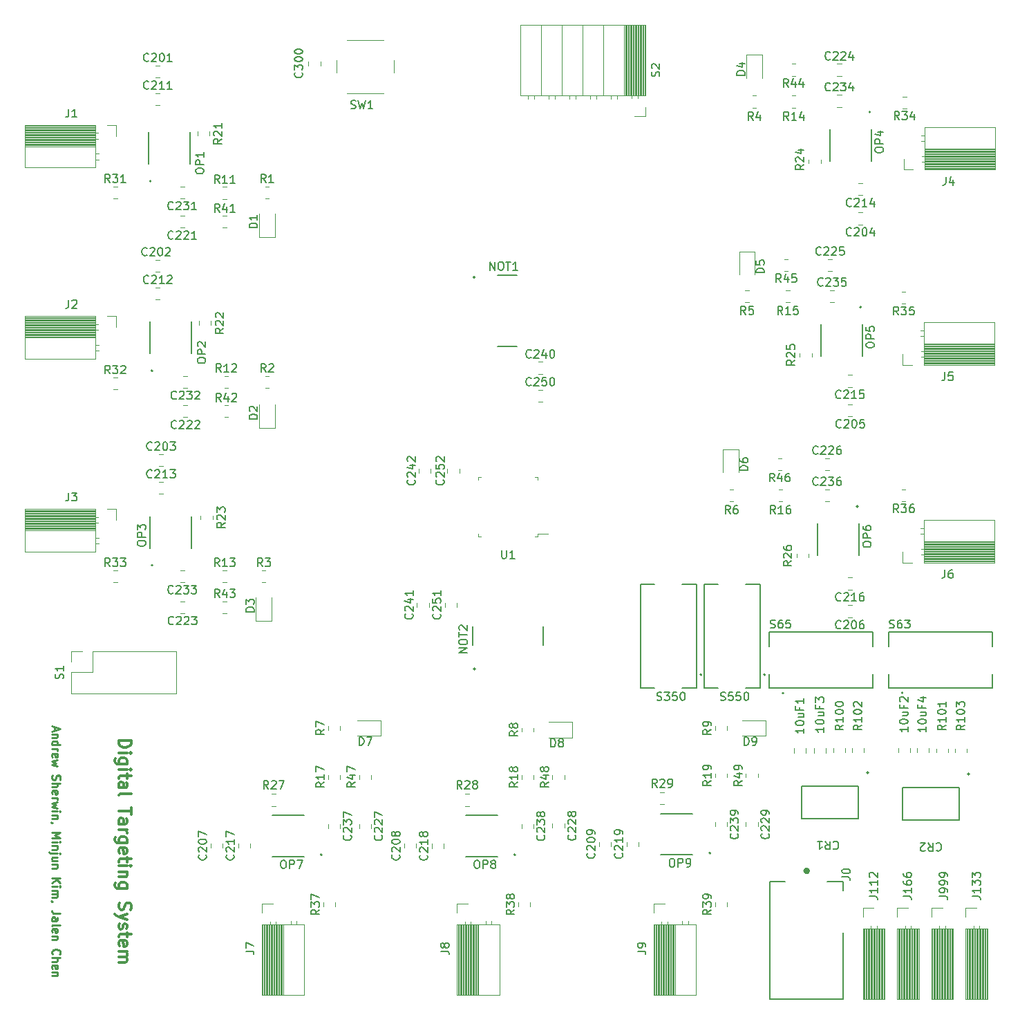
<source format=gbr>
%TF.GenerationSoftware,KiCad,Pcbnew,(6.0.5)*%
%TF.CreationDate,2023-11-06T22:12:09-06:00*%
%TF.ProjectId,ECE395_Digital_Target,45434533-3935-45f4-9469-676974616c5f,rev?*%
%TF.SameCoordinates,Original*%
%TF.FileFunction,Legend,Top*%
%TF.FilePolarity,Positive*%
%FSLAX46Y46*%
G04 Gerber Fmt 4.6, Leading zero omitted, Abs format (unit mm)*
G04 Created by KiCad (PCBNEW (6.0.5)) date 2023-11-06 22:12:09*
%MOMM*%
%LPD*%
G01*
G04 APERTURE LIST*
%ADD10C,0.250000*%
%ADD11C,0.375000*%
%ADD12C,0.150000*%
%ADD13C,0.120000*%
%ADD14C,0.127000*%
%ADD15C,0.200000*%
%ADD16C,0.400000*%
%ADD17C,0.152400*%
G04 APERTURE END LIST*
D10*
X52833333Y-117714285D02*
X52833333Y-118190476D01*
X52547619Y-117619047D02*
X53547619Y-117952380D01*
X52547619Y-118285714D01*
X53214285Y-118619047D02*
X52547619Y-118619047D01*
X53119047Y-118619047D02*
X53166666Y-118666666D01*
X53214285Y-118761904D01*
X53214285Y-118904761D01*
X53166666Y-119000000D01*
X53071428Y-119047619D01*
X52547619Y-119047619D01*
X52547619Y-119952380D02*
X53547619Y-119952380D01*
X52595238Y-119952380D02*
X52547619Y-119857142D01*
X52547619Y-119666666D01*
X52595238Y-119571428D01*
X52642857Y-119523809D01*
X52738095Y-119476190D01*
X53023809Y-119476190D01*
X53119047Y-119523809D01*
X53166666Y-119571428D01*
X53214285Y-119666666D01*
X53214285Y-119857142D01*
X53166666Y-119952380D01*
X52547619Y-120428571D02*
X53214285Y-120428571D01*
X53023809Y-120428571D02*
X53119047Y-120476190D01*
X53166666Y-120523809D01*
X53214285Y-120619047D01*
X53214285Y-120714285D01*
X52595238Y-121428571D02*
X52547619Y-121333333D01*
X52547619Y-121142857D01*
X52595238Y-121047619D01*
X52690476Y-121000000D01*
X53071428Y-121000000D01*
X53166666Y-121047619D01*
X53214285Y-121142857D01*
X53214285Y-121333333D01*
X53166666Y-121428571D01*
X53071428Y-121476190D01*
X52976190Y-121476190D01*
X52880952Y-121000000D01*
X53214285Y-121809523D02*
X52547619Y-122000000D01*
X53023809Y-122190476D01*
X52547619Y-122380952D01*
X53214285Y-122571428D01*
X52595238Y-123666666D02*
X52547619Y-123809523D01*
X52547619Y-124047619D01*
X52595238Y-124142857D01*
X52642857Y-124190476D01*
X52738095Y-124238095D01*
X52833333Y-124238095D01*
X52928571Y-124190476D01*
X52976190Y-124142857D01*
X53023809Y-124047619D01*
X53071428Y-123857142D01*
X53119047Y-123761904D01*
X53166666Y-123714285D01*
X53261904Y-123666666D01*
X53357142Y-123666666D01*
X53452380Y-123714285D01*
X53500000Y-123761904D01*
X53547619Y-123857142D01*
X53547619Y-124095238D01*
X53500000Y-124238095D01*
X52547619Y-124666666D02*
X53547619Y-124666666D01*
X52547619Y-125095238D02*
X53071428Y-125095238D01*
X53166666Y-125047619D01*
X53214285Y-124952380D01*
X53214285Y-124809523D01*
X53166666Y-124714285D01*
X53119047Y-124666666D01*
X52595238Y-125952380D02*
X52547619Y-125857142D01*
X52547619Y-125666666D01*
X52595238Y-125571428D01*
X52690476Y-125523809D01*
X53071428Y-125523809D01*
X53166666Y-125571428D01*
X53214285Y-125666666D01*
X53214285Y-125857142D01*
X53166666Y-125952380D01*
X53071428Y-126000000D01*
X52976190Y-126000000D01*
X52880952Y-125523809D01*
X52547619Y-126428571D02*
X53214285Y-126428571D01*
X53023809Y-126428571D02*
X53119047Y-126476190D01*
X53166666Y-126523809D01*
X53214285Y-126619047D01*
X53214285Y-126714285D01*
X53214285Y-126952380D02*
X52547619Y-127142857D01*
X53023809Y-127333333D01*
X52547619Y-127523809D01*
X53214285Y-127714285D01*
X52547619Y-128095238D02*
X53214285Y-128095238D01*
X53547619Y-128095238D02*
X53500000Y-128047619D01*
X53452380Y-128095238D01*
X53500000Y-128142857D01*
X53547619Y-128095238D01*
X53452380Y-128095238D01*
X53214285Y-128571428D02*
X52547619Y-128571428D01*
X53119047Y-128571428D02*
X53166666Y-128619047D01*
X53214285Y-128714285D01*
X53214285Y-128857142D01*
X53166666Y-128952380D01*
X53071428Y-129000000D01*
X52547619Y-129000000D01*
X52595238Y-129523809D02*
X52547619Y-129523809D01*
X52452380Y-129476190D01*
X52404761Y-129428571D01*
X52547619Y-130714285D02*
X53547619Y-130714285D01*
X52833333Y-131047619D01*
X53547619Y-131380952D01*
X52547619Y-131380952D01*
X52547619Y-131857142D02*
X53214285Y-131857142D01*
X53547619Y-131857142D02*
X53500000Y-131809523D01*
X53452380Y-131857142D01*
X53500000Y-131904761D01*
X53547619Y-131857142D01*
X53452380Y-131857142D01*
X53214285Y-132333333D02*
X52547619Y-132333333D01*
X53119047Y-132333333D02*
X53166666Y-132380952D01*
X53214285Y-132476190D01*
X53214285Y-132619047D01*
X53166666Y-132714285D01*
X53071428Y-132761904D01*
X52547619Y-132761904D01*
X53214285Y-133238095D02*
X52357142Y-133238095D01*
X52261904Y-133190476D01*
X52214285Y-133095238D01*
X52214285Y-133047619D01*
X53547619Y-133238095D02*
X53500000Y-133190476D01*
X53452380Y-133238095D01*
X53500000Y-133285714D01*
X53547619Y-133238095D01*
X53452380Y-133238095D01*
X53214285Y-134142857D02*
X52547619Y-134142857D01*
X53214285Y-133714285D02*
X52690476Y-133714285D01*
X52595238Y-133761904D01*
X52547619Y-133857142D01*
X52547619Y-134000000D01*
X52595238Y-134095238D01*
X52642857Y-134142857D01*
X53214285Y-134619047D02*
X52547619Y-134619047D01*
X53119047Y-134619047D02*
X53166666Y-134666666D01*
X53214285Y-134761904D01*
X53214285Y-134904761D01*
X53166666Y-135000000D01*
X53071428Y-135047619D01*
X52547619Y-135047619D01*
X52547619Y-136285714D02*
X53547619Y-136285714D01*
X52547619Y-136857142D02*
X53119047Y-136428571D01*
X53547619Y-136857142D02*
X52976190Y-136285714D01*
X52547619Y-137285714D02*
X53214285Y-137285714D01*
X53547619Y-137285714D02*
X53500000Y-137238095D01*
X53452380Y-137285714D01*
X53500000Y-137333333D01*
X53547619Y-137285714D01*
X53452380Y-137285714D01*
X52547619Y-137761904D02*
X53214285Y-137761904D01*
X53119047Y-137761904D02*
X53166666Y-137809523D01*
X53214285Y-137904761D01*
X53214285Y-138047619D01*
X53166666Y-138142857D01*
X53071428Y-138190476D01*
X52547619Y-138190476D01*
X53071428Y-138190476D02*
X53166666Y-138238095D01*
X53214285Y-138333333D01*
X53214285Y-138476190D01*
X53166666Y-138571428D01*
X53071428Y-138619047D01*
X52547619Y-138619047D01*
X52595238Y-139142857D02*
X52547619Y-139142857D01*
X52452380Y-139095238D01*
X52404761Y-139047619D01*
X53547619Y-140619047D02*
X52833333Y-140619047D01*
X52690476Y-140571428D01*
X52595238Y-140476190D01*
X52547619Y-140333333D01*
X52547619Y-140238095D01*
X52547619Y-141523809D02*
X53071428Y-141523809D01*
X53166666Y-141476190D01*
X53214285Y-141380952D01*
X53214285Y-141190476D01*
X53166666Y-141095238D01*
X52595238Y-141523809D02*
X52547619Y-141428571D01*
X52547619Y-141190476D01*
X52595238Y-141095238D01*
X52690476Y-141047619D01*
X52785714Y-141047619D01*
X52880952Y-141095238D01*
X52928571Y-141190476D01*
X52928571Y-141428571D01*
X52976190Y-141523809D01*
X52547619Y-142142857D02*
X52595238Y-142047619D01*
X52690476Y-142000000D01*
X53547619Y-142000000D01*
X52595238Y-142904761D02*
X52547619Y-142809523D01*
X52547619Y-142619047D01*
X52595238Y-142523809D01*
X52690476Y-142476190D01*
X53071428Y-142476190D01*
X53166666Y-142523809D01*
X53214285Y-142619047D01*
X53214285Y-142809523D01*
X53166666Y-142904761D01*
X53071428Y-142952380D01*
X52976190Y-142952380D01*
X52880952Y-142476190D01*
X53214285Y-143380952D02*
X52547619Y-143380952D01*
X53119047Y-143380952D02*
X53166666Y-143428571D01*
X53214285Y-143523809D01*
X53214285Y-143666666D01*
X53166666Y-143761904D01*
X53071428Y-143809523D01*
X52547619Y-143809523D01*
X52642857Y-145619047D02*
X52595238Y-145571428D01*
X52547619Y-145428571D01*
X52547619Y-145333333D01*
X52595238Y-145190476D01*
X52690476Y-145095238D01*
X52785714Y-145047619D01*
X52976190Y-145000000D01*
X53119047Y-145000000D01*
X53309523Y-145047619D01*
X53404761Y-145095238D01*
X53500000Y-145190476D01*
X53547619Y-145333333D01*
X53547619Y-145428571D01*
X53500000Y-145571428D01*
X53452380Y-145619047D01*
X52547619Y-146047619D02*
X53547619Y-146047619D01*
X52547619Y-146476190D02*
X53071428Y-146476190D01*
X53166666Y-146428571D01*
X53214285Y-146333333D01*
X53214285Y-146190476D01*
X53166666Y-146095238D01*
X53119047Y-146047619D01*
X52595238Y-147333333D02*
X52547619Y-147238095D01*
X52547619Y-147047619D01*
X52595238Y-146952380D01*
X52690476Y-146904761D01*
X53071428Y-146904761D01*
X53166666Y-146952380D01*
X53214285Y-147047619D01*
X53214285Y-147238095D01*
X53166666Y-147333333D01*
X53071428Y-147380952D01*
X52976190Y-147380952D01*
X52880952Y-146904761D01*
X53214285Y-147809523D02*
X52547619Y-147809523D01*
X53119047Y-147809523D02*
X53166666Y-147857142D01*
X53214285Y-147952380D01*
X53214285Y-148095238D01*
X53166666Y-148190476D01*
X53071428Y-148238095D01*
X52547619Y-148238095D01*
D11*
X60721428Y-119428571D02*
X62221428Y-119428571D01*
X62221428Y-119785714D01*
X62150000Y-120000000D01*
X62007142Y-120142857D01*
X61864285Y-120214285D01*
X61578571Y-120285714D01*
X61364285Y-120285714D01*
X61078571Y-120214285D01*
X60935714Y-120142857D01*
X60792857Y-120000000D01*
X60721428Y-119785714D01*
X60721428Y-119428571D01*
X60721428Y-120928571D02*
X61721428Y-120928571D01*
X62221428Y-120928571D02*
X62150000Y-120857142D01*
X62078571Y-120928571D01*
X62150000Y-121000000D01*
X62221428Y-120928571D01*
X62078571Y-120928571D01*
X61721428Y-122285714D02*
X60507142Y-122285714D01*
X60364285Y-122214285D01*
X60292857Y-122142857D01*
X60221428Y-122000000D01*
X60221428Y-121785714D01*
X60292857Y-121642857D01*
X60792857Y-122285714D02*
X60721428Y-122142857D01*
X60721428Y-121857142D01*
X60792857Y-121714285D01*
X60864285Y-121642857D01*
X61007142Y-121571428D01*
X61435714Y-121571428D01*
X61578571Y-121642857D01*
X61650000Y-121714285D01*
X61721428Y-121857142D01*
X61721428Y-122142857D01*
X61650000Y-122285714D01*
X60721428Y-123000000D02*
X61721428Y-123000000D01*
X62221428Y-123000000D02*
X62150000Y-122928571D01*
X62078571Y-123000000D01*
X62150000Y-123071428D01*
X62221428Y-123000000D01*
X62078571Y-123000000D01*
X61721428Y-123500000D02*
X61721428Y-124071428D01*
X62221428Y-123714285D02*
X60935714Y-123714285D01*
X60792857Y-123785714D01*
X60721428Y-123928571D01*
X60721428Y-124071428D01*
X60721428Y-125214285D02*
X61507142Y-125214285D01*
X61650000Y-125142857D01*
X61721428Y-125000000D01*
X61721428Y-124714285D01*
X61650000Y-124571428D01*
X60792857Y-125214285D02*
X60721428Y-125071428D01*
X60721428Y-124714285D01*
X60792857Y-124571428D01*
X60935714Y-124500000D01*
X61078571Y-124500000D01*
X61221428Y-124571428D01*
X61292857Y-124714285D01*
X61292857Y-125071428D01*
X61364285Y-125214285D01*
X60721428Y-126142857D02*
X60792857Y-126000000D01*
X60935714Y-125928571D01*
X62221428Y-125928571D01*
X62221428Y-127642857D02*
X62221428Y-128500000D01*
X60721428Y-128071428D02*
X62221428Y-128071428D01*
X60721428Y-129642857D02*
X61507142Y-129642857D01*
X61650000Y-129571428D01*
X61721428Y-129428571D01*
X61721428Y-129142857D01*
X61650000Y-129000000D01*
X60792857Y-129642857D02*
X60721428Y-129500000D01*
X60721428Y-129142857D01*
X60792857Y-129000000D01*
X60935714Y-128928571D01*
X61078571Y-128928571D01*
X61221428Y-129000000D01*
X61292857Y-129142857D01*
X61292857Y-129500000D01*
X61364285Y-129642857D01*
X60721428Y-130357142D02*
X61721428Y-130357142D01*
X61435714Y-130357142D02*
X61578571Y-130428571D01*
X61650000Y-130500000D01*
X61721428Y-130642857D01*
X61721428Y-130785714D01*
X61721428Y-131928571D02*
X60507142Y-131928571D01*
X60364285Y-131857142D01*
X60292857Y-131785714D01*
X60221428Y-131642857D01*
X60221428Y-131428571D01*
X60292857Y-131285714D01*
X60792857Y-131928571D02*
X60721428Y-131785714D01*
X60721428Y-131499999D01*
X60792857Y-131357142D01*
X60864285Y-131285714D01*
X61007142Y-131214285D01*
X61435714Y-131214285D01*
X61578571Y-131285714D01*
X61650000Y-131357142D01*
X61721428Y-131500000D01*
X61721428Y-131785714D01*
X61650000Y-131928571D01*
X60792857Y-133214285D02*
X60721428Y-133071428D01*
X60721428Y-132785714D01*
X60792857Y-132642857D01*
X60935714Y-132571428D01*
X61507142Y-132571428D01*
X61650000Y-132642857D01*
X61721428Y-132785714D01*
X61721428Y-133071428D01*
X61650000Y-133214285D01*
X61507142Y-133285714D01*
X61364285Y-133285714D01*
X61221428Y-132571428D01*
X61721428Y-133714285D02*
X61721428Y-134285714D01*
X62221428Y-133928571D02*
X60935714Y-133928571D01*
X60792857Y-133999999D01*
X60721428Y-134142857D01*
X60721428Y-134285714D01*
X60721428Y-134785714D02*
X61721428Y-134785714D01*
X62221428Y-134785714D02*
X62150000Y-134714285D01*
X62078571Y-134785714D01*
X62150000Y-134857142D01*
X62221428Y-134785714D01*
X62078571Y-134785714D01*
X61721428Y-135500000D02*
X60721428Y-135500000D01*
X61578571Y-135500000D02*
X61650000Y-135571428D01*
X61721428Y-135714285D01*
X61721428Y-135928571D01*
X61650000Y-136071428D01*
X61507142Y-136142857D01*
X60721428Y-136142857D01*
X61721428Y-137500000D02*
X60507142Y-137500000D01*
X60364285Y-137428571D01*
X60292857Y-137357142D01*
X60221428Y-137214285D01*
X60221428Y-137000000D01*
X60292857Y-136857142D01*
X60792857Y-137500000D02*
X60721428Y-137357142D01*
X60721428Y-137071428D01*
X60792857Y-136928571D01*
X60864285Y-136857142D01*
X61007142Y-136785714D01*
X61435714Y-136785714D01*
X61578571Y-136857142D01*
X61650000Y-136928571D01*
X61721428Y-137071428D01*
X61721428Y-137357142D01*
X61650000Y-137500000D01*
X60792857Y-139285714D02*
X60721428Y-139500000D01*
X60721428Y-139857142D01*
X60792857Y-140000000D01*
X60864285Y-140071428D01*
X61007142Y-140142857D01*
X61150000Y-140142857D01*
X61292857Y-140071428D01*
X61364285Y-140000000D01*
X61435714Y-139857142D01*
X61507142Y-139571428D01*
X61578571Y-139428571D01*
X61650000Y-139357142D01*
X61792857Y-139285714D01*
X61935714Y-139285714D01*
X62078571Y-139357142D01*
X62150000Y-139428571D01*
X62221428Y-139571428D01*
X62221428Y-139928571D01*
X62150000Y-140142857D01*
X61721428Y-140642857D02*
X60721428Y-141000000D01*
X61721428Y-141357142D02*
X60721428Y-141000000D01*
X60364285Y-140857142D01*
X60292857Y-140785714D01*
X60221428Y-140642857D01*
X60792857Y-141857142D02*
X60721428Y-142000000D01*
X60721428Y-142285714D01*
X60792857Y-142428571D01*
X60935714Y-142500000D01*
X61007142Y-142500000D01*
X61150000Y-142428571D01*
X61221428Y-142285714D01*
X61221428Y-142071428D01*
X61292857Y-141928571D01*
X61435714Y-141857142D01*
X61507142Y-141857142D01*
X61650000Y-141928571D01*
X61721428Y-142071428D01*
X61721428Y-142285714D01*
X61650000Y-142428571D01*
X61721428Y-142928571D02*
X61721428Y-143500000D01*
X62221428Y-143142857D02*
X60935714Y-143142857D01*
X60792857Y-143214285D01*
X60721428Y-143357142D01*
X60721428Y-143500000D01*
X60792857Y-144571428D02*
X60721428Y-144428571D01*
X60721428Y-144142857D01*
X60792857Y-144000000D01*
X60935714Y-143928571D01*
X61507142Y-143928571D01*
X61650000Y-144000000D01*
X61721428Y-144142857D01*
X61721428Y-144428571D01*
X61650000Y-144571428D01*
X61507142Y-144642857D01*
X61364285Y-144642857D01*
X61221428Y-143928571D01*
X60721428Y-145285714D02*
X61721428Y-145285714D01*
X61578571Y-145285714D02*
X61650000Y-145357142D01*
X61721428Y-145500000D01*
X61721428Y-145714285D01*
X61650000Y-145857142D01*
X61507142Y-145928571D01*
X60721428Y-145928571D01*
X61507142Y-145928571D02*
X61650000Y-146000000D01*
X61721428Y-146142857D01*
X61721428Y-146357142D01*
X61650000Y-146500000D01*
X61507142Y-146571428D01*
X60721428Y-146571428D01*
D12*
%TO.C,C206*%
X149180952Y-105637142D02*
X149133333Y-105684761D01*
X148990476Y-105732380D01*
X148895238Y-105732380D01*
X148752380Y-105684761D01*
X148657142Y-105589523D01*
X148609523Y-105494285D01*
X148561904Y-105303809D01*
X148561904Y-105160952D01*
X148609523Y-104970476D01*
X148657142Y-104875238D01*
X148752380Y-104780000D01*
X148895238Y-104732380D01*
X148990476Y-104732380D01*
X149133333Y-104780000D01*
X149180952Y-104827619D01*
X149561904Y-104827619D02*
X149609523Y-104780000D01*
X149704761Y-104732380D01*
X149942857Y-104732380D01*
X150038095Y-104780000D01*
X150085714Y-104827619D01*
X150133333Y-104922857D01*
X150133333Y-105018095D01*
X150085714Y-105160952D01*
X149514285Y-105732380D01*
X150133333Y-105732380D01*
X150752380Y-104732380D02*
X150847619Y-104732380D01*
X150942857Y-104780000D01*
X150990476Y-104827619D01*
X151038095Y-104922857D01*
X151085714Y-105113333D01*
X151085714Y-105351428D01*
X151038095Y-105541904D01*
X150990476Y-105637142D01*
X150942857Y-105684761D01*
X150847619Y-105732380D01*
X150752380Y-105732380D01*
X150657142Y-105684761D01*
X150609523Y-105637142D01*
X150561904Y-105541904D01*
X150514285Y-105351428D01*
X150514285Y-105113333D01*
X150561904Y-104922857D01*
X150609523Y-104827619D01*
X150657142Y-104780000D01*
X150752380Y-104732380D01*
X151942857Y-104732380D02*
X151752380Y-104732380D01*
X151657142Y-104780000D01*
X151609523Y-104827619D01*
X151514285Y-104970476D01*
X151466666Y-105160952D01*
X151466666Y-105541904D01*
X151514285Y-105637142D01*
X151561904Y-105684761D01*
X151657142Y-105732380D01*
X151847619Y-105732380D01*
X151942857Y-105684761D01*
X151990476Y-105637142D01*
X152038095Y-105541904D01*
X152038095Y-105303809D01*
X151990476Y-105208571D01*
X151942857Y-105160952D01*
X151847619Y-105113333D01*
X151657142Y-105113333D01*
X151561904Y-105160952D01*
X151514285Y-105208571D01*
X151466666Y-105303809D01*
%TO.C,10uF4*%
X159652380Y-117747619D02*
X159652380Y-118319047D01*
X159652380Y-118033333D02*
X158652380Y-118033333D01*
X158795238Y-118128571D01*
X158890476Y-118223809D01*
X158938095Y-118319047D01*
X158652380Y-117128571D02*
X158652380Y-117033333D01*
X158700000Y-116938095D01*
X158747619Y-116890476D01*
X158842857Y-116842857D01*
X159033333Y-116795238D01*
X159271428Y-116795238D01*
X159461904Y-116842857D01*
X159557142Y-116890476D01*
X159604761Y-116938095D01*
X159652380Y-117033333D01*
X159652380Y-117128571D01*
X159604761Y-117223809D01*
X159557142Y-117271428D01*
X159461904Y-117319047D01*
X159271428Y-117366666D01*
X159033333Y-117366666D01*
X158842857Y-117319047D01*
X158747619Y-117271428D01*
X158700000Y-117223809D01*
X158652380Y-117128571D01*
X158985714Y-115938095D02*
X159652380Y-115938095D01*
X158985714Y-116366666D02*
X159509523Y-116366666D01*
X159604761Y-116319047D01*
X159652380Y-116223809D01*
X159652380Y-116080952D01*
X159604761Y-115985714D01*
X159557142Y-115938095D01*
X159128571Y-115128571D02*
X159128571Y-115461904D01*
X159652380Y-115461904D02*
X158652380Y-115461904D01*
X158652380Y-114985714D01*
X158985714Y-114176190D02*
X159652380Y-114176190D01*
X158604761Y-114414285D02*
X159319047Y-114652380D01*
X159319047Y-114033333D01*
%TO.C,S2*%
X126937261Y-38081904D02*
X126984880Y-37939047D01*
X126984880Y-37700952D01*
X126937261Y-37605714D01*
X126889642Y-37558095D01*
X126794404Y-37510476D01*
X126699166Y-37510476D01*
X126603928Y-37558095D01*
X126556309Y-37605714D01*
X126508690Y-37700952D01*
X126461071Y-37891428D01*
X126413452Y-37986666D01*
X126365833Y-38034285D01*
X126270595Y-38081904D01*
X126175357Y-38081904D01*
X126080119Y-38034285D01*
X126032500Y-37986666D01*
X125984880Y-37891428D01*
X125984880Y-37653333D01*
X126032500Y-37510476D01*
X126080119Y-37129523D02*
X126032500Y-37081904D01*
X125984880Y-36986666D01*
X125984880Y-36748571D01*
X126032500Y-36653333D01*
X126080119Y-36605714D01*
X126175357Y-36558095D01*
X126270595Y-36558095D01*
X126413452Y-36605714D01*
X126984880Y-37177142D01*
X126984880Y-36558095D01*
%TO.C,D6*%
X137802380Y-86338095D02*
X136802380Y-86338095D01*
X136802380Y-86100000D01*
X136850000Y-85957142D01*
X136945238Y-85861904D01*
X137040476Y-85814285D01*
X137230952Y-85766666D01*
X137373809Y-85766666D01*
X137564285Y-85814285D01*
X137659523Y-85861904D01*
X137754761Y-85957142D01*
X137802380Y-86100000D01*
X137802380Y-86338095D01*
X136802380Y-84909523D02*
X136802380Y-85100000D01*
X136850000Y-85195238D01*
X136897619Y-85242857D01*
X137040476Y-85338095D01*
X137230952Y-85385714D01*
X137611904Y-85385714D01*
X137707142Y-85338095D01*
X137754761Y-85290476D01*
X137802380Y-85195238D01*
X137802380Y-85004761D01*
X137754761Y-84909523D01*
X137707142Y-84861904D01*
X137611904Y-84814285D01*
X137373809Y-84814285D01*
X137278571Y-84861904D01*
X137230952Y-84909523D01*
X137183333Y-85004761D01*
X137183333Y-85195238D01*
X137230952Y-85290476D01*
X137278571Y-85338095D01*
X137373809Y-85385714D01*
%TO.C,C234*%
X147880952Y-39777142D02*
X147833333Y-39824761D01*
X147690476Y-39872380D01*
X147595238Y-39872380D01*
X147452380Y-39824761D01*
X147357142Y-39729523D01*
X147309523Y-39634285D01*
X147261904Y-39443809D01*
X147261904Y-39300952D01*
X147309523Y-39110476D01*
X147357142Y-39015238D01*
X147452380Y-38920000D01*
X147595238Y-38872380D01*
X147690476Y-38872380D01*
X147833333Y-38920000D01*
X147880952Y-38967619D01*
X148261904Y-38967619D02*
X148309523Y-38920000D01*
X148404761Y-38872380D01*
X148642857Y-38872380D01*
X148738095Y-38920000D01*
X148785714Y-38967619D01*
X148833333Y-39062857D01*
X148833333Y-39158095D01*
X148785714Y-39300952D01*
X148214285Y-39872380D01*
X148833333Y-39872380D01*
X149166666Y-38872380D02*
X149785714Y-38872380D01*
X149452380Y-39253333D01*
X149595238Y-39253333D01*
X149690476Y-39300952D01*
X149738095Y-39348571D01*
X149785714Y-39443809D01*
X149785714Y-39681904D01*
X149738095Y-39777142D01*
X149690476Y-39824761D01*
X149595238Y-39872380D01*
X149309523Y-39872380D01*
X149214285Y-39824761D01*
X149166666Y-39777142D01*
X150642857Y-39205714D02*
X150642857Y-39872380D01*
X150404761Y-38824761D02*
X150166666Y-39539047D01*
X150785714Y-39539047D01*
%TO.C,C232*%
X67780952Y-77537142D02*
X67733333Y-77584761D01*
X67590476Y-77632380D01*
X67495238Y-77632380D01*
X67352380Y-77584761D01*
X67257142Y-77489523D01*
X67209523Y-77394285D01*
X67161904Y-77203809D01*
X67161904Y-77060952D01*
X67209523Y-76870476D01*
X67257142Y-76775238D01*
X67352380Y-76680000D01*
X67495238Y-76632380D01*
X67590476Y-76632380D01*
X67733333Y-76680000D01*
X67780952Y-76727619D01*
X68161904Y-76727619D02*
X68209523Y-76680000D01*
X68304761Y-76632380D01*
X68542857Y-76632380D01*
X68638095Y-76680000D01*
X68685714Y-76727619D01*
X68733333Y-76822857D01*
X68733333Y-76918095D01*
X68685714Y-77060952D01*
X68114285Y-77632380D01*
X68733333Y-77632380D01*
X69066666Y-76632380D02*
X69685714Y-76632380D01*
X69352380Y-77013333D01*
X69495238Y-77013333D01*
X69590476Y-77060952D01*
X69638095Y-77108571D01*
X69685714Y-77203809D01*
X69685714Y-77441904D01*
X69638095Y-77537142D01*
X69590476Y-77584761D01*
X69495238Y-77632380D01*
X69209523Y-77632380D01*
X69114285Y-77584761D01*
X69066666Y-77537142D01*
X70066666Y-76727619D02*
X70114285Y-76680000D01*
X70209523Y-76632380D01*
X70447619Y-76632380D01*
X70542857Y-76680000D01*
X70590476Y-76727619D01*
X70638095Y-76822857D01*
X70638095Y-76918095D01*
X70590476Y-77060952D01*
X70019047Y-77632380D01*
X70638095Y-77632380D01*
%TO.C,OP9*%
X128413571Y-133889380D02*
X128604047Y-133889380D01*
X128699285Y-133937000D01*
X128794523Y-134032238D01*
X128842142Y-134222714D01*
X128842142Y-134556047D01*
X128794523Y-134746523D01*
X128699285Y-134841761D01*
X128604047Y-134889380D01*
X128413571Y-134889380D01*
X128318333Y-134841761D01*
X128223095Y-134746523D01*
X128175476Y-134556047D01*
X128175476Y-134222714D01*
X128223095Y-134032238D01*
X128318333Y-133937000D01*
X128413571Y-133889380D01*
X129270714Y-134889380D02*
X129270714Y-133889380D01*
X129651666Y-133889380D01*
X129746904Y-133937000D01*
X129794523Y-133984619D01*
X129842142Y-134079857D01*
X129842142Y-134222714D01*
X129794523Y-134317952D01*
X129746904Y-134365571D01*
X129651666Y-134413190D01*
X129270714Y-134413190D01*
X130318333Y-134889380D02*
X130508809Y-134889380D01*
X130604047Y-134841761D01*
X130651666Y-134794142D01*
X130746904Y-134651285D01*
X130794523Y-134460809D01*
X130794523Y-134079857D01*
X130746904Y-133984619D01*
X130699285Y-133937000D01*
X130604047Y-133889380D01*
X130413571Y-133889380D01*
X130318333Y-133937000D01*
X130270714Y-133984619D01*
X130223095Y-134079857D01*
X130223095Y-134317952D01*
X130270714Y-134413190D01*
X130318333Y-134460809D01*
X130413571Y-134508428D01*
X130604047Y-134508428D01*
X130699285Y-134460809D01*
X130746904Y-134413190D01*
X130794523Y-134317952D01*
%TO.C,OP4*%
X153389380Y-47186428D02*
X153389380Y-46995952D01*
X153437000Y-46900714D01*
X153532238Y-46805476D01*
X153722714Y-46757857D01*
X154056047Y-46757857D01*
X154246523Y-46805476D01*
X154341761Y-46900714D01*
X154389380Y-46995952D01*
X154389380Y-47186428D01*
X154341761Y-47281666D01*
X154246523Y-47376904D01*
X154056047Y-47424523D01*
X153722714Y-47424523D01*
X153532238Y-47376904D01*
X153437000Y-47281666D01*
X153389380Y-47186428D01*
X154389380Y-46329285D02*
X153389380Y-46329285D01*
X153389380Y-45948333D01*
X153437000Y-45853095D01*
X153484619Y-45805476D01*
X153579857Y-45757857D01*
X153722714Y-45757857D01*
X153817952Y-45805476D01*
X153865571Y-45853095D01*
X153913190Y-45948333D01*
X153913190Y-46329285D01*
X153722714Y-44900714D02*
X154389380Y-44900714D01*
X153341761Y-45138809D02*
X154056047Y-45376904D01*
X154056047Y-44757857D01*
%TO.C,S63*%
X155161904Y-105604761D02*
X155304761Y-105652380D01*
X155542857Y-105652380D01*
X155638095Y-105604761D01*
X155685714Y-105557142D01*
X155733333Y-105461904D01*
X155733333Y-105366666D01*
X155685714Y-105271428D01*
X155638095Y-105223809D01*
X155542857Y-105176190D01*
X155352380Y-105128571D01*
X155257142Y-105080952D01*
X155209523Y-105033333D01*
X155161904Y-104938095D01*
X155161904Y-104842857D01*
X155209523Y-104747619D01*
X155257142Y-104700000D01*
X155352380Y-104652380D01*
X155590476Y-104652380D01*
X155733333Y-104700000D01*
X156590476Y-104652380D02*
X156400000Y-104652380D01*
X156304761Y-104700000D01*
X156257142Y-104747619D01*
X156161904Y-104890476D01*
X156114285Y-105080952D01*
X156114285Y-105461904D01*
X156161904Y-105557142D01*
X156209523Y-105604761D01*
X156304761Y-105652380D01*
X156495238Y-105652380D01*
X156590476Y-105604761D01*
X156638095Y-105557142D01*
X156685714Y-105461904D01*
X156685714Y-105223809D01*
X156638095Y-105128571D01*
X156590476Y-105080952D01*
X156495238Y-105033333D01*
X156304761Y-105033333D01*
X156209523Y-105080952D01*
X156161904Y-105128571D01*
X156114285Y-105223809D01*
X157019047Y-104652380D02*
X157638095Y-104652380D01*
X157304761Y-105033333D01*
X157447619Y-105033333D01*
X157542857Y-105080952D01*
X157590476Y-105128571D01*
X157638095Y-105223809D01*
X157638095Y-105461904D01*
X157590476Y-105557142D01*
X157542857Y-105604761D01*
X157447619Y-105652380D01*
X157161904Y-105652380D01*
X157066666Y-105604761D01*
X157019047Y-105557142D01*
%TO.C,OP6*%
X151889380Y-95486428D02*
X151889380Y-95295952D01*
X151937000Y-95200714D01*
X152032238Y-95105476D01*
X152222714Y-95057857D01*
X152556047Y-95057857D01*
X152746523Y-95105476D01*
X152841761Y-95200714D01*
X152889380Y-95295952D01*
X152889380Y-95486428D01*
X152841761Y-95581666D01*
X152746523Y-95676904D01*
X152556047Y-95724523D01*
X152222714Y-95724523D01*
X152032238Y-95676904D01*
X151937000Y-95581666D01*
X151889380Y-95486428D01*
X152889380Y-94629285D02*
X151889380Y-94629285D01*
X151889380Y-94248333D01*
X151937000Y-94153095D01*
X151984619Y-94105476D01*
X152079857Y-94057857D01*
X152222714Y-94057857D01*
X152317952Y-94105476D01*
X152365571Y-94153095D01*
X152413190Y-94248333D01*
X152413190Y-94629285D01*
X151889380Y-93200714D02*
X151889380Y-93391190D01*
X151937000Y-93486428D01*
X151984619Y-93534047D01*
X152127476Y-93629285D01*
X152317952Y-93676904D01*
X152698904Y-93676904D01*
X152794142Y-93629285D01*
X152841761Y-93581666D01*
X152889380Y-93486428D01*
X152889380Y-93295952D01*
X152841761Y-93200714D01*
X152794142Y-93153095D01*
X152698904Y-93105476D01*
X152460809Y-93105476D01*
X152365571Y-93153095D01*
X152317952Y-93200714D01*
X152270333Y-93295952D01*
X152270333Y-93486428D01*
X152317952Y-93581666D01*
X152365571Y-93629285D01*
X152460809Y-93676904D01*
%TO.C,C212*%
X64380952Y-63377142D02*
X64333333Y-63424761D01*
X64190476Y-63472380D01*
X64095238Y-63472380D01*
X63952380Y-63424761D01*
X63857142Y-63329523D01*
X63809523Y-63234285D01*
X63761904Y-63043809D01*
X63761904Y-62900952D01*
X63809523Y-62710476D01*
X63857142Y-62615238D01*
X63952380Y-62520000D01*
X64095238Y-62472380D01*
X64190476Y-62472380D01*
X64333333Y-62520000D01*
X64380952Y-62567619D01*
X64761904Y-62567619D02*
X64809523Y-62520000D01*
X64904761Y-62472380D01*
X65142857Y-62472380D01*
X65238095Y-62520000D01*
X65285714Y-62567619D01*
X65333333Y-62662857D01*
X65333333Y-62758095D01*
X65285714Y-62900952D01*
X64714285Y-63472380D01*
X65333333Y-63472380D01*
X66285714Y-63472380D02*
X65714285Y-63472380D01*
X66000000Y-63472380D02*
X66000000Y-62472380D01*
X65904761Y-62615238D01*
X65809523Y-62710476D01*
X65714285Y-62758095D01*
X66666666Y-62567619D02*
X66714285Y-62520000D01*
X66809523Y-62472380D01*
X67047619Y-62472380D01*
X67142857Y-62520000D01*
X67190476Y-62567619D01*
X67238095Y-62662857D01*
X67238095Y-62758095D01*
X67190476Y-62900952D01*
X66619047Y-63472380D01*
X67238095Y-63472380D01*
%TO.C,10uF1*%
X144652380Y-117947619D02*
X144652380Y-118519047D01*
X144652380Y-118233333D02*
X143652380Y-118233333D01*
X143795238Y-118328571D01*
X143890476Y-118423809D01*
X143938095Y-118519047D01*
X143652380Y-117328571D02*
X143652380Y-117233333D01*
X143700000Y-117138095D01*
X143747619Y-117090476D01*
X143842857Y-117042857D01*
X144033333Y-116995238D01*
X144271428Y-116995238D01*
X144461904Y-117042857D01*
X144557142Y-117090476D01*
X144604761Y-117138095D01*
X144652380Y-117233333D01*
X144652380Y-117328571D01*
X144604761Y-117423809D01*
X144557142Y-117471428D01*
X144461904Y-117519047D01*
X144271428Y-117566666D01*
X144033333Y-117566666D01*
X143842857Y-117519047D01*
X143747619Y-117471428D01*
X143700000Y-117423809D01*
X143652380Y-117328571D01*
X143985714Y-116138095D02*
X144652380Y-116138095D01*
X143985714Y-116566666D02*
X144509523Y-116566666D01*
X144604761Y-116519047D01*
X144652380Y-116423809D01*
X144652380Y-116280952D01*
X144604761Y-116185714D01*
X144557142Y-116138095D01*
X144128571Y-115328571D02*
X144128571Y-115661904D01*
X144652380Y-115661904D02*
X143652380Y-115661904D01*
X143652380Y-115185714D01*
X144652380Y-114280952D02*
X144652380Y-114852380D01*
X144652380Y-114566666D02*
X143652380Y-114566666D01*
X143795238Y-114661904D01*
X143890476Y-114757142D01*
X143938095Y-114852380D01*
%TO.C,C235*%
X146980952Y-63677142D02*
X146933333Y-63724761D01*
X146790476Y-63772380D01*
X146695238Y-63772380D01*
X146552380Y-63724761D01*
X146457142Y-63629523D01*
X146409523Y-63534285D01*
X146361904Y-63343809D01*
X146361904Y-63200952D01*
X146409523Y-63010476D01*
X146457142Y-62915238D01*
X146552380Y-62820000D01*
X146695238Y-62772380D01*
X146790476Y-62772380D01*
X146933333Y-62820000D01*
X146980952Y-62867619D01*
X147361904Y-62867619D02*
X147409523Y-62820000D01*
X147504761Y-62772380D01*
X147742857Y-62772380D01*
X147838095Y-62820000D01*
X147885714Y-62867619D01*
X147933333Y-62962857D01*
X147933333Y-63058095D01*
X147885714Y-63200952D01*
X147314285Y-63772380D01*
X147933333Y-63772380D01*
X148266666Y-62772380D02*
X148885714Y-62772380D01*
X148552380Y-63153333D01*
X148695238Y-63153333D01*
X148790476Y-63200952D01*
X148838095Y-63248571D01*
X148885714Y-63343809D01*
X148885714Y-63581904D01*
X148838095Y-63677142D01*
X148790476Y-63724761D01*
X148695238Y-63772380D01*
X148409523Y-63772380D01*
X148314285Y-63724761D01*
X148266666Y-63677142D01*
X149790476Y-62772380D02*
X149314285Y-62772380D01*
X149266666Y-63248571D01*
X149314285Y-63200952D01*
X149409523Y-63153333D01*
X149647619Y-63153333D01*
X149742857Y-63200952D01*
X149790476Y-63248571D01*
X149838095Y-63343809D01*
X149838095Y-63581904D01*
X149790476Y-63677142D01*
X149742857Y-63724761D01*
X149647619Y-63772380D01*
X149409523Y-63772380D01*
X149314285Y-63724761D01*
X149266666Y-63677142D01*
%TO.C,R4*%
X138433333Y-43452380D02*
X138100000Y-42976190D01*
X137861904Y-43452380D02*
X137861904Y-42452380D01*
X138242857Y-42452380D01*
X138338095Y-42500000D01*
X138385714Y-42547619D01*
X138433333Y-42642857D01*
X138433333Y-42785714D01*
X138385714Y-42880952D01*
X138338095Y-42928571D01*
X138242857Y-42976190D01*
X137861904Y-42976190D01*
X139290476Y-42785714D02*
X139290476Y-43452380D01*
X139052380Y-42404761D02*
X138814285Y-43119047D01*
X139433333Y-43119047D01*
%TO.C,J0*%
X149327337Y-136133359D02*
X150041679Y-136133359D01*
X150184548Y-136180982D01*
X150279793Y-136276228D01*
X150327416Y-136419096D01*
X150327416Y-136514342D01*
X149327337Y-135466640D02*
X149327337Y-135371394D01*
X149374960Y-135276149D01*
X149422583Y-135228526D01*
X149517828Y-135180903D01*
X149708320Y-135133280D01*
X149946434Y-135133280D01*
X150136925Y-135180903D01*
X150232171Y-135228526D01*
X150279793Y-135276149D01*
X150327416Y-135371394D01*
X150327416Y-135466640D01*
X150279793Y-135561885D01*
X150232171Y-135609508D01*
X150136925Y-135657131D01*
X149946434Y-135704754D01*
X149708320Y-135704754D01*
X149517828Y-135657131D01*
X149422583Y-135609508D01*
X149374960Y-135561885D01*
X149327337Y-135466640D01*
%TO.C,C218*%
X98477142Y-133456547D02*
X98524761Y-133504166D01*
X98572380Y-133647023D01*
X98572380Y-133742261D01*
X98524761Y-133885119D01*
X98429523Y-133980357D01*
X98334285Y-134027976D01*
X98143809Y-134075595D01*
X98000952Y-134075595D01*
X97810476Y-134027976D01*
X97715238Y-133980357D01*
X97620000Y-133885119D01*
X97572380Y-133742261D01*
X97572380Y-133647023D01*
X97620000Y-133504166D01*
X97667619Y-133456547D01*
X97667619Y-133075595D02*
X97620000Y-133027976D01*
X97572380Y-132932738D01*
X97572380Y-132694642D01*
X97620000Y-132599404D01*
X97667619Y-132551785D01*
X97762857Y-132504166D01*
X97858095Y-132504166D01*
X98000952Y-132551785D01*
X98572380Y-133123214D01*
X98572380Y-132504166D01*
X98572380Y-131551785D02*
X98572380Y-132123214D01*
X98572380Y-131837500D02*
X97572380Y-131837500D01*
X97715238Y-131932738D01*
X97810476Y-132027976D01*
X97858095Y-132123214D01*
X98000952Y-130980357D02*
X97953333Y-131075595D01*
X97905714Y-131123214D01*
X97810476Y-131170833D01*
X97762857Y-131170833D01*
X97667619Y-131123214D01*
X97620000Y-131075595D01*
X97572380Y-130980357D01*
X97572380Y-130789880D01*
X97620000Y-130694642D01*
X97667619Y-130647023D01*
X97762857Y-130599404D01*
X97810476Y-130599404D01*
X97905714Y-130647023D01*
X97953333Y-130694642D01*
X98000952Y-130789880D01*
X98000952Y-130980357D01*
X98048571Y-131075595D01*
X98096190Y-131123214D01*
X98191428Y-131170833D01*
X98381904Y-131170833D01*
X98477142Y-131123214D01*
X98524761Y-131075595D01*
X98572380Y-130980357D01*
X98572380Y-130789880D01*
X98524761Y-130694642D01*
X98477142Y-130647023D01*
X98381904Y-130599404D01*
X98191428Y-130599404D01*
X98096190Y-130647023D01*
X98048571Y-130694642D01*
X98000952Y-130789880D01*
%TO.C,NOT1*%
X106208333Y-61817380D02*
X106208333Y-60817380D01*
X106779761Y-61817380D01*
X106779761Y-60817380D01*
X107446428Y-60817380D02*
X107636904Y-60817380D01*
X107732142Y-60865000D01*
X107827380Y-60960238D01*
X107875000Y-61150714D01*
X107875000Y-61484047D01*
X107827380Y-61674523D01*
X107732142Y-61769761D01*
X107636904Y-61817380D01*
X107446428Y-61817380D01*
X107351190Y-61769761D01*
X107255952Y-61674523D01*
X107208333Y-61484047D01*
X107208333Y-61150714D01*
X107255952Y-60960238D01*
X107351190Y-60865000D01*
X107446428Y-60817380D01*
X108160714Y-60817380D02*
X108732142Y-60817380D01*
X108446428Y-61817380D02*
X108446428Y-60817380D01*
X109589285Y-61817380D02*
X109017857Y-61817380D01*
X109303571Y-61817380D02*
X109303571Y-60817380D01*
X109208333Y-60960238D01*
X109113095Y-61055476D01*
X109017857Y-61103095D01*
%TO.C,C205*%
X149218452Y-81037142D02*
X149170833Y-81084761D01*
X149027976Y-81132380D01*
X148932738Y-81132380D01*
X148789880Y-81084761D01*
X148694642Y-80989523D01*
X148647023Y-80894285D01*
X148599404Y-80703809D01*
X148599404Y-80560952D01*
X148647023Y-80370476D01*
X148694642Y-80275238D01*
X148789880Y-80180000D01*
X148932738Y-80132380D01*
X149027976Y-80132380D01*
X149170833Y-80180000D01*
X149218452Y-80227619D01*
X149599404Y-80227619D02*
X149647023Y-80180000D01*
X149742261Y-80132380D01*
X149980357Y-80132380D01*
X150075595Y-80180000D01*
X150123214Y-80227619D01*
X150170833Y-80322857D01*
X150170833Y-80418095D01*
X150123214Y-80560952D01*
X149551785Y-81132380D01*
X150170833Y-81132380D01*
X150789880Y-80132380D02*
X150885119Y-80132380D01*
X150980357Y-80180000D01*
X151027976Y-80227619D01*
X151075595Y-80322857D01*
X151123214Y-80513333D01*
X151123214Y-80751428D01*
X151075595Y-80941904D01*
X151027976Y-81037142D01*
X150980357Y-81084761D01*
X150885119Y-81132380D01*
X150789880Y-81132380D01*
X150694642Y-81084761D01*
X150647023Y-81037142D01*
X150599404Y-80941904D01*
X150551785Y-80751428D01*
X150551785Y-80513333D01*
X150599404Y-80322857D01*
X150647023Y-80227619D01*
X150694642Y-80180000D01*
X150789880Y-80132380D01*
X152027976Y-80132380D02*
X151551785Y-80132380D01*
X151504166Y-80608571D01*
X151551785Y-80560952D01*
X151647023Y-80513333D01*
X151885119Y-80513333D01*
X151980357Y-80560952D01*
X152027976Y-80608571D01*
X152075595Y-80703809D01*
X152075595Y-80941904D01*
X152027976Y-81037142D01*
X151980357Y-81084761D01*
X151885119Y-81132380D01*
X151647023Y-81132380D01*
X151551785Y-81084761D01*
X151504166Y-81037142D01*
%TO.C,R22*%
X73552380Y-68942857D02*
X73076190Y-69276190D01*
X73552380Y-69514285D02*
X72552380Y-69514285D01*
X72552380Y-69133333D01*
X72600000Y-69038095D01*
X72647619Y-68990476D01*
X72742857Y-68942857D01*
X72885714Y-68942857D01*
X72980952Y-68990476D01*
X73028571Y-69038095D01*
X73076190Y-69133333D01*
X73076190Y-69514285D01*
X72647619Y-68561904D02*
X72600000Y-68514285D01*
X72552380Y-68419047D01*
X72552380Y-68180952D01*
X72600000Y-68085714D01*
X72647619Y-68038095D01*
X72742857Y-67990476D01*
X72838095Y-67990476D01*
X72980952Y-68038095D01*
X73552380Y-68609523D01*
X73552380Y-67990476D01*
X72647619Y-67609523D02*
X72600000Y-67561904D01*
X72552380Y-67466666D01*
X72552380Y-67228571D01*
X72600000Y-67133333D01*
X72647619Y-67085714D01*
X72742857Y-67038095D01*
X72838095Y-67038095D01*
X72980952Y-67085714D01*
X73552380Y-67657142D01*
X73552380Y-67038095D01*
%TO.C,R35*%
X156257142Y-67302380D02*
X155923809Y-66826190D01*
X155685714Y-67302380D02*
X155685714Y-66302380D01*
X156066666Y-66302380D01*
X156161904Y-66350000D01*
X156209523Y-66397619D01*
X156257142Y-66492857D01*
X156257142Y-66635714D01*
X156209523Y-66730952D01*
X156161904Y-66778571D01*
X156066666Y-66826190D01*
X155685714Y-66826190D01*
X156590476Y-66302380D02*
X157209523Y-66302380D01*
X156876190Y-66683333D01*
X157019047Y-66683333D01*
X157114285Y-66730952D01*
X157161904Y-66778571D01*
X157209523Y-66873809D01*
X157209523Y-67111904D01*
X157161904Y-67207142D01*
X157114285Y-67254761D01*
X157019047Y-67302380D01*
X156733333Y-67302380D01*
X156638095Y-67254761D01*
X156590476Y-67207142D01*
X158114285Y-66302380D02*
X157638095Y-66302380D01*
X157590476Y-66778571D01*
X157638095Y-66730952D01*
X157733333Y-66683333D01*
X157971428Y-66683333D01*
X158066666Y-66730952D01*
X158114285Y-66778571D01*
X158161904Y-66873809D01*
X158161904Y-67111904D01*
X158114285Y-67207142D01*
X158066666Y-67254761D01*
X157971428Y-67302380D01*
X157733333Y-67302380D01*
X157638095Y-67254761D01*
X157590476Y-67207142D01*
%TO.C,R29*%
X126657142Y-125152380D02*
X126323809Y-124676190D01*
X126085714Y-125152380D02*
X126085714Y-124152380D01*
X126466666Y-124152380D01*
X126561904Y-124200000D01*
X126609523Y-124247619D01*
X126657142Y-124342857D01*
X126657142Y-124485714D01*
X126609523Y-124580952D01*
X126561904Y-124628571D01*
X126466666Y-124676190D01*
X126085714Y-124676190D01*
X127038095Y-124247619D02*
X127085714Y-124200000D01*
X127180952Y-124152380D01*
X127419047Y-124152380D01*
X127514285Y-124200000D01*
X127561904Y-124247619D01*
X127609523Y-124342857D01*
X127609523Y-124438095D01*
X127561904Y-124580952D01*
X126990476Y-125152380D01*
X127609523Y-125152380D01*
X128085714Y-125152380D02*
X128276190Y-125152380D01*
X128371428Y-125104761D01*
X128419047Y-125057142D01*
X128514285Y-124914285D01*
X128561904Y-124723809D01*
X128561904Y-124342857D01*
X128514285Y-124247619D01*
X128466666Y-124200000D01*
X128371428Y-124152380D01*
X128180952Y-124152380D01*
X128085714Y-124200000D01*
X128038095Y-124247619D01*
X127990476Y-124342857D01*
X127990476Y-124580952D01*
X128038095Y-124676190D01*
X128085714Y-124723809D01*
X128180952Y-124771428D01*
X128371428Y-124771428D01*
X128466666Y-124723809D01*
X128514285Y-124676190D01*
X128561904Y-124580952D01*
%TO.C,R11*%
X73057142Y-51182380D02*
X72723809Y-50706190D01*
X72485714Y-51182380D02*
X72485714Y-50182380D01*
X72866666Y-50182380D01*
X72961904Y-50230000D01*
X73009523Y-50277619D01*
X73057142Y-50372857D01*
X73057142Y-50515714D01*
X73009523Y-50610952D01*
X72961904Y-50658571D01*
X72866666Y-50706190D01*
X72485714Y-50706190D01*
X74009523Y-51182380D02*
X73438095Y-51182380D01*
X73723809Y-51182380D02*
X73723809Y-50182380D01*
X73628571Y-50325238D01*
X73533333Y-50420476D01*
X73438095Y-50468095D01*
X74961904Y-51182380D02*
X74390476Y-51182380D01*
X74676190Y-51182380D02*
X74676190Y-50182380D01*
X74580952Y-50325238D01*
X74485714Y-50420476D01*
X74390476Y-50468095D01*
%TO.C,C215*%
X149180952Y-77437142D02*
X149133333Y-77484761D01*
X148990476Y-77532380D01*
X148895238Y-77532380D01*
X148752380Y-77484761D01*
X148657142Y-77389523D01*
X148609523Y-77294285D01*
X148561904Y-77103809D01*
X148561904Y-76960952D01*
X148609523Y-76770476D01*
X148657142Y-76675238D01*
X148752380Y-76580000D01*
X148895238Y-76532380D01*
X148990476Y-76532380D01*
X149133333Y-76580000D01*
X149180952Y-76627619D01*
X149561904Y-76627619D02*
X149609523Y-76580000D01*
X149704761Y-76532380D01*
X149942857Y-76532380D01*
X150038095Y-76580000D01*
X150085714Y-76627619D01*
X150133333Y-76722857D01*
X150133333Y-76818095D01*
X150085714Y-76960952D01*
X149514285Y-77532380D01*
X150133333Y-77532380D01*
X151085714Y-77532380D02*
X150514285Y-77532380D01*
X150800000Y-77532380D02*
X150800000Y-76532380D01*
X150704761Y-76675238D01*
X150609523Y-76770476D01*
X150514285Y-76818095D01*
X151990476Y-76532380D02*
X151514285Y-76532380D01*
X151466666Y-77008571D01*
X151514285Y-76960952D01*
X151609523Y-76913333D01*
X151847619Y-76913333D01*
X151942857Y-76960952D01*
X151990476Y-77008571D01*
X152038095Y-77103809D01*
X152038095Y-77341904D01*
X151990476Y-77437142D01*
X151942857Y-77484761D01*
X151847619Y-77532380D01*
X151609523Y-77532380D01*
X151514285Y-77484761D01*
X151466666Y-77437142D01*
%TO.C,C204*%
X150480952Y-57537142D02*
X150433333Y-57584761D01*
X150290476Y-57632380D01*
X150195238Y-57632380D01*
X150052380Y-57584761D01*
X149957142Y-57489523D01*
X149909523Y-57394285D01*
X149861904Y-57203809D01*
X149861904Y-57060952D01*
X149909523Y-56870476D01*
X149957142Y-56775238D01*
X150052380Y-56680000D01*
X150195238Y-56632380D01*
X150290476Y-56632380D01*
X150433333Y-56680000D01*
X150480952Y-56727619D01*
X150861904Y-56727619D02*
X150909523Y-56680000D01*
X151004761Y-56632380D01*
X151242857Y-56632380D01*
X151338095Y-56680000D01*
X151385714Y-56727619D01*
X151433333Y-56822857D01*
X151433333Y-56918095D01*
X151385714Y-57060952D01*
X150814285Y-57632380D01*
X151433333Y-57632380D01*
X152052380Y-56632380D02*
X152147619Y-56632380D01*
X152242857Y-56680000D01*
X152290476Y-56727619D01*
X152338095Y-56822857D01*
X152385714Y-57013333D01*
X152385714Y-57251428D01*
X152338095Y-57441904D01*
X152290476Y-57537142D01*
X152242857Y-57584761D01*
X152147619Y-57632380D01*
X152052380Y-57632380D01*
X151957142Y-57584761D01*
X151909523Y-57537142D01*
X151861904Y-57441904D01*
X151814285Y-57251428D01*
X151814285Y-57013333D01*
X151861904Y-56822857D01*
X151909523Y-56727619D01*
X151957142Y-56680000D01*
X152052380Y-56632380D01*
X153242857Y-56965714D02*
X153242857Y-57632380D01*
X153004761Y-56584761D02*
X152766666Y-57299047D01*
X153385714Y-57299047D01*
%TO.C,R33*%
X59657142Y-98102380D02*
X59323809Y-97626190D01*
X59085714Y-98102380D02*
X59085714Y-97102380D01*
X59466666Y-97102380D01*
X59561904Y-97150000D01*
X59609523Y-97197619D01*
X59657142Y-97292857D01*
X59657142Y-97435714D01*
X59609523Y-97530952D01*
X59561904Y-97578571D01*
X59466666Y-97626190D01*
X59085714Y-97626190D01*
X59990476Y-97102380D02*
X60609523Y-97102380D01*
X60276190Y-97483333D01*
X60419047Y-97483333D01*
X60514285Y-97530952D01*
X60561904Y-97578571D01*
X60609523Y-97673809D01*
X60609523Y-97911904D01*
X60561904Y-98007142D01*
X60514285Y-98054761D01*
X60419047Y-98102380D01*
X60133333Y-98102380D01*
X60038095Y-98054761D01*
X59990476Y-98007142D01*
X60942857Y-97102380D02*
X61561904Y-97102380D01*
X61228571Y-97483333D01*
X61371428Y-97483333D01*
X61466666Y-97530952D01*
X61514285Y-97578571D01*
X61561904Y-97673809D01*
X61561904Y-97911904D01*
X61514285Y-98007142D01*
X61466666Y-98054761D01*
X61371428Y-98102380D01*
X61085714Y-98102380D01*
X60990476Y-98054761D01*
X60942857Y-98007142D01*
%TO.C,C241*%
X96677142Y-103919047D02*
X96724761Y-103966666D01*
X96772380Y-104109523D01*
X96772380Y-104204761D01*
X96724761Y-104347619D01*
X96629523Y-104442857D01*
X96534285Y-104490476D01*
X96343809Y-104538095D01*
X96200952Y-104538095D01*
X96010476Y-104490476D01*
X95915238Y-104442857D01*
X95820000Y-104347619D01*
X95772380Y-104204761D01*
X95772380Y-104109523D01*
X95820000Y-103966666D01*
X95867619Y-103919047D01*
X95867619Y-103538095D02*
X95820000Y-103490476D01*
X95772380Y-103395238D01*
X95772380Y-103157142D01*
X95820000Y-103061904D01*
X95867619Y-103014285D01*
X95962857Y-102966666D01*
X96058095Y-102966666D01*
X96200952Y-103014285D01*
X96772380Y-103585714D01*
X96772380Y-102966666D01*
X96105714Y-102109523D02*
X96772380Y-102109523D01*
X95724761Y-102347619D02*
X96439047Y-102585714D01*
X96439047Y-101966666D01*
X96772380Y-101061904D02*
X96772380Y-101633333D01*
X96772380Y-101347619D02*
X95772380Y-101347619D01*
X95915238Y-101442857D01*
X96010476Y-101538095D01*
X96058095Y-101633333D01*
%TO.C,R21*%
X73352380Y-45742857D02*
X72876190Y-46076190D01*
X73352380Y-46314285D02*
X72352380Y-46314285D01*
X72352380Y-45933333D01*
X72400000Y-45838095D01*
X72447619Y-45790476D01*
X72542857Y-45742857D01*
X72685714Y-45742857D01*
X72780952Y-45790476D01*
X72828571Y-45838095D01*
X72876190Y-45933333D01*
X72876190Y-46314285D01*
X72447619Y-45361904D02*
X72400000Y-45314285D01*
X72352380Y-45219047D01*
X72352380Y-44980952D01*
X72400000Y-44885714D01*
X72447619Y-44838095D01*
X72542857Y-44790476D01*
X72638095Y-44790476D01*
X72780952Y-44838095D01*
X73352380Y-45409523D01*
X73352380Y-44790476D01*
X73352380Y-43838095D02*
X73352380Y-44409523D01*
X73352380Y-44123809D02*
X72352380Y-44123809D01*
X72495238Y-44219047D01*
X72590476Y-44314285D01*
X72638095Y-44409523D01*
%TO.C,R24*%
X144652380Y-48915793D02*
X144176190Y-49249126D01*
X144652380Y-49487221D02*
X143652380Y-49487221D01*
X143652380Y-49106269D01*
X143700000Y-49011031D01*
X143747619Y-48963412D01*
X143842857Y-48915793D01*
X143985714Y-48915793D01*
X144080952Y-48963412D01*
X144128571Y-49011031D01*
X144176190Y-49106269D01*
X144176190Y-49487221D01*
X143747619Y-48534840D02*
X143700000Y-48487221D01*
X143652380Y-48391983D01*
X143652380Y-48153888D01*
X143700000Y-48058650D01*
X143747619Y-48011031D01*
X143842857Y-47963412D01*
X143938095Y-47963412D01*
X144080952Y-48011031D01*
X144652380Y-48582459D01*
X144652380Y-47963412D01*
X143985714Y-47106269D02*
X144652380Y-47106269D01*
X143604761Y-47344364D02*
X144319047Y-47582459D01*
X144319047Y-46963412D01*
%TO.C,R5*%
X137533333Y-67252380D02*
X137200000Y-66776190D01*
X136961904Y-67252380D02*
X136961904Y-66252380D01*
X137342857Y-66252380D01*
X137438095Y-66300000D01*
X137485714Y-66347619D01*
X137533333Y-66442857D01*
X137533333Y-66585714D01*
X137485714Y-66680952D01*
X137438095Y-66728571D01*
X137342857Y-66776190D01*
X136961904Y-66776190D01*
X138438095Y-66252380D02*
X137961904Y-66252380D01*
X137914285Y-66728571D01*
X137961904Y-66680952D01*
X138057142Y-66633333D01*
X138295238Y-66633333D01*
X138390476Y-66680952D01*
X138438095Y-66728571D01*
X138485714Y-66823809D01*
X138485714Y-67061904D01*
X138438095Y-67157142D01*
X138390476Y-67204761D01*
X138295238Y-67252380D01*
X138057142Y-67252380D01*
X137961904Y-67204761D01*
X137914285Y-67157142D01*
%TO.C,R25*%
X143552380Y-72842857D02*
X143076190Y-73176190D01*
X143552380Y-73414285D02*
X142552380Y-73414285D01*
X142552380Y-73033333D01*
X142600000Y-72938095D01*
X142647619Y-72890476D01*
X142742857Y-72842857D01*
X142885714Y-72842857D01*
X142980952Y-72890476D01*
X143028571Y-72938095D01*
X143076190Y-73033333D01*
X143076190Y-73414285D01*
X142647619Y-72461904D02*
X142600000Y-72414285D01*
X142552380Y-72319047D01*
X142552380Y-72080952D01*
X142600000Y-71985714D01*
X142647619Y-71938095D01*
X142742857Y-71890476D01*
X142838095Y-71890476D01*
X142980952Y-71938095D01*
X143552380Y-72509523D01*
X143552380Y-71890476D01*
X142552380Y-70985714D02*
X142552380Y-71461904D01*
X143028571Y-71509523D01*
X142980952Y-71461904D01*
X142933333Y-71366666D01*
X142933333Y-71128571D01*
X142980952Y-71033333D01*
X143028571Y-70985714D01*
X143123809Y-70938095D01*
X143361904Y-70938095D01*
X143457142Y-70985714D01*
X143504761Y-71033333D01*
X143552380Y-71128571D01*
X143552380Y-71366666D01*
X143504761Y-71461904D01*
X143457142Y-71509523D01*
%TO.C,C203*%
X64780952Y-83777142D02*
X64733333Y-83824761D01*
X64590476Y-83872380D01*
X64495238Y-83872380D01*
X64352380Y-83824761D01*
X64257142Y-83729523D01*
X64209523Y-83634285D01*
X64161904Y-83443809D01*
X64161904Y-83300952D01*
X64209523Y-83110476D01*
X64257142Y-83015238D01*
X64352380Y-82920000D01*
X64495238Y-82872380D01*
X64590476Y-82872380D01*
X64733333Y-82920000D01*
X64780952Y-82967619D01*
X65161904Y-82967619D02*
X65209523Y-82920000D01*
X65304761Y-82872380D01*
X65542857Y-82872380D01*
X65638095Y-82920000D01*
X65685714Y-82967619D01*
X65733333Y-83062857D01*
X65733333Y-83158095D01*
X65685714Y-83300952D01*
X65114285Y-83872380D01*
X65733333Y-83872380D01*
X66352380Y-82872380D02*
X66447619Y-82872380D01*
X66542857Y-82920000D01*
X66590476Y-82967619D01*
X66638095Y-83062857D01*
X66685714Y-83253333D01*
X66685714Y-83491428D01*
X66638095Y-83681904D01*
X66590476Y-83777142D01*
X66542857Y-83824761D01*
X66447619Y-83872380D01*
X66352380Y-83872380D01*
X66257142Y-83824761D01*
X66209523Y-83777142D01*
X66161904Y-83681904D01*
X66114285Y-83491428D01*
X66114285Y-83253333D01*
X66161904Y-83062857D01*
X66209523Y-82967619D01*
X66257142Y-82920000D01*
X66352380Y-82872380D01*
X67019047Y-82872380D02*
X67638095Y-82872380D01*
X67304761Y-83253333D01*
X67447619Y-83253333D01*
X67542857Y-83300952D01*
X67590476Y-83348571D01*
X67638095Y-83443809D01*
X67638095Y-83681904D01*
X67590476Y-83777142D01*
X67542857Y-83824761D01*
X67447619Y-83872380D01*
X67161904Y-83872380D01*
X67066666Y-83824761D01*
X67019047Y-83777142D01*
%TO.C,R13*%
X73057142Y-98102380D02*
X72723809Y-97626190D01*
X72485714Y-98102380D02*
X72485714Y-97102380D01*
X72866666Y-97102380D01*
X72961904Y-97150000D01*
X73009523Y-97197619D01*
X73057142Y-97292857D01*
X73057142Y-97435714D01*
X73009523Y-97530952D01*
X72961904Y-97578571D01*
X72866666Y-97626190D01*
X72485714Y-97626190D01*
X74009523Y-98102380D02*
X73438095Y-98102380D01*
X73723809Y-98102380D02*
X73723809Y-97102380D01*
X73628571Y-97245238D01*
X73533333Y-97340476D01*
X73438095Y-97388095D01*
X74342857Y-97102380D02*
X74961904Y-97102380D01*
X74628571Y-97483333D01*
X74771428Y-97483333D01*
X74866666Y-97530952D01*
X74914285Y-97578571D01*
X74961904Y-97673809D01*
X74961904Y-97911904D01*
X74914285Y-98007142D01*
X74866666Y-98054761D01*
X74771428Y-98102380D01*
X74485714Y-98102380D01*
X74390476Y-98054761D01*
X74342857Y-98007142D01*
%TO.C,OP8*%
X104513571Y-134089380D02*
X104704047Y-134089380D01*
X104799285Y-134137000D01*
X104894523Y-134232238D01*
X104942142Y-134422714D01*
X104942142Y-134756047D01*
X104894523Y-134946523D01*
X104799285Y-135041761D01*
X104704047Y-135089380D01*
X104513571Y-135089380D01*
X104418333Y-135041761D01*
X104323095Y-134946523D01*
X104275476Y-134756047D01*
X104275476Y-134422714D01*
X104323095Y-134232238D01*
X104418333Y-134137000D01*
X104513571Y-134089380D01*
X105370714Y-135089380D02*
X105370714Y-134089380D01*
X105751666Y-134089380D01*
X105846904Y-134137000D01*
X105894523Y-134184619D01*
X105942142Y-134279857D01*
X105942142Y-134422714D01*
X105894523Y-134517952D01*
X105846904Y-134565571D01*
X105751666Y-134613190D01*
X105370714Y-134613190D01*
X106513571Y-134517952D02*
X106418333Y-134470333D01*
X106370714Y-134422714D01*
X106323095Y-134327476D01*
X106323095Y-134279857D01*
X106370714Y-134184619D01*
X106418333Y-134137000D01*
X106513571Y-134089380D01*
X106704047Y-134089380D01*
X106799285Y-134137000D01*
X106846904Y-134184619D01*
X106894523Y-134279857D01*
X106894523Y-134327476D01*
X106846904Y-134422714D01*
X106799285Y-134470333D01*
X106704047Y-134517952D01*
X106513571Y-134517952D01*
X106418333Y-134565571D01*
X106370714Y-134613190D01*
X106323095Y-134708428D01*
X106323095Y-134898904D01*
X106370714Y-134994142D01*
X106418333Y-135041761D01*
X106513571Y-135089380D01*
X106704047Y-135089380D01*
X106799285Y-135041761D01*
X106846904Y-134994142D01*
X106894523Y-134898904D01*
X106894523Y-134708428D01*
X106846904Y-134613190D01*
X106799285Y-134565571D01*
X106704047Y-134517952D01*
%TO.C,C225*%
X146743452Y-59877142D02*
X146695833Y-59924761D01*
X146552976Y-59972380D01*
X146457738Y-59972380D01*
X146314880Y-59924761D01*
X146219642Y-59829523D01*
X146172023Y-59734285D01*
X146124404Y-59543809D01*
X146124404Y-59400952D01*
X146172023Y-59210476D01*
X146219642Y-59115238D01*
X146314880Y-59020000D01*
X146457738Y-58972380D01*
X146552976Y-58972380D01*
X146695833Y-59020000D01*
X146743452Y-59067619D01*
X147124404Y-59067619D02*
X147172023Y-59020000D01*
X147267261Y-58972380D01*
X147505357Y-58972380D01*
X147600595Y-59020000D01*
X147648214Y-59067619D01*
X147695833Y-59162857D01*
X147695833Y-59258095D01*
X147648214Y-59400952D01*
X147076785Y-59972380D01*
X147695833Y-59972380D01*
X148076785Y-59067619D02*
X148124404Y-59020000D01*
X148219642Y-58972380D01*
X148457738Y-58972380D01*
X148552976Y-59020000D01*
X148600595Y-59067619D01*
X148648214Y-59162857D01*
X148648214Y-59258095D01*
X148600595Y-59400952D01*
X148029166Y-59972380D01*
X148648214Y-59972380D01*
X149552976Y-58972380D02*
X149076785Y-58972380D01*
X149029166Y-59448571D01*
X149076785Y-59400952D01*
X149172023Y-59353333D01*
X149410119Y-59353333D01*
X149505357Y-59400952D01*
X149552976Y-59448571D01*
X149600595Y-59543809D01*
X149600595Y-59781904D01*
X149552976Y-59877142D01*
X149505357Y-59924761D01*
X149410119Y-59972380D01*
X149172023Y-59972380D01*
X149076785Y-59924761D01*
X149029166Y-59877142D01*
%TO.C,C214*%
X150480952Y-53937142D02*
X150433333Y-53984761D01*
X150290476Y-54032380D01*
X150195238Y-54032380D01*
X150052380Y-53984761D01*
X149957142Y-53889523D01*
X149909523Y-53794285D01*
X149861904Y-53603809D01*
X149861904Y-53460952D01*
X149909523Y-53270476D01*
X149957142Y-53175238D01*
X150052380Y-53080000D01*
X150195238Y-53032380D01*
X150290476Y-53032380D01*
X150433333Y-53080000D01*
X150480952Y-53127619D01*
X150861904Y-53127619D02*
X150909523Y-53080000D01*
X151004761Y-53032380D01*
X151242857Y-53032380D01*
X151338095Y-53080000D01*
X151385714Y-53127619D01*
X151433333Y-53222857D01*
X151433333Y-53318095D01*
X151385714Y-53460952D01*
X150814285Y-54032380D01*
X151433333Y-54032380D01*
X152385714Y-54032380D02*
X151814285Y-54032380D01*
X152100000Y-54032380D02*
X152100000Y-53032380D01*
X152004761Y-53175238D01*
X151909523Y-53270476D01*
X151814285Y-53318095D01*
X153242857Y-53365714D02*
X153242857Y-54032380D01*
X153004761Y-52984761D02*
X152766666Y-53699047D01*
X153385714Y-53699047D01*
%TO.C,C233*%
X67380952Y-101337142D02*
X67333333Y-101384761D01*
X67190476Y-101432380D01*
X67095238Y-101432380D01*
X66952380Y-101384761D01*
X66857142Y-101289523D01*
X66809523Y-101194285D01*
X66761904Y-101003809D01*
X66761904Y-100860952D01*
X66809523Y-100670476D01*
X66857142Y-100575238D01*
X66952380Y-100480000D01*
X67095238Y-100432380D01*
X67190476Y-100432380D01*
X67333333Y-100480000D01*
X67380952Y-100527619D01*
X67761904Y-100527619D02*
X67809523Y-100480000D01*
X67904761Y-100432380D01*
X68142857Y-100432380D01*
X68238095Y-100480000D01*
X68285714Y-100527619D01*
X68333333Y-100622857D01*
X68333333Y-100718095D01*
X68285714Y-100860952D01*
X67714285Y-101432380D01*
X68333333Y-101432380D01*
X68666666Y-100432380D02*
X69285714Y-100432380D01*
X68952380Y-100813333D01*
X69095238Y-100813333D01*
X69190476Y-100860952D01*
X69238095Y-100908571D01*
X69285714Y-101003809D01*
X69285714Y-101241904D01*
X69238095Y-101337142D01*
X69190476Y-101384761D01*
X69095238Y-101432380D01*
X68809523Y-101432380D01*
X68714285Y-101384761D01*
X68666666Y-101337142D01*
X69619047Y-100432380D02*
X70238095Y-100432380D01*
X69904761Y-100813333D01*
X70047619Y-100813333D01*
X70142857Y-100860952D01*
X70190476Y-100908571D01*
X70238095Y-101003809D01*
X70238095Y-101241904D01*
X70190476Y-101337142D01*
X70142857Y-101384761D01*
X70047619Y-101432380D01*
X69761904Y-101432380D01*
X69666666Y-101384761D01*
X69619047Y-101337142D01*
%TO.C,R101*%
X162052380Y-117519047D02*
X161576190Y-117852380D01*
X162052380Y-118090476D02*
X161052380Y-118090476D01*
X161052380Y-117709523D01*
X161100000Y-117614285D01*
X161147619Y-117566666D01*
X161242857Y-117519047D01*
X161385714Y-117519047D01*
X161480952Y-117566666D01*
X161528571Y-117614285D01*
X161576190Y-117709523D01*
X161576190Y-118090476D01*
X162052380Y-116566666D02*
X162052380Y-117138095D01*
X162052380Y-116852380D02*
X161052380Y-116852380D01*
X161195238Y-116947619D01*
X161290476Y-117042857D01*
X161338095Y-117138095D01*
X161052380Y-115947619D02*
X161052380Y-115852380D01*
X161100000Y-115757142D01*
X161147619Y-115709523D01*
X161242857Y-115661904D01*
X161433333Y-115614285D01*
X161671428Y-115614285D01*
X161861904Y-115661904D01*
X161957142Y-115709523D01*
X162004761Y-115757142D01*
X162052380Y-115852380D01*
X162052380Y-115947619D01*
X162004761Y-116042857D01*
X161957142Y-116090476D01*
X161861904Y-116138095D01*
X161671428Y-116185714D01*
X161433333Y-116185714D01*
X161242857Y-116138095D01*
X161147619Y-116090476D01*
X161100000Y-116042857D01*
X161052380Y-115947619D01*
X162052380Y-114661904D02*
X162052380Y-115233333D01*
X162052380Y-114947619D02*
X161052380Y-114947619D01*
X161195238Y-115042857D01*
X161290476Y-115138095D01*
X161338095Y-115233333D01*
%TO.C,C217*%
X74777142Y-133419047D02*
X74824761Y-133466666D01*
X74872380Y-133609523D01*
X74872380Y-133704761D01*
X74824761Y-133847619D01*
X74729523Y-133942857D01*
X74634285Y-133990476D01*
X74443809Y-134038095D01*
X74300952Y-134038095D01*
X74110476Y-133990476D01*
X74015238Y-133942857D01*
X73920000Y-133847619D01*
X73872380Y-133704761D01*
X73872380Y-133609523D01*
X73920000Y-133466666D01*
X73967619Y-133419047D01*
X73967619Y-133038095D02*
X73920000Y-132990476D01*
X73872380Y-132895238D01*
X73872380Y-132657142D01*
X73920000Y-132561904D01*
X73967619Y-132514285D01*
X74062857Y-132466666D01*
X74158095Y-132466666D01*
X74300952Y-132514285D01*
X74872380Y-133085714D01*
X74872380Y-132466666D01*
X74872380Y-131514285D02*
X74872380Y-132085714D01*
X74872380Y-131800000D02*
X73872380Y-131800000D01*
X74015238Y-131895238D01*
X74110476Y-131990476D01*
X74158095Y-132085714D01*
X73872380Y-131180952D02*
X73872380Y-130514285D01*
X74872380Y-130942857D01*
%TO.C,C208*%
X95077142Y-133419047D02*
X95124761Y-133466666D01*
X95172380Y-133609523D01*
X95172380Y-133704761D01*
X95124761Y-133847619D01*
X95029523Y-133942857D01*
X94934285Y-133990476D01*
X94743809Y-134038095D01*
X94600952Y-134038095D01*
X94410476Y-133990476D01*
X94315238Y-133942857D01*
X94220000Y-133847619D01*
X94172380Y-133704761D01*
X94172380Y-133609523D01*
X94220000Y-133466666D01*
X94267619Y-133419047D01*
X94267619Y-133038095D02*
X94220000Y-132990476D01*
X94172380Y-132895238D01*
X94172380Y-132657142D01*
X94220000Y-132561904D01*
X94267619Y-132514285D01*
X94362857Y-132466666D01*
X94458095Y-132466666D01*
X94600952Y-132514285D01*
X95172380Y-133085714D01*
X95172380Y-132466666D01*
X94172380Y-131847619D02*
X94172380Y-131752380D01*
X94220000Y-131657142D01*
X94267619Y-131609523D01*
X94362857Y-131561904D01*
X94553333Y-131514285D01*
X94791428Y-131514285D01*
X94981904Y-131561904D01*
X95077142Y-131609523D01*
X95124761Y-131657142D01*
X95172380Y-131752380D01*
X95172380Y-131847619D01*
X95124761Y-131942857D01*
X95077142Y-131990476D01*
X94981904Y-132038095D01*
X94791428Y-132085714D01*
X94553333Y-132085714D01*
X94362857Y-132038095D01*
X94267619Y-131990476D01*
X94220000Y-131942857D01*
X94172380Y-131847619D01*
X94600952Y-130942857D02*
X94553333Y-131038095D01*
X94505714Y-131085714D01*
X94410476Y-131133333D01*
X94362857Y-131133333D01*
X94267619Y-131085714D01*
X94220000Y-131038095D01*
X94172380Y-130942857D01*
X94172380Y-130752380D01*
X94220000Y-130657142D01*
X94267619Y-130609523D01*
X94362857Y-130561904D01*
X94410476Y-130561904D01*
X94505714Y-130609523D01*
X94553333Y-130657142D01*
X94600952Y-130752380D01*
X94600952Y-130942857D01*
X94648571Y-131038095D01*
X94696190Y-131085714D01*
X94791428Y-131133333D01*
X94981904Y-131133333D01*
X95077142Y-131085714D01*
X95124761Y-131038095D01*
X95172380Y-130942857D01*
X95172380Y-130752380D01*
X95124761Y-130657142D01*
X95077142Y-130609523D01*
X94981904Y-130561904D01*
X94791428Y-130561904D01*
X94696190Y-130609523D01*
X94648571Y-130657142D01*
X94600952Y-130752380D01*
%TO.C,C211*%
X64380952Y-39577142D02*
X64333333Y-39624761D01*
X64190476Y-39672380D01*
X64095238Y-39672380D01*
X63952380Y-39624761D01*
X63857142Y-39529523D01*
X63809523Y-39434285D01*
X63761904Y-39243809D01*
X63761904Y-39100952D01*
X63809523Y-38910476D01*
X63857142Y-38815238D01*
X63952380Y-38720000D01*
X64095238Y-38672380D01*
X64190476Y-38672380D01*
X64333333Y-38720000D01*
X64380952Y-38767619D01*
X64761904Y-38767619D02*
X64809523Y-38720000D01*
X64904761Y-38672380D01*
X65142857Y-38672380D01*
X65238095Y-38720000D01*
X65285714Y-38767619D01*
X65333333Y-38862857D01*
X65333333Y-38958095D01*
X65285714Y-39100952D01*
X64714285Y-39672380D01*
X65333333Y-39672380D01*
X66285714Y-39672380D02*
X65714285Y-39672380D01*
X66000000Y-39672380D02*
X66000000Y-38672380D01*
X65904761Y-38815238D01*
X65809523Y-38910476D01*
X65714285Y-38958095D01*
X67238095Y-39672380D02*
X66666666Y-39672380D01*
X66952380Y-39672380D02*
X66952380Y-38672380D01*
X66857142Y-38815238D01*
X66761904Y-38910476D01*
X66666666Y-38958095D01*
%TO.C,R9*%
X133302380Y-118066666D02*
X132826190Y-118400000D01*
X133302380Y-118638095D02*
X132302380Y-118638095D01*
X132302380Y-118257142D01*
X132350000Y-118161904D01*
X132397619Y-118114285D01*
X132492857Y-118066666D01*
X132635714Y-118066666D01*
X132730952Y-118114285D01*
X132778571Y-118161904D01*
X132826190Y-118257142D01*
X132826190Y-118638095D01*
X133302380Y-117590476D02*
X133302380Y-117400000D01*
X133254761Y-117304761D01*
X133207142Y-117257142D01*
X133064285Y-117161904D01*
X132873809Y-117114285D01*
X132492857Y-117114285D01*
X132397619Y-117161904D01*
X132350000Y-117209523D01*
X132302380Y-117304761D01*
X132302380Y-117495238D01*
X132350000Y-117590476D01*
X132397619Y-117638095D01*
X132492857Y-117685714D01*
X132730952Y-117685714D01*
X132826190Y-117638095D01*
X132873809Y-117590476D01*
X132921428Y-117495238D01*
X132921428Y-117304761D01*
X132873809Y-117209523D01*
X132826190Y-117161904D01*
X132730952Y-117114285D01*
%TO.C,C224*%
X147880952Y-35977142D02*
X147833333Y-36024761D01*
X147690476Y-36072380D01*
X147595238Y-36072380D01*
X147452380Y-36024761D01*
X147357142Y-35929523D01*
X147309523Y-35834285D01*
X147261904Y-35643809D01*
X147261904Y-35500952D01*
X147309523Y-35310476D01*
X147357142Y-35215238D01*
X147452380Y-35120000D01*
X147595238Y-35072380D01*
X147690476Y-35072380D01*
X147833333Y-35120000D01*
X147880952Y-35167619D01*
X148261904Y-35167619D02*
X148309523Y-35120000D01*
X148404761Y-35072380D01*
X148642857Y-35072380D01*
X148738095Y-35120000D01*
X148785714Y-35167619D01*
X148833333Y-35262857D01*
X148833333Y-35358095D01*
X148785714Y-35500952D01*
X148214285Y-36072380D01*
X148833333Y-36072380D01*
X149214285Y-35167619D02*
X149261904Y-35120000D01*
X149357142Y-35072380D01*
X149595238Y-35072380D01*
X149690476Y-35120000D01*
X149738095Y-35167619D01*
X149785714Y-35262857D01*
X149785714Y-35358095D01*
X149738095Y-35500952D01*
X149166666Y-36072380D01*
X149785714Y-36072380D01*
X150642857Y-35405714D02*
X150642857Y-36072380D01*
X150404761Y-35024761D02*
X150166666Y-35739047D01*
X150785714Y-35739047D01*
%TO.C,R49*%
X137102380Y-124342857D02*
X136626190Y-124676190D01*
X137102380Y-124914285D02*
X136102380Y-124914285D01*
X136102380Y-124533333D01*
X136150000Y-124438095D01*
X136197619Y-124390476D01*
X136292857Y-124342857D01*
X136435714Y-124342857D01*
X136530952Y-124390476D01*
X136578571Y-124438095D01*
X136626190Y-124533333D01*
X136626190Y-124914285D01*
X136435714Y-123485714D02*
X137102380Y-123485714D01*
X136054761Y-123723809D02*
X136769047Y-123961904D01*
X136769047Y-123342857D01*
X137102380Y-122914285D02*
X137102380Y-122723809D01*
X137054761Y-122628571D01*
X137007142Y-122580952D01*
X136864285Y-122485714D01*
X136673809Y-122438095D01*
X136292857Y-122438095D01*
X136197619Y-122485714D01*
X136150000Y-122533333D01*
X136102380Y-122628571D01*
X136102380Y-122819047D01*
X136150000Y-122914285D01*
X136197619Y-122961904D01*
X136292857Y-123009523D01*
X136530952Y-123009523D01*
X136626190Y-122961904D01*
X136673809Y-122914285D01*
X136721428Y-122819047D01*
X136721428Y-122628571D01*
X136673809Y-122533333D01*
X136626190Y-122485714D01*
X136530952Y-122438095D01*
%TO.C,C202*%
X64180952Y-59957142D02*
X64133333Y-60004761D01*
X63990476Y-60052380D01*
X63895238Y-60052380D01*
X63752380Y-60004761D01*
X63657142Y-59909523D01*
X63609523Y-59814285D01*
X63561904Y-59623809D01*
X63561904Y-59480952D01*
X63609523Y-59290476D01*
X63657142Y-59195238D01*
X63752380Y-59100000D01*
X63895238Y-59052380D01*
X63990476Y-59052380D01*
X64133333Y-59100000D01*
X64180952Y-59147619D01*
X64561904Y-59147619D02*
X64609523Y-59100000D01*
X64704761Y-59052380D01*
X64942857Y-59052380D01*
X65038095Y-59100000D01*
X65085714Y-59147619D01*
X65133333Y-59242857D01*
X65133333Y-59338095D01*
X65085714Y-59480952D01*
X64514285Y-60052380D01*
X65133333Y-60052380D01*
X65752380Y-59052380D02*
X65847619Y-59052380D01*
X65942857Y-59100000D01*
X65990476Y-59147619D01*
X66038095Y-59242857D01*
X66085714Y-59433333D01*
X66085714Y-59671428D01*
X66038095Y-59861904D01*
X65990476Y-59957142D01*
X65942857Y-60004761D01*
X65847619Y-60052380D01*
X65752380Y-60052380D01*
X65657142Y-60004761D01*
X65609523Y-59957142D01*
X65561904Y-59861904D01*
X65514285Y-59671428D01*
X65514285Y-59433333D01*
X65561904Y-59242857D01*
X65609523Y-59147619D01*
X65657142Y-59100000D01*
X65752380Y-59052380D01*
X66466666Y-59147619D02*
X66514285Y-59100000D01*
X66609523Y-59052380D01*
X66847619Y-59052380D01*
X66942857Y-59100000D01*
X66990476Y-59147619D01*
X67038095Y-59242857D01*
X67038095Y-59338095D01*
X66990476Y-59480952D01*
X66419047Y-60052380D01*
X67038095Y-60052380D01*
%TO.C,J1*%
X54586666Y-42082380D02*
X54586666Y-42796666D01*
X54539047Y-42939523D01*
X54443809Y-43034761D01*
X54300952Y-43082380D01*
X54205714Y-43082380D01*
X55586666Y-43082380D02*
X55015238Y-43082380D01*
X55300952Y-43082380D02*
X55300952Y-42082380D01*
X55205714Y-42225238D01*
X55110476Y-42320476D01*
X55015238Y-42368095D01*
%TO.C,J7*%
X76282380Y-145213333D02*
X76996666Y-145213333D01*
X77139523Y-145260952D01*
X77234761Y-145356190D01*
X77282380Y-145499047D01*
X77282380Y-145594285D01*
X76282380Y-144832380D02*
X76282380Y-144165714D01*
X77282380Y-144594285D01*
%TO.C,S550*%
X134463214Y-114454761D02*
X134606071Y-114502380D01*
X134844166Y-114502380D01*
X134939404Y-114454761D01*
X134987023Y-114407142D01*
X135034642Y-114311904D01*
X135034642Y-114216666D01*
X134987023Y-114121428D01*
X134939404Y-114073809D01*
X134844166Y-114026190D01*
X134653690Y-113978571D01*
X134558452Y-113930952D01*
X134510833Y-113883333D01*
X134463214Y-113788095D01*
X134463214Y-113692857D01*
X134510833Y-113597619D01*
X134558452Y-113550000D01*
X134653690Y-113502380D01*
X134891785Y-113502380D01*
X135034642Y-113550000D01*
X135939404Y-113502380D02*
X135463214Y-113502380D01*
X135415595Y-113978571D01*
X135463214Y-113930952D01*
X135558452Y-113883333D01*
X135796547Y-113883333D01*
X135891785Y-113930952D01*
X135939404Y-113978571D01*
X135987023Y-114073809D01*
X135987023Y-114311904D01*
X135939404Y-114407142D01*
X135891785Y-114454761D01*
X135796547Y-114502380D01*
X135558452Y-114502380D01*
X135463214Y-114454761D01*
X135415595Y-114407142D01*
X136891785Y-113502380D02*
X136415595Y-113502380D01*
X136367976Y-113978571D01*
X136415595Y-113930952D01*
X136510833Y-113883333D01*
X136748928Y-113883333D01*
X136844166Y-113930952D01*
X136891785Y-113978571D01*
X136939404Y-114073809D01*
X136939404Y-114311904D01*
X136891785Y-114407142D01*
X136844166Y-114454761D01*
X136748928Y-114502380D01*
X136510833Y-114502380D01*
X136415595Y-114454761D01*
X136367976Y-114407142D01*
X137558452Y-113502380D02*
X137653690Y-113502380D01*
X137748928Y-113550000D01*
X137796547Y-113597619D01*
X137844166Y-113692857D01*
X137891785Y-113883333D01*
X137891785Y-114121428D01*
X137844166Y-114311904D01*
X137796547Y-114407142D01*
X137748928Y-114454761D01*
X137653690Y-114502380D01*
X137558452Y-114502380D01*
X137463214Y-114454761D01*
X137415595Y-114407142D01*
X137367976Y-114311904D01*
X137320357Y-114121428D01*
X137320357Y-113883333D01*
X137367976Y-113692857D01*
X137415595Y-113597619D01*
X137463214Y-113550000D01*
X137558452Y-113502380D01*
%TO.C,C236*%
X146380952Y-88077142D02*
X146333333Y-88124761D01*
X146190476Y-88172380D01*
X146095238Y-88172380D01*
X145952380Y-88124761D01*
X145857142Y-88029523D01*
X145809523Y-87934285D01*
X145761904Y-87743809D01*
X145761904Y-87600952D01*
X145809523Y-87410476D01*
X145857142Y-87315238D01*
X145952380Y-87220000D01*
X146095238Y-87172380D01*
X146190476Y-87172380D01*
X146333333Y-87220000D01*
X146380952Y-87267619D01*
X146761904Y-87267619D02*
X146809523Y-87220000D01*
X146904761Y-87172380D01*
X147142857Y-87172380D01*
X147238095Y-87220000D01*
X147285714Y-87267619D01*
X147333333Y-87362857D01*
X147333333Y-87458095D01*
X147285714Y-87600952D01*
X146714285Y-88172380D01*
X147333333Y-88172380D01*
X147666666Y-87172380D02*
X148285714Y-87172380D01*
X147952380Y-87553333D01*
X148095238Y-87553333D01*
X148190476Y-87600952D01*
X148238095Y-87648571D01*
X148285714Y-87743809D01*
X148285714Y-87981904D01*
X148238095Y-88077142D01*
X148190476Y-88124761D01*
X148095238Y-88172380D01*
X147809523Y-88172380D01*
X147714285Y-88124761D01*
X147666666Y-88077142D01*
X149142857Y-87172380D02*
X148952380Y-87172380D01*
X148857142Y-87220000D01*
X148809523Y-87267619D01*
X148714285Y-87410476D01*
X148666666Y-87600952D01*
X148666666Y-87981904D01*
X148714285Y-88077142D01*
X148761904Y-88124761D01*
X148857142Y-88172380D01*
X149047619Y-88172380D01*
X149142857Y-88124761D01*
X149190476Y-88077142D01*
X149238095Y-87981904D01*
X149238095Y-87743809D01*
X149190476Y-87648571D01*
X149142857Y-87600952D01*
X149047619Y-87553333D01*
X148857142Y-87553333D01*
X148761904Y-87600952D01*
X148714285Y-87648571D01*
X148666666Y-87743809D01*
%TO.C,CR2*%
X160895166Y-132042857D02*
X160942785Y-131995238D01*
X161085642Y-131947619D01*
X161180880Y-131947619D01*
X161323738Y-131995238D01*
X161418976Y-132090476D01*
X161466595Y-132185714D01*
X161514214Y-132376190D01*
X161514214Y-132519047D01*
X161466595Y-132709523D01*
X161418976Y-132804761D01*
X161323738Y-132900000D01*
X161180880Y-132947619D01*
X161085642Y-132947619D01*
X160942785Y-132900000D01*
X160895166Y-132852380D01*
X159895166Y-131947619D02*
X160228500Y-132423809D01*
X160466595Y-131947619D02*
X160466595Y-132947619D01*
X160085642Y-132947619D01*
X159990404Y-132900000D01*
X159942785Y-132852380D01*
X159895166Y-132757142D01*
X159895166Y-132614285D01*
X159942785Y-132519047D01*
X159990404Y-132471428D01*
X160085642Y-132423809D01*
X160466595Y-132423809D01*
X159514214Y-132852380D02*
X159466595Y-132900000D01*
X159371357Y-132947619D01*
X159133261Y-132947619D01*
X159038023Y-132900000D01*
X158990404Y-132852380D01*
X158942785Y-132757142D01*
X158942785Y-132661904D01*
X158990404Y-132519047D01*
X159561833Y-131947619D01*
X158942785Y-131947619D01*
%TO.C,C207*%
X71377142Y-133419047D02*
X71424761Y-133466666D01*
X71472380Y-133609523D01*
X71472380Y-133704761D01*
X71424761Y-133847619D01*
X71329523Y-133942857D01*
X71234285Y-133990476D01*
X71043809Y-134038095D01*
X70900952Y-134038095D01*
X70710476Y-133990476D01*
X70615238Y-133942857D01*
X70520000Y-133847619D01*
X70472380Y-133704761D01*
X70472380Y-133609523D01*
X70520000Y-133466666D01*
X70567619Y-133419047D01*
X70567619Y-133038095D02*
X70520000Y-132990476D01*
X70472380Y-132895238D01*
X70472380Y-132657142D01*
X70520000Y-132561904D01*
X70567619Y-132514285D01*
X70662857Y-132466666D01*
X70758095Y-132466666D01*
X70900952Y-132514285D01*
X71472380Y-133085714D01*
X71472380Y-132466666D01*
X70472380Y-131847619D02*
X70472380Y-131752380D01*
X70520000Y-131657142D01*
X70567619Y-131609523D01*
X70662857Y-131561904D01*
X70853333Y-131514285D01*
X71091428Y-131514285D01*
X71281904Y-131561904D01*
X71377142Y-131609523D01*
X71424761Y-131657142D01*
X71472380Y-131752380D01*
X71472380Y-131847619D01*
X71424761Y-131942857D01*
X71377142Y-131990476D01*
X71281904Y-132038095D01*
X71091428Y-132085714D01*
X70853333Y-132085714D01*
X70662857Y-132038095D01*
X70567619Y-131990476D01*
X70520000Y-131942857D01*
X70472380Y-131847619D01*
X70472380Y-131180952D02*
X70472380Y-130514285D01*
X71472380Y-130942857D01*
%TO.C,R42*%
X73257142Y-77902380D02*
X72923809Y-77426190D01*
X72685714Y-77902380D02*
X72685714Y-76902380D01*
X73066666Y-76902380D01*
X73161904Y-76950000D01*
X73209523Y-76997619D01*
X73257142Y-77092857D01*
X73257142Y-77235714D01*
X73209523Y-77330952D01*
X73161904Y-77378571D01*
X73066666Y-77426190D01*
X72685714Y-77426190D01*
X74114285Y-77235714D02*
X74114285Y-77902380D01*
X73876190Y-76854761D02*
X73638095Y-77569047D01*
X74257142Y-77569047D01*
X74590476Y-76997619D02*
X74638095Y-76950000D01*
X74733333Y-76902380D01*
X74971428Y-76902380D01*
X75066666Y-76950000D01*
X75114285Y-76997619D01*
X75161904Y-77092857D01*
X75161904Y-77188095D01*
X75114285Y-77330952D01*
X74542857Y-77902380D01*
X75161904Y-77902380D01*
%TO.C,R18*%
X109602380Y-124542857D02*
X109126190Y-124876190D01*
X109602380Y-125114285D02*
X108602380Y-125114285D01*
X108602380Y-124733333D01*
X108650000Y-124638095D01*
X108697619Y-124590476D01*
X108792857Y-124542857D01*
X108935714Y-124542857D01*
X109030952Y-124590476D01*
X109078571Y-124638095D01*
X109126190Y-124733333D01*
X109126190Y-125114285D01*
X109602380Y-123590476D02*
X109602380Y-124161904D01*
X109602380Y-123876190D02*
X108602380Y-123876190D01*
X108745238Y-123971428D01*
X108840476Y-124066666D01*
X108888095Y-124161904D01*
X109030952Y-123019047D02*
X108983333Y-123114285D01*
X108935714Y-123161904D01*
X108840476Y-123209523D01*
X108792857Y-123209523D01*
X108697619Y-123161904D01*
X108650000Y-123114285D01*
X108602380Y-123019047D01*
X108602380Y-122828571D01*
X108650000Y-122733333D01*
X108697619Y-122685714D01*
X108792857Y-122638095D01*
X108840476Y-122638095D01*
X108935714Y-122685714D01*
X108983333Y-122733333D01*
X109030952Y-122828571D01*
X109030952Y-123019047D01*
X109078571Y-123114285D01*
X109126190Y-123161904D01*
X109221428Y-123209523D01*
X109411904Y-123209523D01*
X109507142Y-123161904D01*
X109554761Y-123114285D01*
X109602380Y-123019047D01*
X109602380Y-122828571D01*
X109554761Y-122733333D01*
X109507142Y-122685714D01*
X109411904Y-122638095D01*
X109221428Y-122638095D01*
X109126190Y-122685714D01*
X109078571Y-122733333D01*
X109030952Y-122828571D01*
%TO.C,J4*%
X162046666Y-50422380D02*
X162046666Y-51136666D01*
X161999047Y-51279523D01*
X161903809Y-51374761D01*
X161760952Y-51422380D01*
X161665714Y-51422380D01*
X162951428Y-50755714D02*
X162951428Y-51422380D01*
X162713333Y-50374761D02*
X162475238Y-51089047D01*
X163094285Y-51089047D01*
%TO.C,C300*%
X83157142Y-37619047D02*
X83204761Y-37666666D01*
X83252380Y-37809523D01*
X83252380Y-37904761D01*
X83204761Y-38047619D01*
X83109523Y-38142857D01*
X83014285Y-38190476D01*
X82823809Y-38238095D01*
X82680952Y-38238095D01*
X82490476Y-38190476D01*
X82395238Y-38142857D01*
X82300000Y-38047619D01*
X82252380Y-37904761D01*
X82252380Y-37809523D01*
X82300000Y-37666666D01*
X82347619Y-37619047D01*
X82252380Y-37285714D02*
X82252380Y-36666666D01*
X82633333Y-37000000D01*
X82633333Y-36857142D01*
X82680952Y-36761904D01*
X82728571Y-36714285D01*
X82823809Y-36666666D01*
X83061904Y-36666666D01*
X83157142Y-36714285D01*
X83204761Y-36761904D01*
X83252380Y-36857142D01*
X83252380Y-37142857D01*
X83204761Y-37238095D01*
X83157142Y-37285714D01*
X82252380Y-36047619D02*
X82252380Y-35952380D01*
X82300000Y-35857142D01*
X82347619Y-35809523D01*
X82442857Y-35761904D01*
X82633333Y-35714285D01*
X82871428Y-35714285D01*
X83061904Y-35761904D01*
X83157142Y-35809523D01*
X83204761Y-35857142D01*
X83252380Y-35952380D01*
X83252380Y-36047619D01*
X83204761Y-36142857D01*
X83157142Y-36190476D01*
X83061904Y-36238095D01*
X82871428Y-36285714D01*
X82633333Y-36285714D01*
X82442857Y-36238095D01*
X82347619Y-36190476D01*
X82300000Y-36142857D01*
X82252380Y-36047619D01*
X82252380Y-35095238D02*
X82252380Y-35000000D01*
X82300000Y-34904761D01*
X82347619Y-34857142D01*
X82442857Y-34809523D01*
X82633333Y-34761904D01*
X82871428Y-34761904D01*
X83061904Y-34809523D01*
X83157142Y-34857142D01*
X83204761Y-34904761D01*
X83252380Y-35000000D01*
X83252380Y-35095238D01*
X83204761Y-35190476D01*
X83157142Y-35238095D01*
X83061904Y-35285714D01*
X82871428Y-35333333D01*
X82633333Y-35333333D01*
X82442857Y-35285714D01*
X82347619Y-35238095D01*
X82300000Y-35190476D01*
X82252380Y-35095238D01*
%TO.C,R27*%
X79057142Y-125352380D02*
X78723809Y-124876190D01*
X78485714Y-125352380D02*
X78485714Y-124352380D01*
X78866666Y-124352380D01*
X78961904Y-124400000D01*
X79009523Y-124447619D01*
X79057142Y-124542857D01*
X79057142Y-124685714D01*
X79009523Y-124780952D01*
X78961904Y-124828571D01*
X78866666Y-124876190D01*
X78485714Y-124876190D01*
X79438095Y-124447619D02*
X79485714Y-124400000D01*
X79580952Y-124352380D01*
X79819047Y-124352380D01*
X79914285Y-124400000D01*
X79961904Y-124447619D01*
X80009523Y-124542857D01*
X80009523Y-124638095D01*
X79961904Y-124780952D01*
X79390476Y-125352380D01*
X80009523Y-125352380D01*
X80342857Y-124352380D02*
X81009523Y-124352380D01*
X80580952Y-125352380D01*
%TO.C,D5*%
X139802380Y-62138095D02*
X138802380Y-62138095D01*
X138802380Y-61900000D01*
X138850000Y-61757142D01*
X138945238Y-61661904D01*
X139040476Y-61614285D01*
X139230952Y-61566666D01*
X139373809Y-61566666D01*
X139564285Y-61614285D01*
X139659523Y-61661904D01*
X139754761Y-61757142D01*
X139802380Y-61900000D01*
X139802380Y-62138095D01*
X138802380Y-60661904D02*
X138802380Y-61138095D01*
X139278571Y-61185714D01*
X139230952Y-61138095D01*
X139183333Y-61042857D01*
X139183333Y-60804761D01*
X139230952Y-60709523D01*
X139278571Y-60661904D01*
X139373809Y-60614285D01*
X139611904Y-60614285D01*
X139707142Y-60661904D01*
X139754761Y-60709523D01*
X139802380Y-60804761D01*
X139802380Y-61042857D01*
X139754761Y-61138095D01*
X139707142Y-61185714D01*
%TO.C,C223*%
X67418452Y-105137142D02*
X67370833Y-105184761D01*
X67227976Y-105232380D01*
X67132738Y-105232380D01*
X66989880Y-105184761D01*
X66894642Y-105089523D01*
X66847023Y-104994285D01*
X66799404Y-104803809D01*
X66799404Y-104660952D01*
X66847023Y-104470476D01*
X66894642Y-104375238D01*
X66989880Y-104280000D01*
X67132738Y-104232380D01*
X67227976Y-104232380D01*
X67370833Y-104280000D01*
X67418452Y-104327619D01*
X67799404Y-104327619D02*
X67847023Y-104280000D01*
X67942261Y-104232380D01*
X68180357Y-104232380D01*
X68275595Y-104280000D01*
X68323214Y-104327619D01*
X68370833Y-104422857D01*
X68370833Y-104518095D01*
X68323214Y-104660952D01*
X67751785Y-105232380D01*
X68370833Y-105232380D01*
X68751785Y-104327619D02*
X68799404Y-104280000D01*
X68894642Y-104232380D01*
X69132738Y-104232380D01*
X69227976Y-104280000D01*
X69275595Y-104327619D01*
X69323214Y-104422857D01*
X69323214Y-104518095D01*
X69275595Y-104660952D01*
X68704166Y-105232380D01*
X69323214Y-105232380D01*
X69656547Y-104232380D02*
X70275595Y-104232380D01*
X69942261Y-104613333D01*
X70085119Y-104613333D01*
X70180357Y-104660952D01*
X70227976Y-104708571D01*
X70275595Y-104803809D01*
X70275595Y-105041904D01*
X70227976Y-105137142D01*
X70180357Y-105184761D01*
X70085119Y-105232380D01*
X69799404Y-105232380D01*
X69704166Y-105184761D01*
X69656547Y-105137142D01*
%TO.C,NOT2*%
X103417380Y-108691666D02*
X102417380Y-108691666D01*
X103417380Y-108120238D01*
X102417380Y-108120238D01*
X102417380Y-107453571D02*
X102417380Y-107263095D01*
X102465000Y-107167857D01*
X102560238Y-107072619D01*
X102750714Y-107025000D01*
X103084047Y-107025000D01*
X103274523Y-107072619D01*
X103369761Y-107167857D01*
X103417380Y-107263095D01*
X103417380Y-107453571D01*
X103369761Y-107548809D01*
X103274523Y-107644047D01*
X103084047Y-107691666D01*
X102750714Y-107691666D01*
X102560238Y-107644047D01*
X102465000Y-107548809D01*
X102417380Y-107453571D01*
X102417380Y-106739285D02*
X102417380Y-106167857D01*
X103417380Y-106453571D02*
X102417380Y-106453571D01*
X102512619Y-105882142D02*
X102465000Y-105834523D01*
X102417380Y-105739285D01*
X102417380Y-105501190D01*
X102465000Y-105405952D01*
X102512619Y-105358333D01*
X102607857Y-105310714D01*
X102703095Y-105310714D01*
X102845952Y-105358333D01*
X103417380Y-105929761D01*
X103417380Y-105310714D01*
%TO.C,C216*%
X149180952Y-102237142D02*
X149133333Y-102284761D01*
X148990476Y-102332380D01*
X148895238Y-102332380D01*
X148752380Y-102284761D01*
X148657142Y-102189523D01*
X148609523Y-102094285D01*
X148561904Y-101903809D01*
X148561904Y-101760952D01*
X148609523Y-101570476D01*
X148657142Y-101475238D01*
X148752380Y-101380000D01*
X148895238Y-101332380D01*
X148990476Y-101332380D01*
X149133333Y-101380000D01*
X149180952Y-101427619D01*
X149561904Y-101427619D02*
X149609523Y-101380000D01*
X149704761Y-101332380D01*
X149942857Y-101332380D01*
X150038095Y-101380000D01*
X150085714Y-101427619D01*
X150133333Y-101522857D01*
X150133333Y-101618095D01*
X150085714Y-101760952D01*
X149514285Y-102332380D01*
X150133333Y-102332380D01*
X151085714Y-102332380D02*
X150514285Y-102332380D01*
X150800000Y-102332380D02*
X150800000Y-101332380D01*
X150704761Y-101475238D01*
X150609523Y-101570476D01*
X150514285Y-101618095D01*
X151942857Y-101332380D02*
X151752380Y-101332380D01*
X151657142Y-101380000D01*
X151609523Y-101427619D01*
X151514285Y-101570476D01*
X151466666Y-101760952D01*
X151466666Y-102141904D01*
X151514285Y-102237142D01*
X151561904Y-102284761D01*
X151657142Y-102332380D01*
X151847619Y-102332380D01*
X151942857Y-102284761D01*
X151990476Y-102237142D01*
X152038095Y-102141904D01*
X152038095Y-101903809D01*
X151990476Y-101808571D01*
X151942857Y-101760952D01*
X151847619Y-101713333D01*
X151657142Y-101713333D01*
X151561904Y-101760952D01*
X151514285Y-101808571D01*
X151466666Y-101903809D01*
%TO.C,J5*%
X161946666Y-74322380D02*
X161946666Y-75036666D01*
X161899047Y-75179523D01*
X161803809Y-75274761D01*
X161660952Y-75322380D01*
X161565714Y-75322380D01*
X162899047Y-74322380D02*
X162422857Y-74322380D01*
X162375238Y-74798571D01*
X162422857Y-74750952D01*
X162518095Y-74703333D01*
X162756190Y-74703333D01*
X162851428Y-74750952D01*
X162899047Y-74798571D01*
X162946666Y-74893809D01*
X162946666Y-75131904D01*
X162899047Y-75227142D01*
X162851428Y-75274761D01*
X162756190Y-75322380D01*
X162518095Y-75322380D01*
X162422857Y-75274761D01*
X162375238Y-75227142D01*
%TO.C,R6*%
X135633333Y-91652380D02*
X135300000Y-91176190D01*
X135061904Y-91652380D02*
X135061904Y-90652380D01*
X135442857Y-90652380D01*
X135538095Y-90700000D01*
X135585714Y-90747619D01*
X135633333Y-90842857D01*
X135633333Y-90985714D01*
X135585714Y-91080952D01*
X135538095Y-91128571D01*
X135442857Y-91176190D01*
X135061904Y-91176190D01*
X136490476Y-90652380D02*
X136300000Y-90652380D01*
X136204761Y-90700000D01*
X136157142Y-90747619D01*
X136061904Y-90890476D01*
X136014285Y-91080952D01*
X136014285Y-91461904D01*
X136061904Y-91557142D01*
X136109523Y-91604761D01*
X136204761Y-91652380D01*
X136395238Y-91652380D01*
X136490476Y-91604761D01*
X136538095Y-91557142D01*
X136585714Y-91461904D01*
X136585714Y-91223809D01*
X136538095Y-91128571D01*
X136490476Y-91080952D01*
X136395238Y-91033333D01*
X136204761Y-91033333D01*
X136109523Y-91080952D01*
X136061904Y-91128571D01*
X136014285Y-91223809D01*
%TO.C,C213*%
X64780952Y-87177142D02*
X64733333Y-87224761D01*
X64590476Y-87272380D01*
X64495238Y-87272380D01*
X64352380Y-87224761D01*
X64257142Y-87129523D01*
X64209523Y-87034285D01*
X64161904Y-86843809D01*
X64161904Y-86700952D01*
X64209523Y-86510476D01*
X64257142Y-86415238D01*
X64352380Y-86320000D01*
X64495238Y-86272380D01*
X64590476Y-86272380D01*
X64733333Y-86320000D01*
X64780952Y-86367619D01*
X65161904Y-86367619D02*
X65209523Y-86320000D01*
X65304761Y-86272380D01*
X65542857Y-86272380D01*
X65638095Y-86320000D01*
X65685714Y-86367619D01*
X65733333Y-86462857D01*
X65733333Y-86558095D01*
X65685714Y-86700952D01*
X65114285Y-87272380D01*
X65733333Y-87272380D01*
X66685714Y-87272380D02*
X66114285Y-87272380D01*
X66400000Y-87272380D02*
X66400000Y-86272380D01*
X66304761Y-86415238D01*
X66209523Y-86510476D01*
X66114285Y-86558095D01*
X67019047Y-86272380D02*
X67638095Y-86272380D01*
X67304761Y-86653333D01*
X67447619Y-86653333D01*
X67542857Y-86700952D01*
X67590476Y-86748571D01*
X67638095Y-86843809D01*
X67638095Y-87081904D01*
X67590476Y-87177142D01*
X67542857Y-87224761D01*
X67447619Y-87272380D01*
X67161904Y-87272380D01*
X67066666Y-87224761D01*
X67019047Y-87177142D01*
%TO.C,C226*%
X146380952Y-84277142D02*
X146333333Y-84324761D01*
X146190476Y-84372380D01*
X146095238Y-84372380D01*
X145952380Y-84324761D01*
X145857142Y-84229523D01*
X145809523Y-84134285D01*
X145761904Y-83943809D01*
X145761904Y-83800952D01*
X145809523Y-83610476D01*
X145857142Y-83515238D01*
X145952380Y-83420000D01*
X146095238Y-83372380D01*
X146190476Y-83372380D01*
X146333333Y-83420000D01*
X146380952Y-83467619D01*
X146761904Y-83467619D02*
X146809523Y-83420000D01*
X146904761Y-83372380D01*
X147142857Y-83372380D01*
X147238095Y-83420000D01*
X147285714Y-83467619D01*
X147333333Y-83562857D01*
X147333333Y-83658095D01*
X147285714Y-83800952D01*
X146714285Y-84372380D01*
X147333333Y-84372380D01*
X147714285Y-83467619D02*
X147761904Y-83420000D01*
X147857142Y-83372380D01*
X148095238Y-83372380D01*
X148190476Y-83420000D01*
X148238095Y-83467619D01*
X148285714Y-83562857D01*
X148285714Y-83658095D01*
X148238095Y-83800952D01*
X147666666Y-84372380D01*
X148285714Y-84372380D01*
X149142857Y-83372380D02*
X148952380Y-83372380D01*
X148857142Y-83420000D01*
X148809523Y-83467619D01*
X148714285Y-83610476D01*
X148666666Y-83800952D01*
X148666666Y-84181904D01*
X148714285Y-84277142D01*
X148761904Y-84324761D01*
X148857142Y-84372380D01*
X149047619Y-84372380D01*
X149142857Y-84324761D01*
X149190476Y-84277142D01*
X149238095Y-84181904D01*
X149238095Y-83943809D01*
X149190476Y-83848571D01*
X149142857Y-83800952D01*
X149047619Y-83753333D01*
X148857142Y-83753333D01*
X148761904Y-83800952D01*
X148714285Y-83848571D01*
X148666666Y-83943809D01*
%TO.C,C221*%
X67380952Y-57937142D02*
X67333333Y-57984761D01*
X67190476Y-58032380D01*
X67095238Y-58032380D01*
X66952380Y-57984761D01*
X66857142Y-57889523D01*
X66809523Y-57794285D01*
X66761904Y-57603809D01*
X66761904Y-57460952D01*
X66809523Y-57270476D01*
X66857142Y-57175238D01*
X66952380Y-57080000D01*
X67095238Y-57032380D01*
X67190476Y-57032380D01*
X67333333Y-57080000D01*
X67380952Y-57127619D01*
X67761904Y-57127619D02*
X67809523Y-57080000D01*
X67904761Y-57032380D01*
X68142857Y-57032380D01*
X68238095Y-57080000D01*
X68285714Y-57127619D01*
X68333333Y-57222857D01*
X68333333Y-57318095D01*
X68285714Y-57460952D01*
X67714285Y-58032380D01*
X68333333Y-58032380D01*
X68714285Y-57127619D02*
X68761904Y-57080000D01*
X68857142Y-57032380D01*
X69095238Y-57032380D01*
X69190476Y-57080000D01*
X69238095Y-57127619D01*
X69285714Y-57222857D01*
X69285714Y-57318095D01*
X69238095Y-57460952D01*
X68666666Y-58032380D01*
X69285714Y-58032380D01*
X70238095Y-58032380D02*
X69666666Y-58032380D01*
X69952380Y-58032380D02*
X69952380Y-57032380D01*
X69857142Y-57175238D01*
X69761904Y-57270476D01*
X69666666Y-57318095D01*
%TO.C,R46*%
X141057142Y-87702380D02*
X140723809Y-87226190D01*
X140485714Y-87702380D02*
X140485714Y-86702380D01*
X140866666Y-86702380D01*
X140961904Y-86750000D01*
X141009523Y-86797619D01*
X141057142Y-86892857D01*
X141057142Y-87035714D01*
X141009523Y-87130952D01*
X140961904Y-87178571D01*
X140866666Y-87226190D01*
X140485714Y-87226190D01*
X141914285Y-87035714D02*
X141914285Y-87702380D01*
X141676190Y-86654761D02*
X141438095Y-87369047D01*
X142057142Y-87369047D01*
X142866666Y-86702380D02*
X142676190Y-86702380D01*
X142580952Y-86750000D01*
X142533333Y-86797619D01*
X142438095Y-86940476D01*
X142390476Y-87130952D01*
X142390476Y-87511904D01*
X142438095Y-87607142D01*
X142485714Y-87654761D01*
X142580952Y-87702380D01*
X142771428Y-87702380D01*
X142866666Y-87654761D01*
X142914285Y-87607142D01*
X142961904Y-87511904D01*
X142961904Y-87273809D01*
X142914285Y-87178571D01*
X142866666Y-87130952D01*
X142771428Y-87083333D01*
X142580952Y-87083333D01*
X142485714Y-87130952D01*
X142438095Y-87178571D01*
X142390476Y-87273809D01*
%TO.C,S1*%
X53894761Y-111831904D02*
X53942380Y-111689047D01*
X53942380Y-111450952D01*
X53894761Y-111355714D01*
X53847142Y-111308095D01*
X53751904Y-111260476D01*
X53656666Y-111260476D01*
X53561428Y-111308095D01*
X53513809Y-111355714D01*
X53466190Y-111450952D01*
X53418571Y-111641428D01*
X53370952Y-111736666D01*
X53323333Y-111784285D01*
X53228095Y-111831904D01*
X53132857Y-111831904D01*
X53037619Y-111784285D01*
X52990000Y-111736666D01*
X52942380Y-111641428D01*
X52942380Y-111403333D01*
X52990000Y-111260476D01*
X53942380Y-110308095D02*
X53942380Y-110879523D01*
X53942380Y-110593809D02*
X52942380Y-110593809D01*
X53085238Y-110689047D01*
X53180476Y-110784285D01*
X53228095Y-110879523D01*
%TO.C,S65*%
X140561904Y-105604761D02*
X140704761Y-105652380D01*
X140942857Y-105652380D01*
X141038095Y-105604761D01*
X141085714Y-105557142D01*
X141133333Y-105461904D01*
X141133333Y-105366666D01*
X141085714Y-105271428D01*
X141038095Y-105223809D01*
X140942857Y-105176190D01*
X140752380Y-105128571D01*
X140657142Y-105080952D01*
X140609523Y-105033333D01*
X140561904Y-104938095D01*
X140561904Y-104842857D01*
X140609523Y-104747619D01*
X140657142Y-104700000D01*
X140752380Y-104652380D01*
X140990476Y-104652380D01*
X141133333Y-104700000D01*
X141990476Y-104652380D02*
X141800000Y-104652380D01*
X141704761Y-104700000D01*
X141657142Y-104747619D01*
X141561904Y-104890476D01*
X141514285Y-105080952D01*
X141514285Y-105461904D01*
X141561904Y-105557142D01*
X141609523Y-105604761D01*
X141704761Y-105652380D01*
X141895238Y-105652380D01*
X141990476Y-105604761D01*
X142038095Y-105557142D01*
X142085714Y-105461904D01*
X142085714Y-105223809D01*
X142038095Y-105128571D01*
X141990476Y-105080952D01*
X141895238Y-105033333D01*
X141704761Y-105033333D01*
X141609523Y-105080952D01*
X141561904Y-105128571D01*
X141514285Y-105223809D01*
X142990476Y-104652380D02*
X142514285Y-104652380D01*
X142466666Y-105128571D01*
X142514285Y-105080952D01*
X142609523Y-105033333D01*
X142847619Y-105033333D01*
X142942857Y-105080952D01*
X142990476Y-105128571D01*
X143038095Y-105223809D01*
X143038095Y-105461904D01*
X142990476Y-105557142D01*
X142942857Y-105604761D01*
X142847619Y-105652380D01*
X142609523Y-105652380D01*
X142514285Y-105604761D01*
X142466666Y-105557142D01*
%TO.C,R7*%
X85902380Y-118066666D02*
X85426190Y-118400000D01*
X85902380Y-118638095D02*
X84902380Y-118638095D01*
X84902380Y-118257142D01*
X84950000Y-118161904D01*
X84997619Y-118114285D01*
X85092857Y-118066666D01*
X85235714Y-118066666D01*
X85330952Y-118114285D01*
X85378571Y-118161904D01*
X85426190Y-118257142D01*
X85426190Y-118638095D01*
X84902380Y-117733333D02*
X84902380Y-117066666D01*
X85902380Y-117495238D01*
%TO.C,D4*%
X137452380Y-37938095D02*
X136452380Y-37938095D01*
X136452380Y-37700000D01*
X136500000Y-37557142D01*
X136595238Y-37461904D01*
X136690476Y-37414285D01*
X136880952Y-37366666D01*
X137023809Y-37366666D01*
X137214285Y-37414285D01*
X137309523Y-37461904D01*
X137404761Y-37557142D01*
X137452380Y-37700000D01*
X137452380Y-37938095D01*
X136785714Y-36509523D02*
X137452380Y-36509523D01*
X136404761Y-36747619D02*
X137119047Y-36985714D01*
X137119047Y-36366666D01*
%TO.C,J9*%
X124282380Y-145213333D02*
X124996666Y-145213333D01*
X125139523Y-145260952D01*
X125234761Y-145356190D01*
X125282380Y-145499047D01*
X125282380Y-145594285D01*
X125282380Y-144689523D02*
X125282380Y-144499047D01*
X125234761Y-144403809D01*
X125187142Y-144356190D01*
X125044285Y-144260952D01*
X124853809Y-144213333D01*
X124472857Y-144213333D01*
X124377619Y-144260952D01*
X124330000Y-144308571D01*
X124282380Y-144403809D01*
X124282380Y-144594285D01*
X124330000Y-144689523D01*
X124377619Y-144737142D01*
X124472857Y-144784761D01*
X124710952Y-144784761D01*
X124806190Y-144737142D01*
X124853809Y-144689523D01*
X124901428Y-144594285D01*
X124901428Y-144403809D01*
X124853809Y-144308571D01*
X124806190Y-144260952D01*
X124710952Y-144213333D01*
%TO.C,OP7*%
X80813571Y-134089380D02*
X81004047Y-134089380D01*
X81099285Y-134137000D01*
X81194523Y-134232238D01*
X81242142Y-134422714D01*
X81242142Y-134756047D01*
X81194523Y-134946523D01*
X81099285Y-135041761D01*
X81004047Y-135089380D01*
X80813571Y-135089380D01*
X80718333Y-135041761D01*
X80623095Y-134946523D01*
X80575476Y-134756047D01*
X80575476Y-134422714D01*
X80623095Y-134232238D01*
X80718333Y-134137000D01*
X80813571Y-134089380D01*
X81670714Y-135089380D02*
X81670714Y-134089380D01*
X82051666Y-134089380D01*
X82146904Y-134137000D01*
X82194523Y-134184619D01*
X82242142Y-134279857D01*
X82242142Y-134422714D01*
X82194523Y-134517952D01*
X82146904Y-134565571D01*
X82051666Y-134613190D01*
X81670714Y-134613190D01*
X82575476Y-134089380D02*
X83242142Y-134089380D01*
X82813571Y-135089380D01*
%TO.C,R43*%
X73057142Y-101902380D02*
X72723809Y-101426190D01*
X72485714Y-101902380D02*
X72485714Y-100902380D01*
X72866666Y-100902380D01*
X72961904Y-100950000D01*
X73009523Y-100997619D01*
X73057142Y-101092857D01*
X73057142Y-101235714D01*
X73009523Y-101330952D01*
X72961904Y-101378571D01*
X72866666Y-101426190D01*
X72485714Y-101426190D01*
X73914285Y-101235714D02*
X73914285Y-101902380D01*
X73676190Y-100854761D02*
X73438095Y-101569047D01*
X74057142Y-101569047D01*
X74342857Y-100902380D02*
X74961904Y-100902380D01*
X74628571Y-101283333D01*
X74771428Y-101283333D01*
X74866666Y-101330952D01*
X74914285Y-101378571D01*
X74961904Y-101473809D01*
X74961904Y-101711904D01*
X74914285Y-101807142D01*
X74866666Y-101854761D01*
X74771428Y-101902380D01*
X74485714Y-101902380D01*
X74390476Y-101854761D01*
X74342857Y-101807142D01*
%TO.C,R14*%
X142794642Y-43452380D02*
X142461309Y-42976190D01*
X142223214Y-43452380D02*
X142223214Y-42452380D01*
X142604166Y-42452380D01*
X142699404Y-42500000D01*
X142747023Y-42547619D01*
X142794642Y-42642857D01*
X142794642Y-42785714D01*
X142747023Y-42880952D01*
X142699404Y-42928571D01*
X142604166Y-42976190D01*
X142223214Y-42976190D01*
X143747023Y-43452380D02*
X143175595Y-43452380D01*
X143461309Y-43452380D02*
X143461309Y-42452380D01*
X143366071Y-42595238D01*
X143270833Y-42690476D01*
X143175595Y-42738095D01*
X144604166Y-42785714D02*
X144604166Y-43452380D01*
X144366071Y-42404761D02*
X144127976Y-43119047D01*
X144747023Y-43119047D01*
%TO.C,D7*%
X90186904Y-120002380D02*
X90186904Y-119002380D01*
X90425000Y-119002380D01*
X90567857Y-119050000D01*
X90663095Y-119145238D01*
X90710714Y-119240476D01*
X90758333Y-119430952D01*
X90758333Y-119573809D01*
X90710714Y-119764285D01*
X90663095Y-119859523D01*
X90567857Y-119954761D01*
X90425000Y-120002380D01*
X90186904Y-120002380D01*
X91091666Y-119002380D02*
X91758333Y-119002380D01*
X91329761Y-120002380D01*
%TO.C,R31*%
X59657142Y-51102380D02*
X59323809Y-50626190D01*
X59085714Y-51102380D02*
X59085714Y-50102380D01*
X59466666Y-50102380D01*
X59561904Y-50150000D01*
X59609523Y-50197619D01*
X59657142Y-50292857D01*
X59657142Y-50435714D01*
X59609523Y-50530952D01*
X59561904Y-50578571D01*
X59466666Y-50626190D01*
X59085714Y-50626190D01*
X59990476Y-50102380D02*
X60609523Y-50102380D01*
X60276190Y-50483333D01*
X60419047Y-50483333D01*
X60514285Y-50530952D01*
X60561904Y-50578571D01*
X60609523Y-50673809D01*
X60609523Y-50911904D01*
X60561904Y-51007142D01*
X60514285Y-51054761D01*
X60419047Y-51102380D01*
X60133333Y-51102380D01*
X60038095Y-51054761D01*
X59990476Y-51007142D01*
X61561904Y-51102380D02*
X60990476Y-51102380D01*
X61276190Y-51102380D02*
X61276190Y-50102380D01*
X61180952Y-50245238D01*
X61085714Y-50340476D01*
X60990476Y-50388095D01*
%TO.C,R48*%
X113402380Y-124542857D02*
X112926190Y-124876190D01*
X113402380Y-125114285D02*
X112402380Y-125114285D01*
X112402380Y-124733333D01*
X112450000Y-124638095D01*
X112497619Y-124590476D01*
X112592857Y-124542857D01*
X112735714Y-124542857D01*
X112830952Y-124590476D01*
X112878571Y-124638095D01*
X112926190Y-124733333D01*
X112926190Y-125114285D01*
X112735714Y-123685714D02*
X113402380Y-123685714D01*
X112354761Y-123923809D02*
X113069047Y-124161904D01*
X113069047Y-123542857D01*
X112830952Y-123019047D02*
X112783333Y-123114285D01*
X112735714Y-123161904D01*
X112640476Y-123209523D01*
X112592857Y-123209523D01*
X112497619Y-123161904D01*
X112450000Y-123114285D01*
X112402380Y-123019047D01*
X112402380Y-122828571D01*
X112450000Y-122733333D01*
X112497619Y-122685714D01*
X112592857Y-122638095D01*
X112640476Y-122638095D01*
X112735714Y-122685714D01*
X112783333Y-122733333D01*
X112830952Y-122828571D01*
X112830952Y-123019047D01*
X112878571Y-123114285D01*
X112926190Y-123161904D01*
X113021428Y-123209523D01*
X113211904Y-123209523D01*
X113307142Y-123161904D01*
X113354761Y-123114285D01*
X113402380Y-123019047D01*
X113402380Y-122828571D01*
X113354761Y-122733333D01*
X113307142Y-122685714D01*
X113211904Y-122638095D01*
X113021428Y-122638095D01*
X112926190Y-122685714D01*
X112878571Y-122733333D01*
X112830952Y-122828571D01*
%TO.C,U1*%
X107638095Y-96132380D02*
X107638095Y-96941904D01*
X107685714Y-97037142D01*
X107733333Y-97084761D01*
X107828571Y-97132380D01*
X108019047Y-97132380D01*
X108114285Y-97084761D01*
X108161904Y-97037142D01*
X108209523Y-96941904D01*
X108209523Y-96132380D01*
X109209523Y-97132380D02*
X108638095Y-97132380D01*
X108923809Y-97132380D02*
X108923809Y-96132380D01*
X108828571Y-96275238D01*
X108733333Y-96370476D01*
X108638095Y-96418095D01*
%TO.C,C229*%
X140337142Y-130819047D02*
X140384761Y-130866666D01*
X140432380Y-131009523D01*
X140432380Y-131104761D01*
X140384761Y-131247619D01*
X140289523Y-131342857D01*
X140194285Y-131390476D01*
X140003809Y-131438095D01*
X139860952Y-131438095D01*
X139670476Y-131390476D01*
X139575238Y-131342857D01*
X139480000Y-131247619D01*
X139432380Y-131104761D01*
X139432380Y-131009523D01*
X139480000Y-130866666D01*
X139527619Y-130819047D01*
X139527619Y-130438095D02*
X139480000Y-130390476D01*
X139432380Y-130295238D01*
X139432380Y-130057142D01*
X139480000Y-129961904D01*
X139527619Y-129914285D01*
X139622857Y-129866666D01*
X139718095Y-129866666D01*
X139860952Y-129914285D01*
X140432380Y-130485714D01*
X140432380Y-129866666D01*
X139527619Y-129485714D02*
X139480000Y-129438095D01*
X139432380Y-129342857D01*
X139432380Y-129104761D01*
X139480000Y-129009523D01*
X139527619Y-128961904D01*
X139622857Y-128914285D01*
X139718095Y-128914285D01*
X139860952Y-128961904D01*
X140432380Y-129533333D01*
X140432380Y-128914285D01*
X140432380Y-128438095D02*
X140432380Y-128247619D01*
X140384761Y-128152380D01*
X140337142Y-128104761D01*
X140194285Y-128009523D01*
X140003809Y-127961904D01*
X139622857Y-127961904D01*
X139527619Y-128009523D01*
X139480000Y-128057142D01*
X139432380Y-128152380D01*
X139432380Y-128342857D01*
X139480000Y-128438095D01*
X139527619Y-128485714D01*
X139622857Y-128533333D01*
X139860952Y-128533333D01*
X139956190Y-128485714D01*
X140003809Y-128438095D01*
X140051428Y-128342857D01*
X140051428Y-128152380D01*
X140003809Y-128057142D01*
X139956190Y-128009523D01*
X139860952Y-127961904D01*
%TO.C,C250*%
X111243452Y-75877142D02*
X111195833Y-75924761D01*
X111052976Y-75972380D01*
X110957738Y-75972380D01*
X110814880Y-75924761D01*
X110719642Y-75829523D01*
X110672023Y-75734285D01*
X110624404Y-75543809D01*
X110624404Y-75400952D01*
X110672023Y-75210476D01*
X110719642Y-75115238D01*
X110814880Y-75020000D01*
X110957738Y-74972380D01*
X111052976Y-74972380D01*
X111195833Y-75020000D01*
X111243452Y-75067619D01*
X111624404Y-75067619D02*
X111672023Y-75020000D01*
X111767261Y-74972380D01*
X112005357Y-74972380D01*
X112100595Y-75020000D01*
X112148214Y-75067619D01*
X112195833Y-75162857D01*
X112195833Y-75258095D01*
X112148214Y-75400952D01*
X111576785Y-75972380D01*
X112195833Y-75972380D01*
X113100595Y-74972380D02*
X112624404Y-74972380D01*
X112576785Y-75448571D01*
X112624404Y-75400952D01*
X112719642Y-75353333D01*
X112957738Y-75353333D01*
X113052976Y-75400952D01*
X113100595Y-75448571D01*
X113148214Y-75543809D01*
X113148214Y-75781904D01*
X113100595Y-75877142D01*
X113052976Y-75924761D01*
X112957738Y-75972380D01*
X112719642Y-75972380D01*
X112624404Y-75924761D01*
X112576785Y-75877142D01*
X113767261Y-74972380D02*
X113862500Y-74972380D01*
X113957738Y-75020000D01*
X114005357Y-75067619D01*
X114052976Y-75162857D01*
X114100595Y-75353333D01*
X114100595Y-75591428D01*
X114052976Y-75781904D01*
X114005357Y-75877142D01*
X113957738Y-75924761D01*
X113862500Y-75972380D01*
X113767261Y-75972380D01*
X113672023Y-75924761D01*
X113624404Y-75877142D01*
X113576785Y-75781904D01*
X113529166Y-75591428D01*
X113529166Y-75353333D01*
X113576785Y-75162857D01*
X113624404Y-75067619D01*
X113672023Y-75020000D01*
X113767261Y-74972380D01*
%TO.C,C219*%
X122377142Y-133219047D02*
X122424761Y-133266666D01*
X122472380Y-133409523D01*
X122472380Y-133504761D01*
X122424761Y-133647619D01*
X122329523Y-133742857D01*
X122234285Y-133790476D01*
X122043809Y-133838095D01*
X121900952Y-133838095D01*
X121710476Y-133790476D01*
X121615238Y-133742857D01*
X121520000Y-133647619D01*
X121472380Y-133504761D01*
X121472380Y-133409523D01*
X121520000Y-133266666D01*
X121567619Y-133219047D01*
X121567619Y-132838095D02*
X121520000Y-132790476D01*
X121472380Y-132695238D01*
X121472380Y-132457142D01*
X121520000Y-132361904D01*
X121567619Y-132314285D01*
X121662857Y-132266666D01*
X121758095Y-132266666D01*
X121900952Y-132314285D01*
X122472380Y-132885714D01*
X122472380Y-132266666D01*
X122472380Y-131314285D02*
X122472380Y-131885714D01*
X122472380Y-131600000D02*
X121472380Y-131600000D01*
X121615238Y-131695238D01*
X121710476Y-131790476D01*
X121758095Y-131885714D01*
X122472380Y-130838095D02*
X122472380Y-130647619D01*
X122424761Y-130552380D01*
X122377142Y-130504761D01*
X122234285Y-130409523D01*
X122043809Y-130361904D01*
X121662857Y-130361904D01*
X121567619Y-130409523D01*
X121520000Y-130457142D01*
X121472380Y-130552380D01*
X121472380Y-130742857D01*
X121520000Y-130838095D01*
X121567619Y-130885714D01*
X121662857Y-130933333D01*
X121900952Y-130933333D01*
X121996190Y-130885714D01*
X122043809Y-130838095D01*
X122091428Y-130742857D01*
X122091428Y-130552380D01*
X122043809Y-130457142D01*
X121996190Y-130409523D01*
X121900952Y-130361904D01*
%TO.C,S350*%
X126663214Y-114454761D02*
X126806071Y-114502380D01*
X127044166Y-114502380D01*
X127139404Y-114454761D01*
X127187023Y-114407142D01*
X127234642Y-114311904D01*
X127234642Y-114216666D01*
X127187023Y-114121428D01*
X127139404Y-114073809D01*
X127044166Y-114026190D01*
X126853690Y-113978571D01*
X126758452Y-113930952D01*
X126710833Y-113883333D01*
X126663214Y-113788095D01*
X126663214Y-113692857D01*
X126710833Y-113597619D01*
X126758452Y-113550000D01*
X126853690Y-113502380D01*
X127091785Y-113502380D01*
X127234642Y-113550000D01*
X127567976Y-113502380D02*
X128187023Y-113502380D01*
X127853690Y-113883333D01*
X127996547Y-113883333D01*
X128091785Y-113930952D01*
X128139404Y-113978571D01*
X128187023Y-114073809D01*
X128187023Y-114311904D01*
X128139404Y-114407142D01*
X128091785Y-114454761D01*
X127996547Y-114502380D01*
X127710833Y-114502380D01*
X127615595Y-114454761D01*
X127567976Y-114407142D01*
X129091785Y-113502380D02*
X128615595Y-113502380D01*
X128567976Y-113978571D01*
X128615595Y-113930952D01*
X128710833Y-113883333D01*
X128948928Y-113883333D01*
X129044166Y-113930952D01*
X129091785Y-113978571D01*
X129139404Y-114073809D01*
X129139404Y-114311904D01*
X129091785Y-114407142D01*
X129044166Y-114454761D01*
X128948928Y-114502380D01*
X128710833Y-114502380D01*
X128615595Y-114454761D01*
X128567976Y-114407142D01*
X129758452Y-113502380D02*
X129853690Y-113502380D01*
X129948928Y-113550000D01*
X129996547Y-113597619D01*
X130044166Y-113692857D01*
X130091785Y-113883333D01*
X130091785Y-114121428D01*
X130044166Y-114311904D01*
X129996547Y-114407142D01*
X129948928Y-114454761D01*
X129853690Y-114502380D01*
X129758452Y-114502380D01*
X129663214Y-114454761D01*
X129615595Y-114407142D01*
X129567976Y-114311904D01*
X129520357Y-114121428D01*
X129520357Y-113883333D01*
X129567976Y-113692857D01*
X129615595Y-113597619D01*
X129663214Y-113550000D01*
X129758452Y-113502380D01*
%TO.C,R39*%
X133302380Y-140142857D02*
X132826190Y-140476190D01*
X133302380Y-140714285D02*
X132302380Y-140714285D01*
X132302380Y-140333333D01*
X132350000Y-140238095D01*
X132397619Y-140190476D01*
X132492857Y-140142857D01*
X132635714Y-140142857D01*
X132730952Y-140190476D01*
X132778571Y-140238095D01*
X132826190Y-140333333D01*
X132826190Y-140714285D01*
X132302380Y-139809523D02*
X132302380Y-139190476D01*
X132683333Y-139523809D01*
X132683333Y-139380952D01*
X132730952Y-139285714D01*
X132778571Y-139238095D01*
X132873809Y-139190476D01*
X133111904Y-139190476D01*
X133207142Y-139238095D01*
X133254761Y-139285714D01*
X133302380Y-139380952D01*
X133302380Y-139666666D01*
X133254761Y-139761904D01*
X133207142Y-139809523D01*
X133302380Y-138714285D02*
X133302380Y-138523809D01*
X133254761Y-138428571D01*
X133207142Y-138380952D01*
X133064285Y-138285714D01*
X132873809Y-138238095D01*
X132492857Y-138238095D01*
X132397619Y-138285714D01*
X132350000Y-138333333D01*
X132302380Y-138428571D01*
X132302380Y-138619047D01*
X132350000Y-138714285D01*
X132397619Y-138761904D01*
X132492857Y-138809523D01*
X132730952Y-138809523D01*
X132826190Y-138761904D01*
X132873809Y-138714285D01*
X132921428Y-138619047D01*
X132921428Y-138428571D01*
X132873809Y-138333333D01*
X132826190Y-138285714D01*
X132730952Y-138238095D01*
%TO.C,R16*%
X141157142Y-91652380D02*
X140823809Y-91176190D01*
X140585714Y-91652380D02*
X140585714Y-90652380D01*
X140966666Y-90652380D01*
X141061904Y-90700000D01*
X141109523Y-90747619D01*
X141157142Y-90842857D01*
X141157142Y-90985714D01*
X141109523Y-91080952D01*
X141061904Y-91128571D01*
X140966666Y-91176190D01*
X140585714Y-91176190D01*
X142109523Y-91652380D02*
X141538095Y-91652380D01*
X141823809Y-91652380D02*
X141823809Y-90652380D01*
X141728571Y-90795238D01*
X141633333Y-90890476D01*
X141538095Y-90938095D01*
X142966666Y-90652380D02*
X142776190Y-90652380D01*
X142680952Y-90700000D01*
X142633333Y-90747619D01*
X142538095Y-90890476D01*
X142490476Y-91080952D01*
X142490476Y-91461904D01*
X142538095Y-91557142D01*
X142585714Y-91604761D01*
X142680952Y-91652380D01*
X142871428Y-91652380D01*
X142966666Y-91604761D01*
X143014285Y-91557142D01*
X143061904Y-91461904D01*
X143061904Y-91223809D01*
X143014285Y-91128571D01*
X142966666Y-91080952D01*
X142871428Y-91033333D01*
X142680952Y-91033333D01*
X142585714Y-91080952D01*
X142538095Y-91128571D01*
X142490476Y-91223809D01*
%TO.C,C201*%
X64380952Y-36177142D02*
X64333333Y-36224761D01*
X64190476Y-36272380D01*
X64095238Y-36272380D01*
X63952380Y-36224761D01*
X63857142Y-36129523D01*
X63809523Y-36034285D01*
X63761904Y-35843809D01*
X63761904Y-35700952D01*
X63809523Y-35510476D01*
X63857142Y-35415238D01*
X63952380Y-35320000D01*
X64095238Y-35272380D01*
X64190476Y-35272380D01*
X64333333Y-35320000D01*
X64380952Y-35367619D01*
X64761904Y-35367619D02*
X64809523Y-35320000D01*
X64904761Y-35272380D01*
X65142857Y-35272380D01*
X65238095Y-35320000D01*
X65285714Y-35367619D01*
X65333333Y-35462857D01*
X65333333Y-35558095D01*
X65285714Y-35700952D01*
X64714285Y-36272380D01*
X65333333Y-36272380D01*
X65952380Y-35272380D02*
X66047619Y-35272380D01*
X66142857Y-35320000D01*
X66190476Y-35367619D01*
X66238095Y-35462857D01*
X66285714Y-35653333D01*
X66285714Y-35891428D01*
X66238095Y-36081904D01*
X66190476Y-36177142D01*
X66142857Y-36224761D01*
X66047619Y-36272380D01*
X65952380Y-36272380D01*
X65857142Y-36224761D01*
X65809523Y-36177142D01*
X65761904Y-36081904D01*
X65714285Y-35891428D01*
X65714285Y-35653333D01*
X65761904Y-35462857D01*
X65809523Y-35367619D01*
X65857142Y-35320000D01*
X65952380Y-35272380D01*
X67238095Y-36272380D02*
X66666666Y-36272380D01*
X66952380Y-36272380D02*
X66952380Y-35272380D01*
X66857142Y-35415238D01*
X66761904Y-35510476D01*
X66666666Y-35558095D01*
%TO.C,C242*%
X96957142Y-87519047D02*
X97004761Y-87566666D01*
X97052380Y-87709523D01*
X97052380Y-87804761D01*
X97004761Y-87947619D01*
X96909523Y-88042857D01*
X96814285Y-88090476D01*
X96623809Y-88138095D01*
X96480952Y-88138095D01*
X96290476Y-88090476D01*
X96195238Y-88042857D01*
X96100000Y-87947619D01*
X96052380Y-87804761D01*
X96052380Y-87709523D01*
X96100000Y-87566666D01*
X96147619Y-87519047D01*
X96147619Y-87138095D02*
X96100000Y-87090476D01*
X96052380Y-86995238D01*
X96052380Y-86757142D01*
X96100000Y-86661904D01*
X96147619Y-86614285D01*
X96242857Y-86566666D01*
X96338095Y-86566666D01*
X96480952Y-86614285D01*
X97052380Y-87185714D01*
X97052380Y-86566666D01*
X96385714Y-85709523D02*
X97052380Y-85709523D01*
X96004761Y-85947619D02*
X96719047Y-86185714D01*
X96719047Y-85566666D01*
X96147619Y-85233333D02*
X96100000Y-85185714D01*
X96052380Y-85090476D01*
X96052380Y-84852380D01*
X96100000Y-84757142D01*
X96147619Y-84709523D01*
X96242857Y-84661904D01*
X96338095Y-84661904D01*
X96480952Y-84709523D01*
X97052380Y-85280952D01*
X97052380Y-84661904D01*
%TO.C,C237*%
X89137142Y-131019047D02*
X89184761Y-131066666D01*
X89232380Y-131209523D01*
X89232380Y-131304761D01*
X89184761Y-131447619D01*
X89089523Y-131542857D01*
X88994285Y-131590476D01*
X88803809Y-131638095D01*
X88660952Y-131638095D01*
X88470476Y-131590476D01*
X88375238Y-131542857D01*
X88280000Y-131447619D01*
X88232380Y-131304761D01*
X88232380Y-131209523D01*
X88280000Y-131066666D01*
X88327619Y-131019047D01*
X88327619Y-130638095D02*
X88280000Y-130590476D01*
X88232380Y-130495238D01*
X88232380Y-130257142D01*
X88280000Y-130161904D01*
X88327619Y-130114285D01*
X88422857Y-130066666D01*
X88518095Y-130066666D01*
X88660952Y-130114285D01*
X89232380Y-130685714D01*
X89232380Y-130066666D01*
X88232380Y-129733333D02*
X88232380Y-129114285D01*
X88613333Y-129447619D01*
X88613333Y-129304761D01*
X88660952Y-129209523D01*
X88708571Y-129161904D01*
X88803809Y-129114285D01*
X89041904Y-129114285D01*
X89137142Y-129161904D01*
X89184761Y-129209523D01*
X89232380Y-129304761D01*
X89232380Y-129590476D01*
X89184761Y-129685714D01*
X89137142Y-129733333D01*
X88232380Y-128780952D02*
X88232380Y-128114285D01*
X89232380Y-128542857D01*
%TO.C,D9*%
X137361904Y-120002380D02*
X137361904Y-119002380D01*
X137600000Y-119002380D01*
X137742857Y-119050000D01*
X137838095Y-119145238D01*
X137885714Y-119240476D01*
X137933333Y-119430952D01*
X137933333Y-119573809D01*
X137885714Y-119764285D01*
X137838095Y-119859523D01*
X137742857Y-119954761D01*
X137600000Y-120002380D01*
X137361904Y-120002380D01*
X138409523Y-120002380D02*
X138600000Y-120002380D01*
X138695238Y-119954761D01*
X138742857Y-119907142D01*
X138838095Y-119764285D01*
X138885714Y-119573809D01*
X138885714Y-119192857D01*
X138838095Y-119097619D01*
X138790476Y-119050000D01*
X138695238Y-119002380D01*
X138504761Y-119002380D01*
X138409523Y-119050000D01*
X138361904Y-119097619D01*
X138314285Y-119192857D01*
X138314285Y-119430952D01*
X138361904Y-119526190D01*
X138409523Y-119573809D01*
X138504761Y-119621428D01*
X138695238Y-119621428D01*
X138790476Y-119573809D01*
X138838095Y-119526190D01*
X138885714Y-119430952D01*
%TO.C,R12*%
X73257142Y-74302380D02*
X72923809Y-73826190D01*
X72685714Y-74302380D02*
X72685714Y-73302380D01*
X73066666Y-73302380D01*
X73161904Y-73350000D01*
X73209523Y-73397619D01*
X73257142Y-73492857D01*
X73257142Y-73635714D01*
X73209523Y-73730952D01*
X73161904Y-73778571D01*
X73066666Y-73826190D01*
X72685714Y-73826190D01*
X74209523Y-74302380D02*
X73638095Y-74302380D01*
X73923809Y-74302380D02*
X73923809Y-73302380D01*
X73828571Y-73445238D01*
X73733333Y-73540476D01*
X73638095Y-73588095D01*
X74590476Y-73397619D02*
X74638095Y-73350000D01*
X74733333Y-73302380D01*
X74971428Y-73302380D01*
X75066666Y-73350000D01*
X75114285Y-73397619D01*
X75161904Y-73492857D01*
X75161904Y-73588095D01*
X75114285Y-73730952D01*
X74542857Y-74302380D01*
X75161904Y-74302380D01*
%TO.C,J166*%
X156852380Y-138485714D02*
X157566666Y-138485714D01*
X157709523Y-138533333D01*
X157804761Y-138628571D01*
X157852380Y-138771428D01*
X157852380Y-138866666D01*
X157852380Y-137485714D02*
X157852380Y-138057142D01*
X157852380Y-137771428D02*
X156852380Y-137771428D01*
X156995238Y-137866666D01*
X157090476Y-137961904D01*
X157138095Y-138057142D01*
X156852380Y-136628571D02*
X156852380Y-136819047D01*
X156900000Y-136914285D01*
X156947619Y-136961904D01*
X157090476Y-137057142D01*
X157280952Y-137104761D01*
X157661904Y-137104761D01*
X157757142Y-137057142D01*
X157804761Y-137009523D01*
X157852380Y-136914285D01*
X157852380Y-136723809D01*
X157804761Y-136628571D01*
X157757142Y-136580952D01*
X157661904Y-136533333D01*
X157423809Y-136533333D01*
X157328571Y-136580952D01*
X157280952Y-136628571D01*
X157233333Y-136723809D01*
X157233333Y-136914285D01*
X157280952Y-137009523D01*
X157328571Y-137057142D01*
X157423809Y-137104761D01*
X156852380Y-135676190D02*
X156852380Y-135866666D01*
X156900000Y-135961904D01*
X156947619Y-136009523D01*
X157090476Y-136104761D01*
X157280952Y-136152380D01*
X157661904Y-136152380D01*
X157757142Y-136104761D01*
X157804761Y-136057142D01*
X157852380Y-135961904D01*
X157852380Y-135771428D01*
X157804761Y-135676190D01*
X157757142Y-135628571D01*
X157661904Y-135580952D01*
X157423809Y-135580952D01*
X157328571Y-135628571D01*
X157280952Y-135676190D01*
X157233333Y-135771428D01*
X157233333Y-135961904D01*
X157280952Y-136057142D01*
X157328571Y-136104761D01*
X157423809Y-136152380D01*
%TO.C,R2*%
X78733333Y-74302380D02*
X78400000Y-73826190D01*
X78161904Y-74302380D02*
X78161904Y-73302380D01*
X78542857Y-73302380D01*
X78638095Y-73350000D01*
X78685714Y-73397619D01*
X78733333Y-73492857D01*
X78733333Y-73635714D01*
X78685714Y-73730952D01*
X78638095Y-73778571D01*
X78542857Y-73826190D01*
X78161904Y-73826190D01*
X79114285Y-73397619D02*
X79161904Y-73350000D01*
X79257142Y-73302380D01*
X79495238Y-73302380D01*
X79590476Y-73350000D01*
X79638095Y-73397619D01*
X79685714Y-73492857D01*
X79685714Y-73588095D01*
X79638095Y-73730952D01*
X79066666Y-74302380D01*
X79685714Y-74302380D01*
%TO.C,J6*%
X161946666Y-98522380D02*
X161946666Y-99236666D01*
X161899047Y-99379523D01*
X161803809Y-99474761D01*
X161660952Y-99522380D01*
X161565714Y-99522380D01*
X162851428Y-98522380D02*
X162660952Y-98522380D01*
X162565714Y-98570000D01*
X162518095Y-98617619D01*
X162422857Y-98760476D01*
X162375238Y-98950952D01*
X162375238Y-99331904D01*
X162422857Y-99427142D01*
X162470476Y-99474761D01*
X162565714Y-99522380D01*
X162756190Y-99522380D01*
X162851428Y-99474761D01*
X162899047Y-99427142D01*
X162946666Y-99331904D01*
X162946666Y-99093809D01*
X162899047Y-98998571D01*
X162851428Y-98950952D01*
X162756190Y-98903333D01*
X162565714Y-98903333D01*
X162470476Y-98950952D01*
X162422857Y-98998571D01*
X162375238Y-99093809D01*
%TO.C,10uF2*%
X157402380Y-117747619D02*
X157402380Y-118319047D01*
X157402380Y-118033333D02*
X156402380Y-118033333D01*
X156545238Y-118128571D01*
X156640476Y-118223809D01*
X156688095Y-118319047D01*
X156402380Y-117128571D02*
X156402380Y-117033333D01*
X156450000Y-116938095D01*
X156497619Y-116890476D01*
X156592857Y-116842857D01*
X156783333Y-116795238D01*
X157021428Y-116795238D01*
X157211904Y-116842857D01*
X157307142Y-116890476D01*
X157354761Y-116938095D01*
X157402380Y-117033333D01*
X157402380Y-117128571D01*
X157354761Y-117223809D01*
X157307142Y-117271428D01*
X157211904Y-117319047D01*
X157021428Y-117366666D01*
X156783333Y-117366666D01*
X156592857Y-117319047D01*
X156497619Y-117271428D01*
X156450000Y-117223809D01*
X156402380Y-117128571D01*
X156735714Y-115938095D02*
X157402380Y-115938095D01*
X156735714Y-116366666D02*
X157259523Y-116366666D01*
X157354761Y-116319047D01*
X157402380Y-116223809D01*
X157402380Y-116080952D01*
X157354761Y-115985714D01*
X157307142Y-115938095D01*
X156878571Y-115128571D02*
X156878571Y-115461904D01*
X157402380Y-115461904D02*
X156402380Y-115461904D01*
X156402380Y-114985714D01*
X156497619Y-114652380D02*
X156450000Y-114604761D01*
X156402380Y-114509523D01*
X156402380Y-114271428D01*
X156450000Y-114176190D01*
X156497619Y-114128571D01*
X156592857Y-114080952D01*
X156688095Y-114080952D01*
X156830952Y-114128571D01*
X157402380Y-114700000D01*
X157402380Y-114080952D01*
%TO.C,R23*%
X73752380Y-92742857D02*
X73276190Y-93076190D01*
X73752380Y-93314285D02*
X72752380Y-93314285D01*
X72752380Y-92933333D01*
X72800000Y-92838095D01*
X72847619Y-92790476D01*
X72942857Y-92742857D01*
X73085714Y-92742857D01*
X73180952Y-92790476D01*
X73228571Y-92838095D01*
X73276190Y-92933333D01*
X73276190Y-93314285D01*
X72847619Y-92361904D02*
X72800000Y-92314285D01*
X72752380Y-92219047D01*
X72752380Y-91980952D01*
X72800000Y-91885714D01*
X72847619Y-91838095D01*
X72942857Y-91790476D01*
X73038095Y-91790476D01*
X73180952Y-91838095D01*
X73752380Y-92409523D01*
X73752380Y-91790476D01*
X72752380Y-91457142D02*
X72752380Y-90838095D01*
X73133333Y-91171428D01*
X73133333Y-91028571D01*
X73180952Y-90933333D01*
X73228571Y-90885714D01*
X73323809Y-90838095D01*
X73561904Y-90838095D01*
X73657142Y-90885714D01*
X73704761Y-90933333D01*
X73752380Y-91028571D01*
X73752380Y-91314285D01*
X73704761Y-91409523D01*
X73657142Y-91457142D01*
%TO.C,R1*%
X78733333Y-51102380D02*
X78400000Y-50626190D01*
X78161904Y-51102380D02*
X78161904Y-50102380D01*
X78542857Y-50102380D01*
X78638095Y-50150000D01*
X78685714Y-50197619D01*
X78733333Y-50292857D01*
X78733333Y-50435714D01*
X78685714Y-50530952D01*
X78638095Y-50578571D01*
X78542857Y-50626190D01*
X78161904Y-50626190D01*
X79685714Y-51102380D02*
X79114285Y-51102380D01*
X79400000Y-51102380D02*
X79400000Y-50102380D01*
X79304761Y-50245238D01*
X79209523Y-50340476D01*
X79114285Y-50388095D01*
%TO.C,R17*%
X85902380Y-124542857D02*
X85426190Y-124876190D01*
X85902380Y-125114285D02*
X84902380Y-125114285D01*
X84902380Y-124733333D01*
X84950000Y-124638095D01*
X84997619Y-124590476D01*
X85092857Y-124542857D01*
X85235714Y-124542857D01*
X85330952Y-124590476D01*
X85378571Y-124638095D01*
X85426190Y-124733333D01*
X85426190Y-125114285D01*
X85902380Y-123590476D02*
X85902380Y-124161904D01*
X85902380Y-123876190D02*
X84902380Y-123876190D01*
X85045238Y-123971428D01*
X85140476Y-124066666D01*
X85188095Y-124161904D01*
X84902380Y-123257142D02*
X84902380Y-122590476D01*
X85902380Y-123019047D01*
%TO.C,R41*%
X73057142Y-54702380D02*
X72723809Y-54226190D01*
X72485714Y-54702380D02*
X72485714Y-53702380D01*
X72866666Y-53702380D01*
X72961904Y-53750000D01*
X73009523Y-53797619D01*
X73057142Y-53892857D01*
X73057142Y-54035714D01*
X73009523Y-54130952D01*
X72961904Y-54178571D01*
X72866666Y-54226190D01*
X72485714Y-54226190D01*
X73914285Y-54035714D02*
X73914285Y-54702380D01*
X73676190Y-53654761D02*
X73438095Y-54369047D01*
X74057142Y-54369047D01*
X74961904Y-54702380D02*
X74390476Y-54702380D01*
X74676190Y-54702380D02*
X74676190Y-53702380D01*
X74580952Y-53845238D01*
X74485714Y-53940476D01*
X74390476Y-53988095D01*
%TO.C,J8*%
X100182380Y-145213333D02*
X100896666Y-145213333D01*
X101039523Y-145260952D01*
X101134761Y-145356190D01*
X101182380Y-145499047D01*
X101182380Y-145594285D01*
X100610952Y-144594285D02*
X100563333Y-144689523D01*
X100515714Y-144737142D01*
X100420476Y-144784761D01*
X100372857Y-144784761D01*
X100277619Y-144737142D01*
X100230000Y-144689523D01*
X100182380Y-144594285D01*
X100182380Y-144403809D01*
X100230000Y-144308571D01*
X100277619Y-144260952D01*
X100372857Y-144213333D01*
X100420476Y-144213333D01*
X100515714Y-144260952D01*
X100563333Y-144308571D01*
X100610952Y-144403809D01*
X100610952Y-144594285D01*
X100658571Y-144689523D01*
X100706190Y-144737142D01*
X100801428Y-144784761D01*
X100991904Y-144784761D01*
X101087142Y-144737142D01*
X101134761Y-144689523D01*
X101182380Y-144594285D01*
X101182380Y-144403809D01*
X101134761Y-144308571D01*
X101087142Y-144260952D01*
X100991904Y-144213333D01*
X100801428Y-144213333D01*
X100706190Y-144260952D01*
X100658571Y-144308571D01*
X100610952Y-144403809D01*
%TO.C,D2*%
X77702380Y-80038095D02*
X76702380Y-80038095D01*
X76702380Y-79800000D01*
X76750000Y-79657142D01*
X76845238Y-79561904D01*
X76940476Y-79514285D01*
X77130952Y-79466666D01*
X77273809Y-79466666D01*
X77464285Y-79514285D01*
X77559523Y-79561904D01*
X77654761Y-79657142D01*
X77702380Y-79800000D01*
X77702380Y-80038095D01*
X76797619Y-79085714D02*
X76750000Y-79038095D01*
X76702380Y-78942857D01*
X76702380Y-78704761D01*
X76750000Y-78609523D01*
X76797619Y-78561904D01*
X76892857Y-78514285D01*
X76988095Y-78514285D01*
X77130952Y-78561904D01*
X77702380Y-79133333D01*
X77702380Y-78514285D01*
%TO.C,C238*%
X112837142Y-131019047D02*
X112884761Y-131066666D01*
X112932380Y-131209523D01*
X112932380Y-131304761D01*
X112884761Y-131447619D01*
X112789523Y-131542857D01*
X112694285Y-131590476D01*
X112503809Y-131638095D01*
X112360952Y-131638095D01*
X112170476Y-131590476D01*
X112075238Y-131542857D01*
X111980000Y-131447619D01*
X111932380Y-131304761D01*
X111932380Y-131209523D01*
X111980000Y-131066666D01*
X112027619Y-131019047D01*
X112027619Y-130638095D02*
X111980000Y-130590476D01*
X111932380Y-130495238D01*
X111932380Y-130257142D01*
X111980000Y-130161904D01*
X112027619Y-130114285D01*
X112122857Y-130066666D01*
X112218095Y-130066666D01*
X112360952Y-130114285D01*
X112932380Y-130685714D01*
X112932380Y-130066666D01*
X111932380Y-129733333D02*
X111932380Y-129114285D01*
X112313333Y-129447619D01*
X112313333Y-129304761D01*
X112360952Y-129209523D01*
X112408571Y-129161904D01*
X112503809Y-129114285D01*
X112741904Y-129114285D01*
X112837142Y-129161904D01*
X112884761Y-129209523D01*
X112932380Y-129304761D01*
X112932380Y-129590476D01*
X112884761Y-129685714D01*
X112837142Y-129733333D01*
X112360952Y-128542857D02*
X112313333Y-128638095D01*
X112265714Y-128685714D01*
X112170476Y-128733333D01*
X112122857Y-128733333D01*
X112027619Y-128685714D01*
X111980000Y-128638095D01*
X111932380Y-128542857D01*
X111932380Y-128352380D01*
X111980000Y-128257142D01*
X112027619Y-128209523D01*
X112122857Y-128161904D01*
X112170476Y-128161904D01*
X112265714Y-128209523D01*
X112313333Y-128257142D01*
X112360952Y-128352380D01*
X112360952Y-128542857D01*
X112408571Y-128638095D01*
X112456190Y-128685714D01*
X112551428Y-128733333D01*
X112741904Y-128733333D01*
X112837142Y-128685714D01*
X112884761Y-128638095D01*
X112932380Y-128542857D01*
X112932380Y-128352380D01*
X112884761Y-128257142D01*
X112837142Y-128209523D01*
X112741904Y-128161904D01*
X112551428Y-128161904D01*
X112456190Y-128209523D01*
X112408571Y-128257142D01*
X112360952Y-128352380D01*
%TO.C,C251*%
X100077142Y-103919047D02*
X100124761Y-103966666D01*
X100172380Y-104109523D01*
X100172380Y-104204761D01*
X100124761Y-104347619D01*
X100029523Y-104442857D01*
X99934285Y-104490476D01*
X99743809Y-104538095D01*
X99600952Y-104538095D01*
X99410476Y-104490476D01*
X99315238Y-104442857D01*
X99220000Y-104347619D01*
X99172380Y-104204761D01*
X99172380Y-104109523D01*
X99220000Y-103966666D01*
X99267619Y-103919047D01*
X99267619Y-103538095D02*
X99220000Y-103490476D01*
X99172380Y-103395238D01*
X99172380Y-103157142D01*
X99220000Y-103061904D01*
X99267619Y-103014285D01*
X99362857Y-102966666D01*
X99458095Y-102966666D01*
X99600952Y-103014285D01*
X100172380Y-103585714D01*
X100172380Y-102966666D01*
X99172380Y-102061904D02*
X99172380Y-102538095D01*
X99648571Y-102585714D01*
X99600952Y-102538095D01*
X99553333Y-102442857D01*
X99553333Y-102204761D01*
X99600952Y-102109523D01*
X99648571Y-102061904D01*
X99743809Y-102014285D01*
X99981904Y-102014285D01*
X100077142Y-102061904D01*
X100124761Y-102109523D01*
X100172380Y-102204761D01*
X100172380Y-102442857D01*
X100124761Y-102538095D01*
X100077142Y-102585714D01*
X100172380Y-101061904D02*
X100172380Y-101633333D01*
X100172380Y-101347619D02*
X99172380Y-101347619D01*
X99315238Y-101442857D01*
X99410476Y-101538095D01*
X99458095Y-101633333D01*
%TO.C,R3*%
X78333333Y-98102380D02*
X78000000Y-97626190D01*
X77761904Y-98102380D02*
X77761904Y-97102380D01*
X78142857Y-97102380D01*
X78238095Y-97150000D01*
X78285714Y-97197619D01*
X78333333Y-97292857D01*
X78333333Y-97435714D01*
X78285714Y-97530952D01*
X78238095Y-97578571D01*
X78142857Y-97626190D01*
X77761904Y-97626190D01*
X78666666Y-97102380D02*
X79285714Y-97102380D01*
X78952380Y-97483333D01*
X79095238Y-97483333D01*
X79190476Y-97530952D01*
X79238095Y-97578571D01*
X79285714Y-97673809D01*
X79285714Y-97911904D01*
X79238095Y-98007142D01*
X79190476Y-98054761D01*
X79095238Y-98102380D01*
X78809523Y-98102380D01*
X78714285Y-98054761D01*
X78666666Y-98007142D01*
%TO.C,SW1*%
X89166666Y-42004761D02*
X89309523Y-42052380D01*
X89547619Y-42052380D01*
X89642857Y-42004761D01*
X89690476Y-41957142D01*
X89738095Y-41861904D01*
X89738095Y-41766666D01*
X89690476Y-41671428D01*
X89642857Y-41623809D01*
X89547619Y-41576190D01*
X89357142Y-41528571D01*
X89261904Y-41480952D01*
X89214285Y-41433333D01*
X89166666Y-41338095D01*
X89166666Y-41242857D01*
X89214285Y-41147619D01*
X89261904Y-41100000D01*
X89357142Y-41052380D01*
X89595238Y-41052380D01*
X89738095Y-41100000D01*
X90071428Y-41052380D02*
X90309523Y-42052380D01*
X90500000Y-41338095D01*
X90690476Y-42052380D01*
X90928571Y-41052380D01*
X91833333Y-42052380D02*
X91261904Y-42052380D01*
X91547619Y-42052380D02*
X91547619Y-41052380D01*
X91452380Y-41195238D01*
X91357142Y-41290476D01*
X91261904Y-41338095D01*
%TO.C,C222*%
X67780952Y-81137142D02*
X67733333Y-81184761D01*
X67590476Y-81232380D01*
X67495238Y-81232380D01*
X67352380Y-81184761D01*
X67257142Y-81089523D01*
X67209523Y-80994285D01*
X67161904Y-80803809D01*
X67161904Y-80660952D01*
X67209523Y-80470476D01*
X67257142Y-80375238D01*
X67352380Y-80280000D01*
X67495238Y-80232380D01*
X67590476Y-80232380D01*
X67733333Y-80280000D01*
X67780952Y-80327619D01*
X68161904Y-80327619D02*
X68209523Y-80280000D01*
X68304761Y-80232380D01*
X68542857Y-80232380D01*
X68638095Y-80280000D01*
X68685714Y-80327619D01*
X68733333Y-80422857D01*
X68733333Y-80518095D01*
X68685714Y-80660952D01*
X68114285Y-81232380D01*
X68733333Y-81232380D01*
X69114285Y-80327619D02*
X69161904Y-80280000D01*
X69257142Y-80232380D01*
X69495238Y-80232380D01*
X69590476Y-80280000D01*
X69638095Y-80327619D01*
X69685714Y-80422857D01*
X69685714Y-80518095D01*
X69638095Y-80660952D01*
X69066666Y-81232380D01*
X69685714Y-81232380D01*
X70066666Y-80327619D02*
X70114285Y-80280000D01*
X70209523Y-80232380D01*
X70447619Y-80232380D01*
X70542857Y-80280000D01*
X70590476Y-80327619D01*
X70638095Y-80422857D01*
X70638095Y-80518095D01*
X70590476Y-80660952D01*
X70019047Y-81232380D01*
X70638095Y-81232380D01*
%TO.C,10uF3*%
X147102380Y-117797619D02*
X147102380Y-118369047D01*
X147102380Y-118083333D02*
X146102380Y-118083333D01*
X146245238Y-118178571D01*
X146340476Y-118273809D01*
X146388095Y-118369047D01*
X146102380Y-117178571D02*
X146102380Y-117083333D01*
X146150000Y-116988095D01*
X146197619Y-116940476D01*
X146292857Y-116892857D01*
X146483333Y-116845238D01*
X146721428Y-116845238D01*
X146911904Y-116892857D01*
X147007142Y-116940476D01*
X147054761Y-116988095D01*
X147102380Y-117083333D01*
X147102380Y-117178571D01*
X147054761Y-117273809D01*
X147007142Y-117321428D01*
X146911904Y-117369047D01*
X146721428Y-117416666D01*
X146483333Y-117416666D01*
X146292857Y-117369047D01*
X146197619Y-117321428D01*
X146150000Y-117273809D01*
X146102380Y-117178571D01*
X146435714Y-115988095D02*
X147102380Y-115988095D01*
X146435714Y-116416666D02*
X146959523Y-116416666D01*
X147054761Y-116369047D01*
X147102380Y-116273809D01*
X147102380Y-116130952D01*
X147054761Y-116035714D01*
X147007142Y-115988095D01*
X146578571Y-115178571D02*
X146578571Y-115511904D01*
X147102380Y-115511904D02*
X146102380Y-115511904D01*
X146102380Y-115035714D01*
X146102380Y-114750000D02*
X146102380Y-114130952D01*
X146483333Y-114464285D01*
X146483333Y-114321428D01*
X146530952Y-114226190D01*
X146578571Y-114178571D01*
X146673809Y-114130952D01*
X146911904Y-114130952D01*
X147007142Y-114178571D01*
X147054761Y-114226190D01*
X147102380Y-114321428D01*
X147102380Y-114607142D01*
X147054761Y-114702380D01*
X147007142Y-114750000D01*
%TO.C,R47*%
X89702380Y-124542857D02*
X89226190Y-124876190D01*
X89702380Y-125114285D02*
X88702380Y-125114285D01*
X88702380Y-124733333D01*
X88750000Y-124638095D01*
X88797619Y-124590476D01*
X88892857Y-124542857D01*
X89035714Y-124542857D01*
X89130952Y-124590476D01*
X89178571Y-124638095D01*
X89226190Y-124733333D01*
X89226190Y-125114285D01*
X89035714Y-123685714D02*
X89702380Y-123685714D01*
X88654761Y-123923809D02*
X89369047Y-124161904D01*
X89369047Y-123542857D01*
X88702380Y-123257142D02*
X88702380Y-122590476D01*
X89702380Y-123019047D01*
%TO.C,R44*%
X142757142Y-39402380D02*
X142423809Y-38926190D01*
X142185714Y-39402380D02*
X142185714Y-38402380D01*
X142566666Y-38402380D01*
X142661904Y-38450000D01*
X142709523Y-38497619D01*
X142757142Y-38592857D01*
X142757142Y-38735714D01*
X142709523Y-38830952D01*
X142661904Y-38878571D01*
X142566666Y-38926190D01*
X142185714Y-38926190D01*
X143614285Y-38735714D02*
X143614285Y-39402380D01*
X143376190Y-38354761D02*
X143138095Y-39069047D01*
X143757142Y-39069047D01*
X144566666Y-38735714D02*
X144566666Y-39402380D01*
X144328571Y-38354761D02*
X144090476Y-39069047D01*
X144709523Y-39069047D01*
%TO.C,OP2*%
X70352380Y-72971428D02*
X70352380Y-72780952D01*
X70400000Y-72685714D01*
X70495238Y-72590476D01*
X70685714Y-72542857D01*
X71019047Y-72542857D01*
X71209523Y-72590476D01*
X71304761Y-72685714D01*
X71352380Y-72780952D01*
X71352380Y-72971428D01*
X71304761Y-73066666D01*
X71209523Y-73161904D01*
X71019047Y-73209523D01*
X70685714Y-73209523D01*
X70495238Y-73161904D01*
X70400000Y-73066666D01*
X70352380Y-72971428D01*
X71352380Y-72114285D02*
X70352380Y-72114285D01*
X70352380Y-71733333D01*
X70400000Y-71638095D01*
X70447619Y-71590476D01*
X70542857Y-71542857D01*
X70685714Y-71542857D01*
X70780952Y-71590476D01*
X70828571Y-71638095D01*
X70876190Y-71733333D01*
X70876190Y-72114285D01*
X70447619Y-71161904D02*
X70400000Y-71114285D01*
X70352380Y-71019047D01*
X70352380Y-70780952D01*
X70400000Y-70685714D01*
X70447619Y-70638095D01*
X70542857Y-70590476D01*
X70638095Y-70590476D01*
X70780952Y-70638095D01*
X71352380Y-71209523D01*
X71352380Y-70590476D01*
%TO.C,R32*%
X59657142Y-74502380D02*
X59323809Y-74026190D01*
X59085714Y-74502380D02*
X59085714Y-73502380D01*
X59466666Y-73502380D01*
X59561904Y-73550000D01*
X59609523Y-73597619D01*
X59657142Y-73692857D01*
X59657142Y-73835714D01*
X59609523Y-73930952D01*
X59561904Y-73978571D01*
X59466666Y-74026190D01*
X59085714Y-74026190D01*
X59990476Y-73502380D02*
X60609523Y-73502380D01*
X60276190Y-73883333D01*
X60419047Y-73883333D01*
X60514285Y-73930952D01*
X60561904Y-73978571D01*
X60609523Y-74073809D01*
X60609523Y-74311904D01*
X60561904Y-74407142D01*
X60514285Y-74454761D01*
X60419047Y-74502380D01*
X60133333Y-74502380D01*
X60038095Y-74454761D01*
X59990476Y-74407142D01*
X60990476Y-73597619D02*
X61038095Y-73550000D01*
X61133333Y-73502380D01*
X61371428Y-73502380D01*
X61466666Y-73550000D01*
X61514285Y-73597619D01*
X61561904Y-73692857D01*
X61561904Y-73788095D01*
X61514285Y-73930952D01*
X60942857Y-74502380D01*
X61561904Y-74502380D01*
%TO.C,CR1*%
X148266666Y-131842857D02*
X148314285Y-131795238D01*
X148457142Y-131747619D01*
X148552380Y-131747619D01*
X148695238Y-131795238D01*
X148790476Y-131890476D01*
X148838095Y-131985714D01*
X148885714Y-132176190D01*
X148885714Y-132319047D01*
X148838095Y-132509523D01*
X148790476Y-132604761D01*
X148695238Y-132700000D01*
X148552380Y-132747619D01*
X148457142Y-132747619D01*
X148314285Y-132700000D01*
X148266666Y-132652380D01*
X147266666Y-131747619D02*
X147600000Y-132223809D01*
X147838095Y-131747619D02*
X147838095Y-132747619D01*
X147457142Y-132747619D01*
X147361904Y-132700000D01*
X147314285Y-132652380D01*
X147266666Y-132557142D01*
X147266666Y-132414285D01*
X147314285Y-132319047D01*
X147361904Y-132271428D01*
X147457142Y-132223809D01*
X147838095Y-132223809D01*
X146314285Y-131747619D02*
X146885714Y-131747619D01*
X146600000Y-131747619D02*
X146600000Y-132747619D01*
X146695238Y-132604761D01*
X146790476Y-132509523D01*
X146885714Y-132461904D01*
%TO.C,C239*%
X136537142Y-130819047D02*
X136584761Y-130866666D01*
X136632380Y-131009523D01*
X136632380Y-131104761D01*
X136584761Y-131247619D01*
X136489523Y-131342857D01*
X136394285Y-131390476D01*
X136203809Y-131438095D01*
X136060952Y-131438095D01*
X135870476Y-131390476D01*
X135775238Y-131342857D01*
X135680000Y-131247619D01*
X135632380Y-131104761D01*
X135632380Y-131009523D01*
X135680000Y-130866666D01*
X135727619Y-130819047D01*
X135727619Y-130438095D02*
X135680000Y-130390476D01*
X135632380Y-130295238D01*
X135632380Y-130057142D01*
X135680000Y-129961904D01*
X135727619Y-129914285D01*
X135822857Y-129866666D01*
X135918095Y-129866666D01*
X136060952Y-129914285D01*
X136632380Y-130485714D01*
X136632380Y-129866666D01*
X135632380Y-129533333D02*
X135632380Y-128914285D01*
X136013333Y-129247619D01*
X136013333Y-129104761D01*
X136060952Y-129009523D01*
X136108571Y-128961904D01*
X136203809Y-128914285D01*
X136441904Y-128914285D01*
X136537142Y-128961904D01*
X136584761Y-129009523D01*
X136632380Y-129104761D01*
X136632380Y-129390476D01*
X136584761Y-129485714D01*
X136537142Y-129533333D01*
X136632380Y-128438095D02*
X136632380Y-128247619D01*
X136584761Y-128152380D01*
X136537142Y-128104761D01*
X136394285Y-128009523D01*
X136203809Y-127961904D01*
X135822857Y-127961904D01*
X135727619Y-128009523D01*
X135680000Y-128057142D01*
X135632380Y-128152380D01*
X135632380Y-128342857D01*
X135680000Y-128438095D01*
X135727619Y-128485714D01*
X135822857Y-128533333D01*
X136060952Y-128533333D01*
X136156190Y-128485714D01*
X136203809Y-128438095D01*
X136251428Y-128342857D01*
X136251428Y-128152380D01*
X136203809Y-128057142D01*
X136156190Y-128009523D01*
X136060952Y-127961904D01*
%TO.C,R37*%
X85302380Y-140142857D02*
X84826190Y-140476190D01*
X85302380Y-140714285D02*
X84302380Y-140714285D01*
X84302380Y-140333333D01*
X84350000Y-140238095D01*
X84397619Y-140190476D01*
X84492857Y-140142857D01*
X84635714Y-140142857D01*
X84730952Y-140190476D01*
X84778571Y-140238095D01*
X84826190Y-140333333D01*
X84826190Y-140714285D01*
X84302380Y-139809523D02*
X84302380Y-139190476D01*
X84683333Y-139523809D01*
X84683333Y-139380952D01*
X84730952Y-139285714D01*
X84778571Y-139238095D01*
X84873809Y-139190476D01*
X85111904Y-139190476D01*
X85207142Y-139238095D01*
X85254761Y-139285714D01*
X85302380Y-139380952D01*
X85302380Y-139666666D01*
X85254761Y-139761904D01*
X85207142Y-139809523D01*
X84302380Y-138857142D02*
X84302380Y-138190476D01*
X85302380Y-138619047D01*
%TO.C,C209*%
X118977142Y-133219047D02*
X119024761Y-133266666D01*
X119072380Y-133409523D01*
X119072380Y-133504761D01*
X119024761Y-133647619D01*
X118929523Y-133742857D01*
X118834285Y-133790476D01*
X118643809Y-133838095D01*
X118500952Y-133838095D01*
X118310476Y-133790476D01*
X118215238Y-133742857D01*
X118120000Y-133647619D01*
X118072380Y-133504761D01*
X118072380Y-133409523D01*
X118120000Y-133266666D01*
X118167619Y-133219047D01*
X118167619Y-132838095D02*
X118120000Y-132790476D01*
X118072380Y-132695238D01*
X118072380Y-132457142D01*
X118120000Y-132361904D01*
X118167619Y-132314285D01*
X118262857Y-132266666D01*
X118358095Y-132266666D01*
X118500952Y-132314285D01*
X119072380Y-132885714D01*
X119072380Y-132266666D01*
X118072380Y-131647619D02*
X118072380Y-131552380D01*
X118120000Y-131457142D01*
X118167619Y-131409523D01*
X118262857Y-131361904D01*
X118453333Y-131314285D01*
X118691428Y-131314285D01*
X118881904Y-131361904D01*
X118977142Y-131409523D01*
X119024761Y-131457142D01*
X119072380Y-131552380D01*
X119072380Y-131647619D01*
X119024761Y-131742857D01*
X118977142Y-131790476D01*
X118881904Y-131838095D01*
X118691428Y-131885714D01*
X118453333Y-131885714D01*
X118262857Y-131838095D01*
X118167619Y-131790476D01*
X118120000Y-131742857D01*
X118072380Y-131647619D01*
X119072380Y-130838095D02*
X119072380Y-130647619D01*
X119024761Y-130552380D01*
X118977142Y-130504761D01*
X118834285Y-130409523D01*
X118643809Y-130361904D01*
X118262857Y-130361904D01*
X118167619Y-130409523D01*
X118120000Y-130457142D01*
X118072380Y-130552380D01*
X118072380Y-130742857D01*
X118120000Y-130838095D01*
X118167619Y-130885714D01*
X118262857Y-130933333D01*
X118500952Y-130933333D01*
X118596190Y-130885714D01*
X118643809Y-130838095D01*
X118691428Y-130742857D01*
X118691428Y-130552380D01*
X118643809Y-130457142D01*
X118596190Y-130409523D01*
X118500952Y-130361904D01*
%TO.C,C228*%
X116637142Y-130981547D02*
X116684761Y-131029166D01*
X116732380Y-131172023D01*
X116732380Y-131267261D01*
X116684761Y-131410119D01*
X116589523Y-131505357D01*
X116494285Y-131552976D01*
X116303809Y-131600595D01*
X116160952Y-131600595D01*
X115970476Y-131552976D01*
X115875238Y-131505357D01*
X115780000Y-131410119D01*
X115732380Y-131267261D01*
X115732380Y-131172023D01*
X115780000Y-131029166D01*
X115827619Y-130981547D01*
X115827619Y-130600595D02*
X115780000Y-130552976D01*
X115732380Y-130457738D01*
X115732380Y-130219642D01*
X115780000Y-130124404D01*
X115827619Y-130076785D01*
X115922857Y-130029166D01*
X116018095Y-130029166D01*
X116160952Y-130076785D01*
X116732380Y-130648214D01*
X116732380Y-130029166D01*
X115827619Y-129648214D02*
X115780000Y-129600595D01*
X115732380Y-129505357D01*
X115732380Y-129267261D01*
X115780000Y-129172023D01*
X115827619Y-129124404D01*
X115922857Y-129076785D01*
X116018095Y-129076785D01*
X116160952Y-129124404D01*
X116732380Y-129695833D01*
X116732380Y-129076785D01*
X116160952Y-128505357D02*
X116113333Y-128600595D01*
X116065714Y-128648214D01*
X115970476Y-128695833D01*
X115922857Y-128695833D01*
X115827619Y-128648214D01*
X115780000Y-128600595D01*
X115732380Y-128505357D01*
X115732380Y-128314880D01*
X115780000Y-128219642D01*
X115827619Y-128172023D01*
X115922857Y-128124404D01*
X115970476Y-128124404D01*
X116065714Y-128172023D01*
X116113333Y-128219642D01*
X116160952Y-128314880D01*
X116160952Y-128505357D01*
X116208571Y-128600595D01*
X116256190Y-128648214D01*
X116351428Y-128695833D01*
X116541904Y-128695833D01*
X116637142Y-128648214D01*
X116684761Y-128600595D01*
X116732380Y-128505357D01*
X116732380Y-128314880D01*
X116684761Y-128219642D01*
X116637142Y-128172023D01*
X116541904Y-128124404D01*
X116351428Y-128124404D01*
X116256190Y-128172023D01*
X116208571Y-128219642D01*
X116160952Y-128314880D01*
%TO.C,R19*%
X133302380Y-124342857D02*
X132826190Y-124676190D01*
X133302380Y-124914285D02*
X132302380Y-124914285D01*
X132302380Y-124533333D01*
X132350000Y-124438095D01*
X132397619Y-124390476D01*
X132492857Y-124342857D01*
X132635714Y-124342857D01*
X132730952Y-124390476D01*
X132778571Y-124438095D01*
X132826190Y-124533333D01*
X132826190Y-124914285D01*
X133302380Y-123390476D02*
X133302380Y-123961904D01*
X133302380Y-123676190D02*
X132302380Y-123676190D01*
X132445238Y-123771428D01*
X132540476Y-123866666D01*
X132588095Y-123961904D01*
X133302380Y-122914285D02*
X133302380Y-122723809D01*
X133254761Y-122628571D01*
X133207142Y-122580952D01*
X133064285Y-122485714D01*
X132873809Y-122438095D01*
X132492857Y-122438095D01*
X132397619Y-122485714D01*
X132350000Y-122533333D01*
X132302380Y-122628571D01*
X132302380Y-122819047D01*
X132350000Y-122914285D01*
X132397619Y-122961904D01*
X132492857Y-123009523D01*
X132730952Y-123009523D01*
X132826190Y-122961904D01*
X132873809Y-122914285D01*
X132921428Y-122819047D01*
X132921428Y-122628571D01*
X132873809Y-122533333D01*
X132826190Y-122485714D01*
X132730952Y-122438095D01*
%TO.C,C252*%
X100482142Y-87519047D02*
X100529761Y-87566666D01*
X100577380Y-87709523D01*
X100577380Y-87804761D01*
X100529761Y-87947619D01*
X100434523Y-88042857D01*
X100339285Y-88090476D01*
X100148809Y-88138095D01*
X100005952Y-88138095D01*
X99815476Y-88090476D01*
X99720238Y-88042857D01*
X99625000Y-87947619D01*
X99577380Y-87804761D01*
X99577380Y-87709523D01*
X99625000Y-87566666D01*
X99672619Y-87519047D01*
X99672619Y-87138095D02*
X99625000Y-87090476D01*
X99577380Y-86995238D01*
X99577380Y-86757142D01*
X99625000Y-86661904D01*
X99672619Y-86614285D01*
X99767857Y-86566666D01*
X99863095Y-86566666D01*
X100005952Y-86614285D01*
X100577380Y-87185714D01*
X100577380Y-86566666D01*
X99577380Y-85661904D02*
X99577380Y-86138095D01*
X100053571Y-86185714D01*
X100005952Y-86138095D01*
X99958333Y-86042857D01*
X99958333Y-85804761D01*
X100005952Y-85709523D01*
X100053571Y-85661904D01*
X100148809Y-85614285D01*
X100386904Y-85614285D01*
X100482142Y-85661904D01*
X100529761Y-85709523D01*
X100577380Y-85804761D01*
X100577380Y-86042857D01*
X100529761Y-86138095D01*
X100482142Y-86185714D01*
X99672619Y-85233333D02*
X99625000Y-85185714D01*
X99577380Y-85090476D01*
X99577380Y-84852380D01*
X99625000Y-84757142D01*
X99672619Y-84709523D01*
X99767857Y-84661904D01*
X99863095Y-84661904D01*
X100005952Y-84709523D01*
X100577380Y-85280952D01*
X100577380Y-84661904D01*
%TO.C,C227*%
X92937142Y-131019047D02*
X92984761Y-131066666D01*
X93032380Y-131209523D01*
X93032380Y-131304761D01*
X92984761Y-131447619D01*
X92889523Y-131542857D01*
X92794285Y-131590476D01*
X92603809Y-131638095D01*
X92460952Y-131638095D01*
X92270476Y-131590476D01*
X92175238Y-131542857D01*
X92080000Y-131447619D01*
X92032380Y-131304761D01*
X92032380Y-131209523D01*
X92080000Y-131066666D01*
X92127619Y-131019047D01*
X92127619Y-130638095D02*
X92080000Y-130590476D01*
X92032380Y-130495238D01*
X92032380Y-130257142D01*
X92080000Y-130161904D01*
X92127619Y-130114285D01*
X92222857Y-130066666D01*
X92318095Y-130066666D01*
X92460952Y-130114285D01*
X93032380Y-130685714D01*
X93032380Y-130066666D01*
X92127619Y-129685714D02*
X92080000Y-129638095D01*
X92032380Y-129542857D01*
X92032380Y-129304761D01*
X92080000Y-129209523D01*
X92127619Y-129161904D01*
X92222857Y-129114285D01*
X92318095Y-129114285D01*
X92460952Y-129161904D01*
X93032380Y-129733333D01*
X93032380Y-129114285D01*
X92032380Y-128780952D02*
X92032380Y-128114285D01*
X93032380Y-128542857D01*
%TO.C,R8*%
X109602380Y-118266666D02*
X109126190Y-118600000D01*
X109602380Y-118838095D02*
X108602380Y-118838095D01*
X108602380Y-118457142D01*
X108650000Y-118361904D01*
X108697619Y-118314285D01*
X108792857Y-118266666D01*
X108935714Y-118266666D01*
X109030952Y-118314285D01*
X109078571Y-118361904D01*
X109126190Y-118457142D01*
X109126190Y-118838095D01*
X109030952Y-117695238D02*
X108983333Y-117790476D01*
X108935714Y-117838095D01*
X108840476Y-117885714D01*
X108792857Y-117885714D01*
X108697619Y-117838095D01*
X108650000Y-117790476D01*
X108602380Y-117695238D01*
X108602380Y-117504761D01*
X108650000Y-117409523D01*
X108697619Y-117361904D01*
X108792857Y-117314285D01*
X108840476Y-117314285D01*
X108935714Y-117361904D01*
X108983333Y-117409523D01*
X109030952Y-117504761D01*
X109030952Y-117695238D01*
X109078571Y-117790476D01*
X109126190Y-117838095D01*
X109221428Y-117885714D01*
X109411904Y-117885714D01*
X109507142Y-117838095D01*
X109554761Y-117790476D01*
X109602380Y-117695238D01*
X109602380Y-117504761D01*
X109554761Y-117409523D01*
X109507142Y-117361904D01*
X109411904Y-117314285D01*
X109221428Y-117314285D01*
X109126190Y-117361904D01*
X109078571Y-117409523D01*
X109030952Y-117504761D01*
%TO.C,R15*%
X142057142Y-67252380D02*
X141723809Y-66776190D01*
X141485714Y-67252380D02*
X141485714Y-66252380D01*
X141866666Y-66252380D01*
X141961904Y-66300000D01*
X142009523Y-66347619D01*
X142057142Y-66442857D01*
X142057142Y-66585714D01*
X142009523Y-66680952D01*
X141961904Y-66728571D01*
X141866666Y-66776190D01*
X141485714Y-66776190D01*
X143009523Y-67252380D02*
X142438095Y-67252380D01*
X142723809Y-67252380D02*
X142723809Y-66252380D01*
X142628571Y-66395238D01*
X142533333Y-66490476D01*
X142438095Y-66538095D01*
X143914285Y-66252380D02*
X143438095Y-66252380D01*
X143390476Y-66728571D01*
X143438095Y-66680952D01*
X143533333Y-66633333D01*
X143771428Y-66633333D01*
X143866666Y-66680952D01*
X143914285Y-66728571D01*
X143961904Y-66823809D01*
X143961904Y-67061904D01*
X143914285Y-67157142D01*
X143866666Y-67204761D01*
X143771428Y-67252380D01*
X143533333Y-67252380D01*
X143438095Y-67204761D01*
X143390476Y-67157142D01*
%TO.C,D8*%
X113661904Y-120202380D02*
X113661904Y-119202380D01*
X113900000Y-119202380D01*
X114042857Y-119250000D01*
X114138095Y-119345238D01*
X114185714Y-119440476D01*
X114233333Y-119630952D01*
X114233333Y-119773809D01*
X114185714Y-119964285D01*
X114138095Y-120059523D01*
X114042857Y-120154761D01*
X113900000Y-120202380D01*
X113661904Y-120202380D01*
X114804761Y-119630952D02*
X114709523Y-119583333D01*
X114661904Y-119535714D01*
X114614285Y-119440476D01*
X114614285Y-119392857D01*
X114661904Y-119297619D01*
X114709523Y-119250000D01*
X114804761Y-119202380D01*
X114995238Y-119202380D01*
X115090476Y-119250000D01*
X115138095Y-119297619D01*
X115185714Y-119392857D01*
X115185714Y-119440476D01*
X115138095Y-119535714D01*
X115090476Y-119583333D01*
X114995238Y-119630952D01*
X114804761Y-119630952D01*
X114709523Y-119678571D01*
X114661904Y-119726190D01*
X114614285Y-119821428D01*
X114614285Y-120011904D01*
X114661904Y-120107142D01*
X114709523Y-120154761D01*
X114804761Y-120202380D01*
X114995238Y-120202380D01*
X115090476Y-120154761D01*
X115138095Y-120107142D01*
X115185714Y-120011904D01*
X115185714Y-119821428D01*
X115138095Y-119726190D01*
X115090476Y-119678571D01*
X114995238Y-119630952D01*
%TO.C,R100*%
X149502380Y-117519047D02*
X149026190Y-117852380D01*
X149502380Y-118090476D02*
X148502380Y-118090476D01*
X148502380Y-117709523D01*
X148550000Y-117614285D01*
X148597619Y-117566666D01*
X148692857Y-117519047D01*
X148835714Y-117519047D01*
X148930952Y-117566666D01*
X148978571Y-117614285D01*
X149026190Y-117709523D01*
X149026190Y-118090476D01*
X149502380Y-116566666D02*
X149502380Y-117138095D01*
X149502380Y-116852380D02*
X148502380Y-116852380D01*
X148645238Y-116947619D01*
X148740476Y-117042857D01*
X148788095Y-117138095D01*
X148502380Y-115947619D02*
X148502380Y-115852380D01*
X148550000Y-115757142D01*
X148597619Y-115709523D01*
X148692857Y-115661904D01*
X148883333Y-115614285D01*
X149121428Y-115614285D01*
X149311904Y-115661904D01*
X149407142Y-115709523D01*
X149454761Y-115757142D01*
X149502380Y-115852380D01*
X149502380Y-115947619D01*
X149454761Y-116042857D01*
X149407142Y-116090476D01*
X149311904Y-116138095D01*
X149121428Y-116185714D01*
X148883333Y-116185714D01*
X148692857Y-116138095D01*
X148597619Y-116090476D01*
X148550000Y-116042857D01*
X148502380Y-115947619D01*
X148502380Y-114995238D02*
X148502380Y-114900000D01*
X148550000Y-114804761D01*
X148597619Y-114757142D01*
X148692857Y-114709523D01*
X148883333Y-114661904D01*
X149121428Y-114661904D01*
X149311904Y-114709523D01*
X149407142Y-114757142D01*
X149454761Y-114804761D01*
X149502380Y-114900000D01*
X149502380Y-114995238D01*
X149454761Y-115090476D01*
X149407142Y-115138095D01*
X149311904Y-115185714D01*
X149121428Y-115233333D01*
X148883333Y-115233333D01*
X148692857Y-115185714D01*
X148597619Y-115138095D01*
X148550000Y-115090476D01*
X148502380Y-114995238D01*
%TO.C,D3*%
X77302380Y-103638095D02*
X76302380Y-103638095D01*
X76302380Y-103400000D01*
X76350000Y-103257142D01*
X76445238Y-103161904D01*
X76540476Y-103114285D01*
X76730952Y-103066666D01*
X76873809Y-103066666D01*
X77064285Y-103114285D01*
X77159523Y-103161904D01*
X77254761Y-103257142D01*
X77302380Y-103400000D01*
X77302380Y-103638095D01*
X76302380Y-102733333D02*
X76302380Y-102114285D01*
X76683333Y-102447619D01*
X76683333Y-102304761D01*
X76730952Y-102209523D01*
X76778571Y-102161904D01*
X76873809Y-102114285D01*
X77111904Y-102114285D01*
X77207142Y-102161904D01*
X77254761Y-102209523D01*
X77302380Y-102304761D01*
X77302380Y-102590476D01*
X77254761Y-102685714D01*
X77207142Y-102733333D01*
%TO.C,OP1*%
X70152380Y-49771428D02*
X70152380Y-49580952D01*
X70200000Y-49485714D01*
X70295238Y-49390476D01*
X70485714Y-49342857D01*
X70819047Y-49342857D01*
X71009523Y-49390476D01*
X71104761Y-49485714D01*
X71152380Y-49580952D01*
X71152380Y-49771428D01*
X71104761Y-49866666D01*
X71009523Y-49961904D01*
X70819047Y-50009523D01*
X70485714Y-50009523D01*
X70295238Y-49961904D01*
X70200000Y-49866666D01*
X70152380Y-49771428D01*
X71152380Y-48914285D02*
X70152380Y-48914285D01*
X70152380Y-48533333D01*
X70200000Y-48438095D01*
X70247619Y-48390476D01*
X70342857Y-48342857D01*
X70485714Y-48342857D01*
X70580952Y-48390476D01*
X70628571Y-48438095D01*
X70676190Y-48533333D01*
X70676190Y-48914285D01*
X71152380Y-47390476D02*
X71152380Y-47961904D01*
X71152380Y-47676190D02*
X70152380Y-47676190D01*
X70295238Y-47771428D01*
X70390476Y-47866666D01*
X70438095Y-47961904D01*
%TO.C,J3*%
X54586666Y-89082380D02*
X54586666Y-89796666D01*
X54539047Y-89939523D01*
X54443809Y-90034761D01*
X54300952Y-90082380D01*
X54205714Y-90082380D01*
X54967619Y-89082380D02*
X55586666Y-89082380D01*
X55253333Y-89463333D01*
X55396190Y-89463333D01*
X55491428Y-89510952D01*
X55539047Y-89558571D01*
X55586666Y-89653809D01*
X55586666Y-89891904D01*
X55539047Y-89987142D01*
X55491428Y-90034761D01*
X55396190Y-90082380D01*
X55110476Y-90082380D01*
X55015238Y-90034761D01*
X54967619Y-89987142D01*
%TO.C,R36*%
X156257142Y-91502380D02*
X155923809Y-91026190D01*
X155685714Y-91502380D02*
X155685714Y-90502380D01*
X156066666Y-90502380D01*
X156161904Y-90550000D01*
X156209523Y-90597619D01*
X156257142Y-90692857D01*
X156257142Y-90835714D01*
X156209523Y-90930952D01*
X156161904Y-90978571D01*
X156066666Y-91026190D01*
X155685714Y-91026190D01*
X156590476Y-90502380D02*
X157209523Y-90502380D01*
X156876190Y-90883333D01*
X157019047Y-90883333D01*
X157114285Y-90930952D01*
X157161904Y-90978571D01*
X157209523Y-91073809D01*
X157209523Y-91311904D01*
X157161904Y-91407142D01*
X157114285Y-91454761D01*
X157019047Y-91502380D01*
X156733333Y-91502380D01*
X156638095Y-91454761D01*
X156590476Y-91407142D01*
X158066666Y-90502380D02*
X157876190Y-90502380D01*
X157780952Y-90550000D01*
X157733333Y-90597619D01*
X157638095Y-90740476D01*
X157590476Y-90930952D01*
X157590476Y-91311904D01*
X157638095Y-91407142D01*
X157685714Y-91454761D01*
X157780952Y-91502380D01*
X157971428Y-91502380D01*
X158066666Y-91454761D01*
X158114285Y-91407142D01*
X158161904Y-91311904D01*
X158161904Y-91073809D01*
X158114285Y-90978571D01*
X158066666Y-90930952D01*
X157971428Y-90883333D01*
X157780952Y-90883333D01*
X157685714Y-90930952D01*
X157638095Y-90978571D01*
X157590476Y-91073809D01*
%TO.C,C231*%
X67380952Y-54337142D02*
X67333333Y-54384761D01*
X67190476Y-54432380D01*
X67095238Y-54432380D01*
X66952380Y-54384761D01*
X66857142Y-54289523D01*
X66809523Y-54194285D01*
X66761904Y-54003809D01*
X66761904Y-53860952D01*
X66809523Y-53670476D01*
X66857142Y-53575238D01*
X66952380Y-53480000D01*
X67095238Y-53432380D01*
X67190476Y-53432380D01*
X67333333Y-53480000D01*
X67380952Y-53527619D01*
X67761904Y-53527619D02*
X67809523Y-53480000D01*
X67904761Y-53432380D01*
X68142857Y-53432380D01*
X68238095Y-53480000D01*
X68285714Y-53527619D01*
X68333333Y-53622857D01*
X68333333Y-53718095D01*
X68285714Y-53860952D01*
X67714285Y-54432380D01*
X68333333Y-54432380D01*
X68666666Y-53432380D02*
X69285714Y-53432380D01*
X68952380Y-53813333D01*
X69095238Y-53813333D01*
X69190476Y-53860952D01*
X69238095Y-53908571D01*
X69285714Y-54003809D01*
X69285714Y-54241904D01*
X69238095Y-54337142D01*
X69190476Y-54384761D01*
X69095238Y-54432380D01*
X68809523Y-54432380D01*
X68714285Y-54384761D01*
X68666666Y-54337142D01*
X70238095Y-54432380D02*
X69666666Y-54432380D01*
X69952380Y-54432380D02*
X69952380Y-53432380D01*
X69857142Y-53575238D01*
X69761904Y-53670476D01*
X69666666Y-53718095D01*
%TO.C,R28*%
X102757142Y-125352380D02*
X102423809Y-124876190D01*
X102185714Y-125352380D02*
X102185714Y-124352380D01*
X102566666Y-124352380D01*
X102661904Y-124400000D01*
X102709523Y-124447619D01*
X102757142Y-124542857D01*
X102757142Y-124685714D01*
X102709523Y-124780952D01*
X102661904Y-124828571D01*
X102566666Y-124876190D01*
X102185714Y-124876190D01*
X103138095Y-124447619D02*
X103185714Y-124400000D01*
X103280952Y-124352380D01*
X103519047Y-124352380D01*
X103614285Y-124400000D01*
X103661904Y-124447619D01*
X103709523Y-124542857D01*
X103709523Y-124638095D01*
X103661904Y-124780952D01*
X103090476Y-125352380D01*
X103709523Y-125352380D01*
X104280952Y-124780952D02*
X104185714Y-124733333D01*
X104138095Y-124685714D01*
X104090476Y-124590476D01*
X104090476Y-124542857D01*
X104138095Y-124447619D01*
X104185714Y-124400000D01*
X104280952Y-124352380D01*
X104471428Y-124352380D01*
X104566666Y-124400000D01*
X104614285Y-124447619D01*
X104661904Y-124542857D01*
X104661904Y-124590476D01*
X104614285Y-124685714D01*
X104566666Y-124733333D01*
X104471428Y-124780952D01*
X104280952Y-124780952D01*
X104185714Y-124828571D01*
X104138095Y-124876190D01*
X104090476Y-124971428D01*
X104090476Y-125161904D01*
X104138095Y-125257142D01*
X104185714Y-125304761D01*
X104280952Y-125352380D01*
X104471428Y-125352380D01*
X104566666Y-125304761D01*
X104614285Y-125257142D01*
X104661904Y-125161904D01*
X104661904Y-124971428D01*
X104614285Y-124876190D01*
X104566666Y-124828571D01*
X104471428Y-124780952D01*
%TO.C,R26*%
X143152380Y-97442857D02*
X142676190Y-97776190D01*
X143152380Y-98014285D02*
X142152380Y-98014285D01*
X142152380Y-97633333D01*
X142200000Y-97538095D01*
X142247619Y-97490476D01*
X142342857Y-97442857D01*
X142485714Y-97442857D01*
X142580952Y-97490476D01*
X142628571Y-97538095D01*
X142676190Y-97633333D01*
X142676190Y-98014285D01*
X142247619Y-97061904D02*
X142200000Y-97014285D01*
X142152380Y-96919047D01*
X142152380Y-96680952D01*
X142200000Y-96585714D01*
X142247619Y-96538095D01*
X142342857Y-96490476D01*
X142438095Y-96490476D01*
X142580952Y-96538095D01*
X143152380Y-97109523D01*
X143152380Y-96490476D01*
X142152380Y-95633333D02*
X142152380Y-95823809D01*
X142200000Y-95919047D01*
X142247619Y-95966666D01*
X142390476Y-96061904D01*
X142580952Y-96109523D01*
X142961904Y-96109523D01*
X143057142Y-96061904D01*
X143104761Y-96014285D01*
X143152380Y-95919047D01*
X143152380Y-95728571D01*
X143104761Y-95633333D01*
X143057142Y-95585714D01*
X142961904Y-95538095D01*
X142723809Y-95538095D01*
X142628571Y-95585714D01*
X142580952Y-95633333D01*
X142533333Y-95728571D01*
X142533333Y-95919047D01*
X142580952Y-96014285D01*
X142628571Y-96061904D01*
X142723809Y-96109523D01*
%TO.C,J112*%
X152677380Y-138485714D02*
X153391666Y-138485714D01*
X153534523Y-138533333D01*
X153629761Y-138628571D01*
X153677380Y-138771428D01*
X153677380Y-138866666D01*
X153677380Y-137485714D02*
X153677380Y-138057142D01*
X153677380Y-137771428D02*
X152677380Y-137771428D01*
X152820238Y-137866666D01*
X152915476Y-137961904D01*
X152963095Y-138057142D01*
X153677380Y-136533333D02*
X153677380Y-137104761D01*
X153677380Y-136819047D02*
X152677380Y-136819047D01*
X152820238Y-136914285D01*
X152915476Y-137009523D01*
X152963095Y-137104761D01*
X152772619Y-136152380D02*
X152725000Y-136104761D01*
X152677380Y-136009523D01*
X152677380Y-135771428D01*
X152725000Y-135676190D01*
X152772619Y-135628571D01*
X152867857Y-135580952D01*
X152963095Y-135580952D01*
X153105952Y-135628571D01*
X153677380Y-136200000D01*
X153677380Y-135580952D01*
%TO.C,J2*%
X54586666Y-65482380D02*
X54586666Y-66196666D01*
X54539047Y-66339523D01*
X54443809Y-66434761D01*
X54300952Y-66482380D01*
X54205714Y-66482380D01*
X55015238Y-65577619D02*
X55062857Y-65530000D01*
X55158095Y-65482380D01*
X55396190Y-65482380D01*
X55491428Y-65530000D01*
X55539047Y-65577619D01*
X55586666Y-65672857D01*
X55586666Y-65768095D01*
X55539047Y-65910952D01*
X54967619Y-66482380D01*
X55586666Y-66482380D01*
%TO.C,C240*%
X111243452Y-72477142D02*
X111195833Y-72524761D01*
X111052976Y-72572380D01*
X110957738Y-72572380D01*
X110814880Y-72524761D01*
X110719642Y-72429523D01*
X110672023Y-72334285D01*
X110624404Y-72143809D01*
X110624404Y-72000952D01*
X110672023Y-71810476D01*
X110719642Y-71715238D01*
X110814880Y-71620000D01*
X110957738Y-71572380D01*
X111052976Y-71572380D01*
X111195833Y-71620000D01*
X111243452Y-71667619D01*
X111624404Y-71667619D02*
X111672023Y-71620000D01*
X111767261Y-71572380D01*
X112005357Y-71572380D01*
X112100595Y-71620000D01*
X112148214Y-71667619D01*
X112195833Y-71762857D01*
X112195833Y-71858095D01*
X112148214Y-72000952D01*
X111576785Y-72572380D01*
X112195833Y-72572380D01*
X113052976Y-71905714D02*
X113052976Y-72572380D01*
X112814880Y-71524761D02*
X112576785Y-72239047D01*
X113195833Y-72239047D01*
X113767261Y-71572380D02*
X113862500Y-71572380D01*
X113957738Y-71620000D01*
X114005357Y-71667619D01*
X114052976Y-71762857D01*
X114100595Y-71953333D01*
X114100595Y-72191428D01*
X114052976Y-72381904D01*
X114005357Y-72477142D01*
X113957738Y-72524761D01*
X113862500Y-72572380D01*
X113767261Y-72572380D01*
X113672023Y-72524761D01*
X113624404Y-72477142D01*
X113576785Y-72381904D01*
X113529166Y-72191428D01*
X113529166Y-71953333D01*
X113576785Y-71762857D01*
X113624404Y-71667619D01*
X113672023Y-71620000D01*
X113767261Y-71572380D01*
%TO.C,OP5*%
X152289380Y-71086428D02*
X152289380Y-70895952D01*
X152337000Y-70800714D01*
X152432238Y-70705476D01*
X152622714Y-70657857D01*
X152956047Y-70657857D01*
X153146523Y-70705476D01*
X153241761Y-70800714D01*
X153289380Y-70895952D01*
X153289380Y-71086428D01*
X153241761Y-71181666D01*
X153146523Y-71276904D01*
X152956047Y-71324523D01*
X152622714Y-71324523D01*
X152432238Y-71276904D01*
X152337000Y-71181666D01*
X152289380Y-71086428D01*
X153289380Y-70229285D02*
X152289380Y-70229285D01*
X152289380Y-69848333D01*
X152337000Y-69753095D01*
X152384619Y-69705476D01*
X152479857Y-69657857D01*
X152622714Y-69657857D01*
X152717952Y-69705476D01*
X152765571Y-69753095D01*
X152813190Y-69848333D01*
X152813190Y-70229285D01*
X152289380Y-68753095D02*
X152289380Y-69229285D01*
X152765571Y-69276904D01*
X152717952Y-69229285D01*
X152670333Y-69134047D01*
X152670333Y-68895952D01*
X152717952Y-68800714D01*
X152765571Y-68753095D01*
X152860809Y-68705476D01*
X153098904Y-68705476D01*
X153194142Y-68753095D01*
X153241761Y-68800714D01*
X153289380Y-68895952D01*
X153289380Y-69134047D01*
X153241761Y-69229285D01*
X153194142Y-69276904D01*
%TO.C,R38*%
X109202380Y-140142857D02*
X108726190Y-140476190D01*
X109202380Y-140714285D02*
X108202380Y-140714285D01*
X108202380Y-140333333D01*
X108250000Y-140238095D01*
X108297619Y-140190476D01*
X108392857Y-140142857D01*
X108535714Y-140142857D01*
X108630952Y-140190476D01*
X108678571Y-140238095D01*
X108726190Y-140333333D01*
X108726190Y-140714285D01*
X108202380Y-139809523D02*
X108202380Y-139190476D01*
X108583333Y-139523809D01*
X108583333Y-139380952D01*
X108630952Y-139285714D01*
X108678571Y-139238095D01*
X108773809Y-139190476D01*
X109011904Y-139190476D01*
X109107142Y-139238095D01*
X109154761Y-139285714D01*
X109202380Y-139380952D01*
X109202380Y-139666666D01*
X109154761Y-139761904D01*
X109107142Y-139809523D01*
X108630952Y-138619047D02*
X108583333Y-138714285D01*
X108535714Y-138761904D01*
X108440476Y-138809523D01*
X108392857Y-138809523D01*
X108297619Y-138761904D01*
X108250000Y-138714285D01*
X108202380Y-138619047D01*
X108202380Y-138428571D01*
X108250000Y-138333333D01*
X108297619Y-138285714D01*
X108392857Y-138238095D01*
X108440476Y-138238095D01*
X108535714Y-138285714D01*
X108583333Y-138333333D01*
X108630952Y-138428571D01*
X108630952Y-138619047D01*
X108678571Y-138714285D01*
X108726190Y-138761904D01*
X108821428Y-138809523D01*
X109011904Y-138809523D01*
X109107142Y-138761904D01*
X109154761Y-138714285D01*
X109202380Y-138619047D01*
X109202380Y-138428571D01*
X109154761Y-138333333D01*
X109107142Y-138285714D01*
X109011904Y-138238095D01*
X108821428Y-138238095D01*
X108726190Y-138285714D01*
X108678571Y-138333333D01*
X108630952Y-138428571D01*
%TO.C,R45*%
X141857142Y-63302380D02*
X141523809Y-62826190D01*
X141285714Y-63302380D02*
X141285714Y-62302380D01*
X141666666Y-62302380D01*
X141761904Y-62350000D01*
X141809523Y-62397619D01*
X141857142Y-62492857D01*
X141857142Y-62635714D01*
X141809523Y-62730952D01*
X141761904Y-62778571D01*
X141666666Y-62826190D01*
X141285714Y-62826190D01*
X142714285Y-62635714D02*
X142714285Y-63302380D01*
X142476190Y-62254761D02*
X142238095Y-62969047D01*
X142857142Y-62969047D01*
X143714285Y-62302380D02*
X143238095Y-62302380D01*
X143190476Y-62778571D01*
X143238095Y-62730952D01*
X143333333Y-62683333D01*
X143571428Y-62683333D01*
X143666666Y-62730952D01*
X143714285Y-62778571D01*
X143761904Y-62873809D01*
X143761904Y-63111904D01*
X143714285Y-63207142D01*
X143666666Y-63254761D01*
X143571428Y-63302380D01*
X143333333Y-63302380D01*
X143238095Y-63254761D01*
X143190476Y-63207142D01*
%TO.C,D1*%
X77702380Y-56638095D02*
X76702380Y-56638095D01*
X76702380Y-56400000D01*
X76750000Y-56257142D01*
X76845238Y-56161904D01*
X76940476Y-56114285D01*
X77130952Y-56066666D01*
X77273809Y-56066666D01*
X77464285Y-56114285D01*
X77559523Y-56161904D01*
X77654761Y-56257142D01*
X77702380Y-56400000D01*
X77702380Y-56638095D01*
X77702380Y-55114285D02*
X77702380Y-55685714D01*
X77702380Y-55400000D02*
X76702380Y-55400000D01*
X76845238Y-55495238D01*
X76940476Y-55590476D01*
X76988095Y-55685714D01*
%TO.C,R103*%
X164352380Y-117519047D02*
X163876190Y-117852380D01*
X164352380Y-118090476D02*
X163352380Y-118090476D01*
X163352380Y-117709523D01*
X163400000Y-117614285D01*
X163447619Y-117566666D01*
X163542857Y-117519047D01*
X163685714Y-117519047D01*
X163780952Y-117566666D01*
X163828571Y-117614285D01*
X163876190Y-117709523D01*
X163876190Y-118090476D01*
X164352380Y-116566666D02*
X164352380Y-117138095D01*
X164352380Y-116852380D02*
X163352380Y-116852380D01*
X163495238Y-116947619D01*
X163590476Y-117042857D01*
X163638095Y-117138095D01*
X163352380Y-115947619D02*
X163352380Y-115852380D01*
X163400000Y-115757142D01*
X163447619Y-115709523D01*
X163542857Y-115661904D01*
X163733333Y-115614285D01*
X163971428Y-115614285D01*
X164161904Y-115661904D01*
X164257142Y-115709523D01*
X164304761Y-115757142D01*
X164352380Y-115852380D01*
X164352380Y-115947619D01*
X164304761Y-116042857D01*
X164257142Y-116090476D01*
X164161904Y-116138095D01*
X163971428Y-116185714D01*
X163733333Y-116185714D01*
X163542857Y-116138095D01*
X163447619Y-116090476D01*
X163400000Y-116042857D01*
X163352380Y-115947619D01*
X163352380Y-115280952D02*
X163352380Y-114661904D01*
X163733333Y-114995238D01*
X163733333Y-114852380D01*
X163780952Y-114757142D01*
X163828571Y-114709523D01*
X163923809Y-114661904D01*
X164161904Y-114661904D01*
X164257142Y-114709523D01*
X164304761Y-114757142D01*
X164352380Y-114852380D01*
X164352380Y-115138095D01*
X164304761Y-115233333D01*
X164257142Y-115280952D01*
%TO.C,R102*%
X151752380Y-117519047D02*
X151276190Y-117852380D01*
X151752380Y-118090476D02*
X150752380Y-118090476D01*
X150752380Y-117709523D01*
X150800000Y-117614285D01*
X150847619Y-117566666D01*
X150942857Y-117519047D01*
X151085714Y-117519047D01*
X151180952Y-117566666D01*
X151228571Y-117614285D01*
X151276190Y-117709523D01*
X151276190Y-118090476D01*
X151752380Y-116566666D02*
X151752380Y-117138095D01*
X151752380Y-116852380D02*
X150752380Y-116852380D01*
X150895238Y-116947619D01*
X150990476Y-117042857D01*
X151038095Y-117138095D01*
X150752380Y-115947619D02*
X150752380Y-115852380D01*
X150800000Y-115757142D01*
X150847619Y-115709523D01*
X150942857Y-115661904D01*
X151133333Y-115614285D01*
X151371428Y-115614285D01*
X151561904Y-115661904D01*
X151657142Y-115709523D01*
X151704761Y-115757142D01*
X151752380Y-115852380D01*
X151752380Y-115947619D01*
X151704761Y-116042857D01*
X151657142Y-116090476D01*
X151561904Y-116138095D01*
X151371428Y-116185714D01*
X151133333Y-116185714D01*
X150942857Y-116138095D01*
X150847619Y-116090476D01*
X150800000Y-116042857D01*
X150752380Y-115947619D01*
X150847619Y-115233333D02*
X150800000Y-115185714D01*
X150752380Y-115090476D01*
X150752380Y-114852380D01*
X150800000Y-114757142D01*
X150847619Y-114709523D01*
X150942857Y-114661904D01*
X151038095Y-114661904D01*
X151180952Y-114709523D01*
X151752380Y-115280952D01*
X151752380Y-114661904D01*
%TO.C,J133*%
X165277380Y-138485714D02*
X165991666Y-138485714D01*
X166134523Y-138533333D01*
X166229761Y-138628571D01*
X166277380Y-138771428D01*
X166277380Y-138866666D01*
X166277380Y-137485714D02*
X166277380Y-138057142D01*
X166277380Y-137771428D02*
X165277380Y-137771428D01*
X165420238Y-137866666D01*
X165515476Y-137961904D01*
X165563095Y-138057142D01*
X165277380Y-137152380D02*
X165277380Y-136533333D01*
X165658333Y-136866666D01*
X165658333Y-136723809D01*
X165705952Y-136628571D01*
X165753571Y-136580952D01*
X165848809Y-136533333D01*
X166086904Y-136533333D01*
X166182142Y-136580952D01*
X166229761Y-136628571D01*
X166277380Y-136723809D01*
X166277380Y-137009523D01*
X166229761Y-137104761D01*
X166182142Y-137152380D01*
X165277380Y-136200000D02*
X165277380Y-135580952D01*
X165658333Y-135914285D01*
X165658333Y-135771428D01*
X165705952Y-135676190D01*
X165753571Y-135628571D01*
X165848809Y-135580952D01*
X166086904Y-135580952D01*
X166182142Y-135628571D01*
X166229761Y-135676190D01*
X166277380Y-135771428D01*
X166277380Y-136057142D01*
X166229761Y-136152380D01*
X166182142Y-136200000D01*
%TO.C,R34*%
X156357142Y-43402380D02*
X156023809Y-42926190D01*
X155785714Y-43402380D02*
X155785714Y-42402380D01*
X156166666Y-42402380D01*
X156261904Y-42450000D01*
X156309523Y-42497619D01*
X156357142Y-42592857D01*
X156357142Y-42735714D01*
X156309523Y-42830952D01*
X156261904Y-42878571D01*
X156166666Y-42926190D01*
X155785714Y-42926190D01*
X156690476Y-42402380D02*
X157309523Y-42402380D01*
X156976190Y-42783333D01*
X157119047Y-42783333D01*
X157214285Y-42830952D01*
X157261904Y-42878571D01*
X157309523Y-42973809D01*
X157309523Y-43211904D01*
X157261904Y-43307142D01*
X157214285Y-43354761D01*
X157119047Y-43402380D01*
X156833333Y-43402380D01*
X156738095Y-43354761D01*
X156690476Y-43307142D01*
X158166666Y-42735714D02*
X158166666Y-43402380D01*
X157928571Y-42354761D02*
X157690476Y-43069047D01*
X158309523Y-43069047D01*
%TO.C,J999*%
X161277380Y-138485714D02*
X161991666Y-138485714D01*
X162134523Y-138533333D01*
X162229761Y-138628571D01*
X162277380Y-138771428D01*
X162277380Y-138866666D01*
X162277380Y-137961904D02*
X162277380Y-137771428D01*
X162229761Y-137676190D01*
X162182142Y-137628571D01*
X162039285Y-137533333D01*
X161848809Y-137485714D01*
X161467857Y-137485714D01*
X161372619Y-137533333D01*
X161325000Y-137580952D01*
X161277380Y-137676190D01*
X161277380Y-137866666D01*
X161325000Y-137961904D01*
X161372619Y-138009523D01*
X161467857Y-138057142D01*
X161705952Y-138057142D01*
X161801190Y-138009523D01*
X161848809Y-137961904D01*
X161896428Y-137866666D01*
X161896428Y-137676190D01*
X161848809Y-137580952D01*
X161801190Y-137533333D01*
X161705952Y-137485714D01*
X162277380Y-137009523D02*
X162277380Y-136819047D01*
X162229761Y-136723809D01*
X162182142Y-136676190D01*
X162039285Y-136580952D01*
X161848809Y-136533333D01*
X161467857Y-136533333D01*
X161372619Y-136580952D01*
X161325000Y-136628571D01*
X161277380Y-136723809D01*
X161277380Y-136914285D01*
X161325000Y-137009523D01*
X161372619Y-137057142D01*
X161467857Y-137104761D01*
X161705952Y-137104761D01*
X161801190Y-137057142D01*
X161848809Y-137009523D01*
X161896428Y-136914285D01*
X161896428Y-136723809D01*
X161848809Y-136628571D01*
X161801190Y-136580952D01*
X161705952Y-136533333D01*
X162277380Y-136057142D02*
X162277380Y-135866666D01*
X162229761Y-135771428D01*
X162182142Y-135723809D01*
X162039285Y-135628571D01*
X161848809Y-135580952D01*
X161467857Y-135580952D01*
X161372619Y-135628571D01*
X161325000Y-135676190D01*
X161277380Y-135771428D01*
X161277380Y-135961904D01*
X161325000Y-136057142D01*
X161372619Y-136104761D01*
X161467857Y-136152380D01*
X161705952Y-136152380D01*
X161801190Y-136104761D01*
X161848809Y-136057142D01*
X161896428Y-135961904D01*
X161896428Y-135771428D01*
X161848809Y-135676190D01*
X161801190Y-135628571D01*
X161705952Y-135580952D01*
%TO.C,OP3*%
X63015380Y-95356428D02*
X63015380Y-95165952D01*
X63063000Y-95070714D01*
X63158238Y-94975476D01*
X63348714Y-94927857D01*
X63682047Y-94927857D01*
X63872523Y-94975476D01*
X63967761Y-95070714D01*
X64015380Y-95165952D01*
X64015380Y-95356428D01*
X63967761Y-95451666D01*
X63872523Y-95546904D01*
X63682047Y-95594523D01*
X63348714Y-95594523D01*
X63158238Y-95546904D01*
X63063000Y-95451666D01*
X63015380Y-95356428D01*
X64015380Y-94499285D02*
X63015380Y-94499285D01*
X63015380Y-94118333D01*
X63063000Y-94023095D01*
X63110619Y-93975476D01*
X63205857Y-93927857D01*
X63348714Y-93927857D01*
X63443952Y-93975476D01*
X63491571Y-94023095D01*
X63539190Y-94118333D01*
X63539190Y-94499285D01*
X63015380Y-93594523D02*
X63015380Y-92975476D01*
X63396333Y-93308809D01*
X63396333Y-93165952D01*
X63443952Y-93070714D01*
X63491571Y-93023095D01*
X63586809Y-92975476D01*
X63824904Y-92975476D01*
X63920142Y-93023095D01*
X63967761Y-93070714D01*
X64015380Y-93165952D01*
X64015380Y-93451666D01*
X63967761Y-93546904D01*
X63920142Y-93594523D01*
D13*
%TO.C,C206*%
X150561252Y-104335000D02*
X150038748Y-104335000D01*
X150561252Y-102865000D02*
X150038748Y-102865000D01*
%TO.C,10uF4*%
X159985000Y-120861252D02*
X159985000Y-120338748D01*
X158515000Y-120861252D02*
X158515000Y-120338748D01*
%TO.C,S2*%
X124190240Y-31810000D02*
X124190240Y-40440000D01*
X123363575Y-31810000D02*
X123363575Y-40440000D01*
X122891195Y-31810000D02*
X122891195Y-40440000D01*
X123481670Y-31810000D02*
X123481670Y-40440000D01*
X124072145Y-31810000D02*
X124072145Y-40440000D01*
X125255000Y-31810000D02*
X125255000Y-40440000D01*
X110865000Y-40440000D02*
X110865000Y-40850000D01*
X123717860Y-31810000D02*
X123717860Y-40440000D01*
X114125000Y-40440000D02*
X114125000Y-40850000D01*
X121745000Y-40440000D02*
X121745000Y-40850000D01*
X125135000Y-31810000D02*
X125135000Y-40440000D01*
X124662620Y-31810000D02*
X124662620Y-40440000D01*
X123009290Y-31810000D02*
X123009290Y-40440000D01*
X124426430Y-31810000D02*
X124426430Y-40440000D01*
X122655000Y-31810000D02*
X122655000Y-40440000D01*
X111585000Y-40440000D02*
X111585000Y-40850000D01*
X123565000Y-40440000D02*
X123565000Y-40790000D01*
X124780715Y-31810000D02*
X124780715Y-40440000D01*
X125255000Y-41900000D02*
X125255000Y-43010000D01*
X123245480Y-31810000D02*
X123245480Y-40440000D01*
X112495000Y-31810000D02*
X112495000Y-40440000D01*
X125255000Y-31810000D02*
X109895000Y-31810000D01*
X123835955Y-31810000D02*
X123835955Y-40440000D01*
X116665000Y-40440000D02*
X116665000Y-40850000D01*
X115945000Y-40440000D02*
X115945000Y-40850000D01*
X125255000Y-40440000D02*
X109895000Y-40440000D01*
X122773100Y-31810000D02*
X122773100Y-40440000D01*
X119205000Y-40440000D02*
X119205000Y-40850000D01*
X113405000Y-40440000D02*
X113405000Y-40850000D01*
X125255000Y-43010000D02*
X123925000Y-43010000D01*
X117575000Y-31810000D02*
X117575000Y-40440000D01*
X118485000Y-40440000D02*
X118485000Y-40850000D01*
X120115000Y-31810000D02*
X120115000Y-40440000D01*
X124308335Y-31810000D02*
X124308335Y-40440000D01*
X121025000Y-40440000D02*
X121025000Y-40850000D01*
X124285000Y-40440000D02*
X124285000Y-40790000D01*
X123599765Y-31810000D02*
X123599765Y-40440000D01*
X123954050Y-31810000D02*
X123954050Y-40440000D01*
X124898810Y-31810000D02*
X124898810Y-40440000D01*
X124544525Y-31810000D02*
X124544525Y-40440000D01*
X125016905Y-31810000D02*
X125016905Y-40440000D01*
X115035000Y-31810000D02*
X115035000Y-40440000D01*
X109895000Y-31810000D02*
X109895000Y-40440000D01*
X123127385Y-31810000D02*
X123127385Y-40440000D01*
%TO.C,D6*%
X134740000Y-83740000D02*
X134740000Y-86600000D01*
X136660000Y-86600000D02*
X136660000Y-83740000D01*
X136660000Y-83740000D02*
X134740000Y-83740000D01*
%TO.C,C234*%
X148738748Y-40365000D02*
X149261252Y-40365000D01*
X148738748Y-41835000D02*
X149261252Y-41835000D01*
%TO.C,C232*%
X69161252Y-76235000D02*
X68638748Y-76235000D01*
X69161252Y-74765000D02*
X68638748Y-74765000D01*
D14*
%TO.C,OP9*%
X131050000Y-128375000D02*
X127150000Y-128375000D01*
X131050000Y-133425000D02*
X127150000Y-133425000D01*
D15*
X133240000Y-133205000D02*
G75*
G03*
X133240000Y-133205000I-100000J0D01*
G01*
D14*
%TO.C,OP4*%
X152925000Y-44550000D02*
X152925000Y-48450000D01*
X147875000Y-44550000D02*
X147875000Y-48450000D01*
D15*
X152805000Y-42460000D02*
G75*
G03*
X152805000Y-42460000I-100000J0D01*
G01*
D14*
%TO.C,S63*%
X167750000Y-111310000D02*
X167750000Y-113030000D01*
X167750000Y-113030000D02*
X155050000Y-113030000D01*
X155050000Y-111310000D02*
X155050000Y-113030000D01*
X155050000Y-106170000D02*
X155050000Y-107890000D01*
X167750000Y-106170000D02*
X167750000Y-107890000D01*
X155050000Y-106170000D02*
X167750000Y-106170000D01*
D15*
X156800000Y-113600000D02*
G75*
G03*
X156800000Y-113600000I-100000J0D01*
G01*
D14*
%TO.C,OP6*%
X146375000Y-92850000D02*
X146375000Y-96750000D01*
X151425000Y-92850000D02*
X151425000Y-96750000D01*
D15*
X151305000Y-90760000D02*
G75*
G03*
X151305000Y-90760000I-100000J0D01*
G01*
D13*
%TO.C,C212*%
X65238748Y-65435000D02*
X65761252Y-65435000D01*
X65238748Y-63965000D02*
X65761252Y-63965000D01*
%TO.C,10uF1*%
X143465000Y-120911252D02*
X143465000Y-120388748D01*
X144935000Y-120911252D02*
X144935000Y-120388748D01*
%TO.C,C235*%
X147838748Y-65735000D02*
X148361252Y-65735000D01*
X147838748Y-64265000D02*
X148361252Y-64265000D01*
%TO.C,R4*%
X138372936Y-41935000D02*
X138827064Y-41935000D01*
X138372936Y-40465000D02*
X138827064Y-40465000D01*
D14*
%TO.C,J0*%
X147550000Y-136687500D02*
X149500000Y-136687500D01*
X149500000Y-151087500D02*
X140500000Y-151087500D01*
X140500000Y-151087500D02*
X140500000Y-136687500D01*
X149500000Y-142937500D02*
X149500000Y-151087500D01*
X140500000Y-136687500D02*
X142350000Y-136687500D01*
X149500000Y-136687500D02*
X149500000Y-137837500D01*
D16*
X145200000Y-135387500D02*
G75*
G03*
X145200000Y-135387500I-200000J0D01*
G01*
D13*
%TO.C,C218*%
X99065000Y-132598752D02*
X99065000Y-132076248D01*
X100535000Y-132598752D02*
X100535000Y-132076248D01*
D14*
%TO.C,NOT1*%
X107130000Y-71125000D02*
X109470000Y-71125000D01*
X107130000Y-62475000D02*
X109470000Y-62475000D01*
D15*
X104350000Y-62700000D02*
G75*
G03*
X104350000Y-62700000I-100000J0D01*
G01*
D13*
%TO.C,C205*%
X150598752Y-78265000D02*
X150076248Y-78265000D01*
X150598752Y-79735000D02*
X150076248Y-79735000D01*
%TO.C,R22*%
X72035000Y-68527064D02*
X72035000Y-68072936D01*
X70565000Y-68527064D02*
X70565000Y-68072936D01*
%TO.C,R35*%
X157127064Y-64465000D02*
X156672936Y-64465000D01*
X157127064Y-65935000D02*
X156672936Y-65935000D01*
%TO.C,R29*%
X127527064Y-125765000D02*
X127072936Y-125765000D01*
X127527064Y-127235000D02*
X127072936Y-127235000D01*
%TO.C,R11*%
X73472936Y-51645000D02*
X73927064Y-51645000D01*
X73472936Y-53115000D02*
X73927064Y-53115000D01*
%TO.C,C215*%
X150561252Y-76135000D02*
X150038748Y-76135000D01*
X150561252Y-74665000D02*
X150038748Y-74665000D01*
%TO.C,C204*%
X151861252Y-54765000D02*
X151338748Y-54765000D01*
X151861252Y-56235000D02*
X151338748Y-56235000D01*
%TO.C,R33*%
X60072936Y-98565000D02*
X60527064Y-98565000D01*
X60072936Y-100035000D02*
X60527064Y-100035000D01*
%TO.C,C241*%
X98735000Y-103061252D02*
X98735000Y-102538748D01*
X97265000Y-103061252D02*
X97265000Y-102538748D01*
%TO.C,R21*%
X70365000Y-45327064D02*
X70365000Y-44872936D01*
X71835000Y-45327064D02*
X71835000Y-44872936D01*
%TO.C,R24*%
X145265000Y-48272936D02*
X145265000Y-48727064D01*
X146735000Y-48272936D02*
X146735000Y-48727064D01*
%TO.C,R5*%
X137472936Y-65735000D02*
X137927064Y-65735000D01*
X137472936Y-64265000D02*
X137927064Y-64265000D01*
%TO.C,R25*%
X145635000Y-71972936D02*
X145635000Y-72427064D01*
X144165000Y-71972936D02*
X144165000Y-72427064D01*
%TO.C,C203*%
X65638748Y-85835000D02*
X66161252Y-85835000D01*
X65638748Y-84365000D02*
X66161252Y-84365000D01*
%TO.C,R13*%
X73472936Y-100035000D02*
X73927064Y-100035000D01*
X73472936Y-98565000D02*
X73927064Y-98565000D01*
D14*
%TO.C,OP8*%
X107150000Y-133625000D02*
X103250000Y-133625000D01*
X107150000Y-128575000D02*
X103250000Y-128575000D01*
D15*
X109340000Y-133405000D02*
G75*
G03*
X109340000Y-133405000I-100000J0D01*
G01*
D13*
%TO.C,C225*%
X147601248Y-60465000D02*
X148123752Y-60465000D01*
X147601248Y-61935000D02*
X148123752Y-61935000D01*
%TO.C,C214*%
X151861252Y-52635000D02*
X151338748Y-52635000D01*
X151861252Y-51165000D02*
X151338748Y-51165000D01*
%TO.C,C233*%
X68761252Y-100035000D02*
X68238748Y-100035000D01*
X68761252Y-98565000D02*
X68238748Y-98565000D01*
%TO.C,R101*%
X162335000Y-120877064D02*
X162335000Y-120422936D01*
X160865000Y-120877064D02*
X160865000Y-120422936D01*
%TO.C,C217*%
X75365000Y-132561252D02*
X75365000Y-132038748D01*
X76835000Y-132561252D02*
X76835000Y-132038748D01*
%TO.C,C208*%
X97135000Y-132561252D02*
X97135000Y-132038748D01*
X95665000Y-132561252D02*
X95665000Y-132038748D01*
%TO.C,C211*%
X65238748Y-41635000D02*
X65761252Y-41635000D01*
X65238748Y-40165000D02*
X65761252Y-40165000D01*
%TO.C,R9*%
X135235000Y-118127064D02*
X135235000Y-117672936D01*
X133765000Y-118127064D02*
X133765000Y-117672936D01*
%TO.C,C224*%
X148738748Y-36565000D02*
X149261252Y-36565000D01*
X148738748Y-38035000D02*
X149261252Y-38035000D01*
%TO.C,R49*%
X139035000Y-123927064D02*
X139035000Y-123472936D01*
X137565000Y-123927064D02*
X137565000Y-123472936D01*
%TO.C,C202*%
X65238748Y-60565000D02*
X65761252Y-60565000D01*
X65238748Y-62035000D02*
X65761252Y-62035000D01*
%TO.C,J1*%
X49210000Y-44070000D02*
X57840000Y-44070000D01*
X49210000Y-44070000D02*
X49210000Y-49270000D01*
X49210000Y-46079520D02*
X57840000Y-46079520D01*
X49210000Y-44780475D02*
X57840000Y-44780475D01*
X60410000Y-44070000D02*
X60410000Y-45400000D01*
X49210000Y-45252855D02*
X57840000Y-45252855D01*
X49210000Y-46315710D02*
X57840000Y-46315710D01*
X57840000Y-44070000D02*
X57840000Y-49270000D01*
X49210000Y-44308095D02*
X57840000Y-44308095D01*
X57840000Y-45040000D02*
X58190000Y-45040000D01*
X57840000Y-47580000D02*
X58250000Y-47580000D01*
X49210000Y-45725235D02*
X57840000Y-45725235D01*
X57840000Y-45760000D02*
X58190000Y-45760000D01*
X49210000Y-44662380D02*
X57840000Y-44662380D01*
X49210000Y-45016665D02*
X57840000Y-45016665D01*
X49210000Y-45489045D02*
X57840000Y-45489045D01*
X49210000Y-46197615D02*
X57840000Y-46197615D01*
X49210000Y-45134760D02*
X57840000Y-45134760D01*
X49210000Y-45961425D02*
X57840000Y-45961425D01*
X49210000Y-44190000D02*
X57840000Y-44190000D01*
X49210000Y-45370950D02*
X57840000Y-45370950D01*
X49210000Y-44898570D02*
X57840000Y-44898570D01*
X57840000Y-48300000D02*
X58250000Y-48300000D01*
X49210000Y-46551900D02*
X57840000Y-46551900D01*
X49210000Y-49270000D02*
X57840000Y-49270000D01*
X49210000Y-45607140D02*
X57840000Y-45607140D01*
X59300000Y-44070000D02*
X60410000Y-44070000D01*
X49210000Y-46670000D02*
X57840000Y-46670000D01*
X49210000Y-44544285D02*
X57840000Y-44544285D01*
X49210000Y-45843330D02*
X57840000Y-45843330D01*
X49210000Y-46433805D02*
X57840000Y-46433805D01*
X49210000Y-44426190D02*
X57840000Y-44426190D01*
%TO.C,J7*%
X82500000Y-141960000D02*
X82500000Y-141550000D01*
X80397615Y-150590000D02*
X80397615Y-141960000D01*
X80870000Y-150590000D02*
X80870000Y-141960000D01*
X78270000Y-140500000D02*
X78270000Y-139390000D01*
X79216665Y-150590000D02*
X79216665Y-141960000D01*
X79960000Y-141960000D02*
X79960000Y-141610000D01*
X79098570Y-150590000D02*
X79098570Y-141960000D01*
X78270000Y-150590000D02*
X78270000Y-141960000D01*
X78390000Y-150590000D02*
X78390000Y-141960000D01*
X80279520Y-150590000D02*
X80279520Y-141960000D01*
X81780000Y-141960000D02*
X81780000Y-141550000D01*
X78744285Y-150590000D02*
X78744285Y-141960000D01*
X78980475Y-150590000D02*
X78980475Y-141960000D01*
X78270000Y-150590000D02*
X83470000Y-150590000D01*
X80161425Y-150590000D02*
X80161425Y-141960000D01*
X79334760Y-150590000D02*
X79334760Y-141960000D01*
X79807140Y-150590000D02*
X79807140Y-141960000D01*
X79925235Y-150590000D02*
X79925235Y-141960000D01*
X79452855Y-150590000D02*
X79452855Y-141960000D01*
X80633805Y-150590000D02*
X80633805Y-141960000D01*
X78270000Y-139390000D02*
X79600000Y-139390000D01*
X80043330Y-150590000D02*
X80043330Y-141960000D01*
X80751900Y-150590000D02*
X80751900Y-141960000D01*
X78862380Y-150590000D02*
X78862380Y-141960000D01*
X79689045Y-150590000D02*
X79689045Y-141960000D01*
X78508095Y-150590000D02*
X78508095Y-141960000D01*
X80515710Y-150590000D02*
X80515710Y-141960000D01*
X79240000Y-141960000D02*
X79240000Y-141610000D01*
X83470000Y-150590000D02*
X83470000Y-141960000D01*
X79570950Y-150590000D02*
X79570950Y-141960000D01*
X78270000Y-141960000D02*
X83470000Y-141960000D01*
X78626190Y-150590000D02*
X78626190Y-141960000D01*
D14*
%TO.C,S550*%
X139282500Y-100300000D02*
X139282500Y-113000000D01*
X132422500Y-113000000D02*
X134142500Y-113000000D01*
X132422500Y-113000000D02*
X132422500Y-100300000D01*
X137562500Y-113000000D02*
X139282500Y-113000000D01*
X132422500Y-100300000D02*
X134142500Y-100300000D01*
X137562500Y-100300000D02*
X139282500Y-100300000D01*
D15*
X139952500Y-111350000D02*
G75*
G03*
X139952500Y-111350000I-100000J0D01*
G01*
D13*
%TO.C,C236*%
X147238748Y-90135000D02*
X147761252Y-90135000D01*
X147238748Y-88665000D02*
X147761252Y-88665000D01*
D17*
%TO.C,CR2*%
X156748700Y-125206100D02*
X156748700Y-129168500D01*
X163708300Y-129168500D02*
X163708300Y-125206100D01*
X156748700Y-129168500D02*
X163708300Y-129168500D01*
X163708300Y-125206100D02*
X156748700Y-125206100D01*
X164978300Y-123542400D02*
G75*
G03*
X164978300Y-123542400I-127000J0D01*
G01*
D13*
%TO.C,C207*%
X73435000Y-132561252D02*
X73435000Y-132038748D01*
X71965000Y-132561252D02*
X71965000Y-132038748D01*
%TO.C,R42*%
X73672936Y-79835000D02*
X74127064Y-79835000D01*
X73672936Y-78365000D02*
X74127064Y-78365000D01*
%TO.C,R18*%
X110065000Y-124127064D02*
X110065000Y-123672936D01*
X111535000Y-124127064D02*
X111535000Y-123672936D01*
%TO.C,J4*%
X168090000Y-49530000D02*
X159460000Y-49530000D01*
X168090000Y-47992860D02*
X159460000Y-47992860D01*
X168090000Y-49291905D02*
X159460000Y-49291905D01*
X168090000Y-47756670D02*
X159460000Y-47756670D01*
X168090000Y-48819525D02*
X159460000Y-48819525D01*
X168090000Y-49173810D02*
X159460000Y-49173810D01*
X168090000Y-49055715D02*
X159460000Y-49055715D01*
X168090000Y-47638575D02*
X159460000Y-47638575D01*
X168090000Y-49410000D02*
X159460000Y-49410000D01*
X159460000Y-45300000D02*
X159050000Y-45300000D01*
X159460000Y-47840000D02*
X159110000Y-47840000D01*
X168090000Y-47284290D02*
X159460000Y-47284290D01*
X168090000Y-47402385D02*
X159460000Y-47402385D01*
X168090000Y-47520480D02*
X159460000Y-47520480D01*
X159460000Y-48560000D02*
X159110000Y-48560000D01*
X168090000Y-48583335D02*
X159460000Y-48583335D01*
X158000000Y-49530000D02*
X156890000Y-49530000D01*
X156890000Y-49530000D02*
X156890000Y-48200000D01*
X168090000Y-48110955D02*
X159460000Y-48110955D01*
X168090000Y-48465240D02*
X159460000Y-48465240D01*
X168090000Y-48347145D02*
X159460000Y-48347145D01*
X168090000Y-47048100D02*
X159460000Y-47048100D01*
X168090000Y-44330000D02*
X159460000Y-44330000D01*
X168090000Y-49530000D02*
X168090000Y-44330000D01*
X168090000Y-48937620D02*
X159460000Y-48937620D01*
X168090000Y-48229050D02*
X159460000Y-48229050D01*
X159460000Y-46020000D02*
X159050000Y-46020000D01*
X159460000Y-49530000D02*
X159460000Y-44330000D01*
X168090000Y-46930000D02*
X159460000Y-46930000D01*
X168090000Y-48701430D02*
X159460000Y-48701430D01*
X168090000Y-47166195D02*
X159460000Y-47166195D01*
X168090000Y-47874765D02*
X159460000Y-47874765D01*
%TO.C,C300*%
X83965000Y-36761252D02*
X83965000Y-36238748D01*
X85435000Y-36761252D02*
X85435000Y-36238748D01*
%TO.C,R27*%
X79927064Y-125965000D02*
X79472936Y-125965000D01*
X79927064Y-127435000D02*
X79472936Y-127435000D01*
%TO.C,D5*%
X138660000Y-59540000D02*
X136740000Y-59540000D01*
X136740000Y-59540000D02*
X136740000Y-62400000D01*
X138660000Y-62400000D02*
X138660000Y-59540000D01*
%TO.C,C223*%
X68798752Y-103835000D02*
X68276248Y-103835000D01*
X68798752Y-102365000D02*
X68276248Y-102365000D01*
D14*
%TO.C,NOT2*%
X112725000Y-107770000D02*
X112725000Y-105430000D01*
X104075000Y-107770000D02*
X104075000Y-105430000D01*
D15*
X104400000Y-110650000D02*
G75*
G03*
X104400000Y-110650000I-100000J0D01*
G01*
D13*
%TO.C,C216*%
X150561252Y-100935000D02*
X150038748Y-100935000D01*
X150561252Y-99465000D02*
X150038748Y-99465000D01*
%TO.C,J5*%
X167990000Y-70948100D02*
X159360000Y-70948100D01*
X167990000Y-68230000D02*
X159360000Y-68230000D01*
X167990000Y-72837620D02*
X159360000Y-72837620D01*
X167990000Y-72483335D02*
X159360000Y-72483335D01*
X167990000Y-72955715D02*
X159360000Y-72955715D01*
X167990000Y-71774765D02*
X159360000Y-71774765D01*
X159360000Y-71740000D02*
X159010000Y-71740000D01*
X167990000Y-72010955D02*
X159360000Y-72010955D01*
X159360000Y-69200000D02*
X158950000Y-69200000D01*
X167990000Y-73430000D02*
X159360000Y-73430000D01*
X159360000Y-69920000D02*
X158950000Y-69920000D01*
X167990000Y-71656670D02*
X159360000Y-71656670D01*
X156790000Y-73430000D02*
X156790000Y-72100000D01*
X167990000Y-72601430D02*
X159360000Y-72601430D01*
X167990000Y-73430000D02*
X167990000Y-68230000D01*
X167990000Y-72365240D02*
X159360000Y-72365240D01*
X167990000Y-73310000D02*
X159360000Y-73310000D01*
X167990000Y-71184290D02*
X159360000Y-71184290D01*
X167990000Y-71066195D02*
X159360000Y-71066195D01*
X167990000Y-71302385D02*
X159360000Y-71302385D01*
X167990000Y-73073810D02*
X159360000Y-73073810D01*
X157900000Y-73430000D02*
X156790000Y-73430000D01*
X167990000Y-71538575D02*
X159360000Y-71538575D01*
X159360000Y-72460000D02*
X159010000Y-72460000D01*
X167990000Y-72129050D02*
X159360000Y-72129050D01*
X167990000Y-72719525D02*
X159360000Y-72719525D01*
X167990000Y-71892860D02*
X159360000Y-71892860D01*
X167990000Y-70830000D02*
X159360000Y-70830000D01*
X167990000Y-72247145D02*
X159360000Y-72247145D01*
X159360000Y-73430000D02*
X159360000Y-68230000D01*
X167990000Y-73191905D02*
X159360000Y-73191905D01*
X167990000Y-71420480D02*
X159360000Y-71420480D01*
%TO.C,R6*%
X135572936Y-90135000D02*
X136027064Y-90135000D01*
X135572936Y-88665000D02*
X136027064Y-88665000D01*
%TO.C,C213*%
X65638748Y-89235000D02*
X66161252Y-89235000D01*
X65638748Y-87765000D02*
X66161252Y-87765000D01*
%TO.C,C226*%
X147238748Y-84865000D02*
X147761252Y-84865000D01*
X147238748Y-86335000D02*
X147761252Y-86335000D01*
%TO.C,C221*%
X68761252Y-56635000D02*
X68238748Y-56635000D01*
X68761252Y-55165000D02*
X68238748Y-55165000D01*
%TO.C,R46*%
X141927064Y-84865000D02*
X141472936Y-84865000D01*
X141927064Y-86335000D02*
X141472936Y-86335000D01*
%TO.C,S1*%
X57530000Y-108470000D02*
X67750000Y-108470000D01*
X54930000Y-109800000D02*
X54930000Y-108470000D01*
X54930000Y-108470000D02*
X56260000Y-108470000D01*
X54930000Y-113670000D02*
X67750000Y-113670000D01*
X67750000Y-113670000D02*
X67750000Y-108470000D01*
X54930000Y-113670000D02*
X54930000Y-111070000D01*
X57530000Y-111070000D02*
X57530000Y-108470000D01*
X54930000Y-111070000D02*
X57530000Y-111070000D01*
D14*
%TO.C,S65*%
X140450000Y-111310000D02*
X140450000Y-113030000D01*
X153150000Y-113030000D02*
X140450000Y-113030000D01*
X140450000Y-106170000D02*
X153150000Y-106170000D01*
X153150000Y-111310000D02*
X153150000Y-113030000D01*
X140450000Y-106170000D02*
X140450000Y-107890000D01*
X153150000Y-106170000D02*
X153150000Y-107890000D01*
D15*
X142200000Y-113600000D02*
G75*
G03*
X142200000Y-113600000I-100000J0D01*
G01*
D13*
%TO.C,R7*%
X87835000Y-118127064D02*
X87835000Y-117672936D01*
X86365000Y-118127064D02*
X86365000Y-117672936D01*
%TO.C,D4*%
X137640000Y-35440000D02*
X137640000Y-38300000D01*
X139560000Y-38300000D02*
X139560000Y-35440000D01*
X139560000Y-35440000D02*
X137640000Y-35440000D01*
%TO.C,J9*%
X126270000Y-141960000D02*
X131470000Y-141960000D01*
X127452855Y-150590000D02*
X127452855Y-141960000D01*
X130500000Y-141960000D02*
X130500000Y-141550000D01*
X126270000Y-139390000D02*
X127600000Y-139390000D01*
X126744285Y-150590000D02*
X126744285Y-141960000D01*
X127570950Y-150590000D02*
X127570950Y-141960000D01*
X127216665Y-150590000D02*
X127216665Y-141960000D01*
X127240000Y-141960000D02*
X127240000Y-141610000D01*
X127689045Y-150590000D02*
X127689045Y-141960000D01*
X126270000Y-150590000D02*
X131470000Y-150590000D01*
X129780000Y-141960000D02*
X129780000Y-141550000D01*
X128751900Y-150590000D02*
X128751900Y-141960000D01*
X126270000Y-150590000D02*
X126270000Y-141960000D01*
X131470000Y-150590000D02*
X131470000Y-141960000D01*
X127098570Y-150590000D02*
X127098570Y-141960000D01*
X127960000Y-141960000D02*
X127960000Y-141610000D01*
X126270000Y-140500000D02*
X126270000Y-139390000D01*
X127807140Y-150590000D02*
X127807140Y-141960000D01*
X127925235Y-150590000D02*
X127925235Y-141960000D01*
X128515710Y-150590000D02*
X128515710Y-141960000D01*
X128279520Y-150590000D02*
X128279520Y-141960000D01*
X128043330Y-150590000D02*
X128043330Y-141960000D01*
X128633805Y-150590000D02*
X128633805Y-141960000D01*
X128161425Y-150590000D02*
X128161425Y-141960000D01*
X126626190Y-150590000D02*
X126626190Y-141960000D01*
X126508095Y-150590000D02*
X126508095Y-141960000D01*
X128870000Y-150590000D02*
X128870000Y-141960000D01*
X127334760Y-150590000D02*
X127334760Y-141960000D01*
X126862380Y-150590000D02*
X126862380Y-141960000D01*
X126980475Y-150590000D02*
X126980475Y-141960000D01*
X126390000Y-150590000D02*
X126390000Y-141960000D01*
X128397615Y-150590000D02*
X128397615Y-141960000D01*
D14*
%TO.C,OP7*%
X83450000Y-128575000D02*
X79550000Y-128575000D01*
X83450000Y-133625000D02*
X79550000Y-133625000D01*
D15*
X85640000Y-133405000D02*
G75*
G03*
X85640000Y-133405000I-100000J0D01*
G01*
D13*
%TO.C,R43*%
X73472936Y-102365000D02*
X73927064Y-102365000D01*
X73472936Y-103835000D02*
X73927064Y-103835000D01*
%TO.C,R14*%
X143172936Y-41935000D02*
X143627064Y-41935000D01*
X143172936Y-40465000D02*
X143627064Y-40465000D01*
%TO.C,D7*%
X89925000Y-118860000D02*
X92785000Y-118860000D01*
X92785000Y-118860000D02*
X92785000Y-116940000D01*
X92785000Y-116940000D02*
X89925000Y-116940000D01*
%TO.C,R31*%
X60072936Y-53035000D02*
X60527064Y-53035000D01*
X60072936Y-51565000D02*
X60527064Y-51565000D01*
%TO.C,R48*%
X115335000Y-124127064D02*
X115335000Y-123672936D01*
X113865000Y-124127064D02*
X113865000Y-123672936D01*
%TO.C,U1*%
X112010000Y-94410000D02*
X112010000Y-94110000D01*
X112010000Y-87190000D02*
X112010000Y-87490000D01*
X105090000Y-87190000D02*
X104790000Y-87190000D01*
X111710000Y-87190000D02*
X112010000Y-87190000D01*
X112010000Y-94110000D02*
X113325000Y-94110000D01*
X105090000Y-94410000D02*
X104790000Y-94410000D01*
X104790000Y-87190000D02*
X104790000Y-87490000D01*
X104790000Y-94410000D02*
X104790000Y-94110000D01*
X111710000Y-94410000D02*
X112010000Y-94410000D01*
%TO.C,C229*%
X139035000Y-129438748D02*
X139035000Y-129961252D01*
X137565000Y-129438748D02*
X137565000Y-129961252D01*
%TO.C,C250*%
X112101248Y-77935000D02*
X112623752Y-77935000D01*
X112101248Y-76465000D02*
X112623752Y-76465000D01*
%TO.C,C219*%
X122965000Y-132361252D02*
X122965000Y-131838748D01*
X124435000Y-132361252D02*
X124435000Y-131838748D01*
D14*
%TO.C,S350*%
X124622500Y-100300000D02*
X126342500Y-100300000D01*
X131482500Y-100300000D02*
X131482500Y-113000000D01*
X129762500Y-100300000D02*
X131482500Y-100300000D01*
X124622500Y-113000000D02*
X126342500Y-113000000D01*
X124622500Y-113000000D02*
X124622500Y-100300000D01*
X129762500Y-113000000D02*
X131482500Y-113000000D01*
D15*
X132152500Y-111350000D02*
G75*
G03*
X132152500Y-111350000I-100000J0D01*
G01*
D13*
%TO.C,R39*%
X133765000Y-139727064D02*
X133765000Y-139272936D01*
X135235000Y-139727064D02*
X135235000Y-139272936D01*
%TO.C,R16*%
X141572936Y-88665000D02*
X142027064Y-88665000D01*
X141572936Y-90135000D02*
X142027064Y-90135000D01*
%TO.C,C201*%
X65238748Y-38235000D02*
X65761252Y-38235000D01*
X65238748Y-36765000D02*
X65761252Y-36765000D01*
%TO.C,C242*%
X97465000Y-86138748D02*
X97465000Y-86661252D01*
X98935000Y-86138748D02*
X98935000Y-86661252D01*
%TO.C,C237*%
X87835000Y-129638748D02*
X87835000Y-130161252D01*
X86365000Y-129638748D02*
X86365000Y-130161252D01*
%TO.C,D9*%
X139960000Y-116940000D02*
X137100000Y-116940000D01*
X137100000Y-118860000D02*
X139960000Y-118860000D01*
X139960000Y-118860000D02*
X139960000Y-116940000D01*
%TO.C,R12*%
X73672936Y-74765000D02*
X74127064Y-74765000D01*
X73672936Y-76235000D02*
X74127064Y-76235000D01*
%TO.C,J166*%
X156792275Y-151090000D02*
X156792275Y-142460000D01*
X158177735Y-151090000D02*
X158177735Y-142460000D01*
X157600460Y-151090000D02*
X157600460Y-142460000D01*
X156907730Y-151090000D02*
X156907730Y-142460000D01*
X158639555Y-151090000D02*
X158639555Y-142460000D01*
X156445910Y-151090000D02*
X156445910Y-142460000D01*
X157369550Y-151090000D02*
X157369550Y-142460000D01*
X156095000Y-142460000D02*
X158755000Y-142460000D01*
X158062280Y-151090000D02*
X158062280Y-142460000D01*
X157254095Y-151090000D02*
X157254095Y-142460000D01*
X158524100Y-151090000D02*
X158524100Y-142460000D01*
X157946825Y-151090000D02*
X157946825Y-142460000D01*
X157485005Y-151090000D02*
X157485005Y-142460000D01*
X156095000Y-141000000D02*
X156095000Y-139890000D01*
X156095000Y-139890000D02*
X157425000Y-139890000D01*
X158408645Y-151090000D02*
X158408645Y-142460000D01*
X157023185Y-151090000D02*
X157023185Y-142460000D01*
X157715915Y-151090000D02*
X157715915Y-142460000D01*
X156095000Y-151090000D02*
X158755000Y-151090000D01*
X156095000Y-151090000D02*
X156095000Y-142460000D01*
X157065000Y-142460000D02*
X157065000Y-142110000D01*
X158755000Y-151090000D02*
X158755000Y-142460000D01*
X156676820Y-151090000D02*
X156676820Y-142460000D01*
X158293190Y-151090000D02*
X158293190Y-142460000D01*
X157785000Y-142460000D02*
X157785000Y-142110000D01*
X156330455Y-151090000D02*
X156330455Y-142460000D01*
X157831370Y-151090000D02*
X157831370Y-142460000D01*
X156215000Y-151090000D02*
X156215000Y-142460000D01*
X156561365Y-151090000D02*
X156561365Y-142460000D01*
X157138640Y-151090000D02*
X157138640Y-142460000D01*
%TO.C,R2*%
X78672936Y-74765000D02*
X79127064Y-74765000D01*
X78672936Y-76235000D02*
X79127064Y-76235000D01*
%TO.C,J6*%
X167990000Y-96329050D02*
X159360000Y-96329050D01*
X167990000Y-95030000D02*
X159360000Y-95030000D01*
X167990000Y-96683335D02*
X159360000Y-96683335D01*
X159360000Y-94120000D02*
X158950000Y-94120000D01*
X159360000Y-97630000D02*
X159360000Y-92430000D01*
X167990000Y-97391905D02*
X159360000Y-97391905D01*
X167990000Y-96565240D02*
X159360000Y-96565240D01*
X159360000Y-96660000D02*
X159010000Y-96660000D01*
X167990000Y-95148100D02*
X159360000Y-95148100D01*
X156790000Y-97630000D02*
X156790000Y-96300000D01*
X167990000Y-96919525D02*
X159360000Y-96919525D01*
X167990000Y-97630000D02*
X159360000Y-97630000D01*
X167990000Y-95620480D02*
X159360000Y-95620480D01*
X167990000Y-95502385D02*
X159360000Y-95502385D01*
X157900000Y-97630000D02*
X156790000Y-97630000D01*
X167990000Y-97510000D02*
X159360000Y-97510000D01*
X167990000Y-97037620D02*
X159360000Y-97037620D01*
X159360000Y-95940000D02*
X159010000Y-95940000D01*
X167990000Y-92430000D02*
X159360000Y-92430000D01*
X167990000Y-95266195D02*
X159360000Y-95266195D01*
X167990000Y-95856670D02*
X159360000Y-95856670D01*
X159360000Y-93400000D02*
X158950000Y-93400000D01*
X167990000Y-96801430D02*
X159360000Y-96801430D01*
X167990000Y-95974765D02*
X159360000Y-95974765D01*
X167990000Y-95738575D02*
X159360000Y-95738575D01*
X167990000Y-97630000D02*
X167990000Y-92430000D01*
X167990000Y-95384290D02*
X159360000Y-95384290D01*
X167990000Y-96210955D02*
X159360000Y-96210955D01*
X167990000Y-97273810D02*
X159360000Y-97273810D01*
X167990000Y-96447145D02*
X159360000Y-96447145D01*
X167990000Y-96092860D02*
X159360000Y-96092860D01*
X167990000Y-97155715D02*
X159360000Y-97155715D01*
%TO.C,10uF2*%
X157685000Y-120861252D02*
X157685000Y-120338748D01*
X156215000Y-120861252D02*
X156215000Y-120338748D01*
%TO.C,R23*%
X72235000Y-92327064D02*
X72235000Y-91872936D01*
X70765000Y-92327064D02*
X70765000Y-91872936D01*
%TO.C,R1*%
X78672936Y-53035000D02*
X79127064Y-53035000D01*
X78672936Y-51565000D02*
X79127064Y-51565000D01*
%TO.C,R17*%
X86365000Y-124127064D02*
X86365000Y-123672936D01*
X87835000Y-124127064D02*
X87835000Y-123672936D01*
%TO.C,R41*%
X73472936Y-56635000D02*
X73927064Y-56635000D01*
X73472936Y-55165000D02*
X73927064Y-55165000D01*
%TO.C,J8*%
X102408095Y-150590000D02*
X102408095Y-141960000D01*
X104061425Y-150590000D02*
X104061425Y-141960000D01*
X104297615Y-150590000D02*
X104297615Y-141960000D01*
X102170000Y-139390000D02*
X103500000Y-139390000D01*
X104651900Y-150590000D02*
X104651900Y-141960000D01*
X103707140Y-150590000D02*
X103707140Y-141960000D01*
X102170000Y-150590000D02*
X107370000Y-150590000D01*
X103589045Y-150590000D02*
X103589045Y-141960000D01*
X103825235Y-150590000D02*
X103825235Y-141960000D01*
X107370000Y-150590000D02*
X107370
... [14712 chars truncated]
</source>
